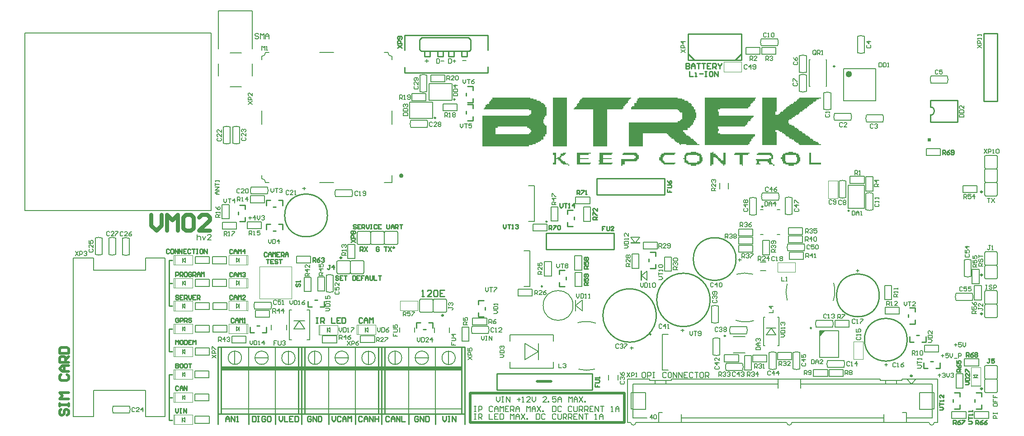
<source format=gto>
G04*
G04 #@! TF.GenerationSoftware,Altium Limited,Altium Designer,18.1.9 (240)*
G04*
G04 Layer_Color=65535*
%FSLAX24Y24*%
%MOIN*%
G70*
G01*
G75*
%ADD10C,0.0098*%
%ADD11C,0.0118*%
%ADD12C,0.0079*%
%ADD13C,0.0070*%
%ADD14C,0.0100*%
%ADD15C,0.0157*%
%ADD16C,0.0236*%
%ADD17C,0.0071*%
%ADD18C,0.0197*%
%ADD19C,0.0039*%
%ADD20C,0.0050*%
%ADD21C,0.0067*%
%ADD22C,0.0295*%
%ADD23R,0.5935X0.0256*%
G36*
X58697Y24174D02*
X58537D01*
Y24094D01*
X58377D01*
Y24014D01*
X58297D01*
Y23934D01*
X58137D01*
Y23854D01*
X58057D01*
Y23774D01*
X57977D01*
Y23694D01*
X57817D01*
Y23614D01*
X57737D01*
Y23534D01*
X57657D01*
Y23454D01*
X57497D01*
Y23374D01*
X57417D01*
Y23294D01*
X57337D01*
Y23214D01*
X57177D01*
Y23134D01*
X57097D01*
Y23054D01*
X57017D01*
Y22974D01*
X56857D01*
Y22894D01*
X56777D01*
Y22814D01*
X56617D01*
Y22734D01*
X56537D01*
Y22654D01*
X56377D01*
Y22574D01*
X56297D01*
Y22494D01*
Y22414D01*
Y22334D01*
X56377D01*
Y22254D01*
X56537D01*
Y22174D01*
X56697D01*
Y22094D01*
X56777D01*
Y22014D01*
X56937D01*
Y21934D01*
X57017D01*
Y21854D01*
X57097D01*
Y21774D01*
X57257D01*
Y21694D01*
X57337D01*
Y21614D01*
X57497D01*
Y21534D01*
X57577D01*
Y21454D01*
X57737D01*
Y21374D01*
X57817D01*
Y21294D01*
X57897D01*
Y21214D01*
X58057D01*
Y21134D01*
X58137D01*
Y21054D01*
X58297D01*
Y20974D01*
X58457D01*
Y20894D01*
X58537D01*
Y20814D01*
X58697D01*
Y20734D01*
X57097D01*
Y20814D01*
X57017D01*
Y20894D01*
X56857D01*
Y20974D01*
X56777D01*
Y21054D01*
X56697D01*
Y21134D01*
X56537D01*
Y21214D01*
X56377D01*
Y21294D01*
X56297D01*
Y21374D01*
X56137D01*
Y21454D01*
X56057D01*
Y21534D01*
X55977D01*
Y21614D01*
X55817D01*
Y21694D01*
X55657D01*
Y21774D01*
X55577D01*
Y21854D01*
X55337D01*
Y21774D01*
Y21694D01*
X55417D01*
Y21614D01*
Y21534D01*
Y21454D01*
Y21374D01*
Y21294D01*
Y21214D01*
Y21134D01*
Y21054D01*
Y20974D01*
Y20894D01*
Y20814D01*
Y20734D01*
X54377D01*
Y20814D01*
Y20894D01*
Y20974D01*
Y21054D01*
Y21134D01*
Y21214D01*
Y21294D01*
Y21374D01*
Y21454D01*
Y21534D01*
Y21614D01*
Y21694D01*
Y21774D01*
Y21854D01*
Y21934D01*
Y22014D01*
Y22094D01*
Y22174D01*
Y22254D01*
Y22334D01*
Y22414D01*
Y22494D01*
Y22574D01*
Y22654D01*
Y22734D01*
Y22814D01*
Y22894D01*
Y22974D01*
Y23054D01*
Y23134D01*
Y23214D01*
Y23294D01*
Y23374D01*
Y23454D01*
Y23534D01*
Y23614D01*
Y23694D01*
Y23774D01*
Y23854D01*
Y23934D01*
Y24014D01*
Y24094D01*
Y24174D01*
Y24254D01*
X55417D01*
Y24174D01*
Y24094D01*
Y24014D01*
Y23934D01*
Y23854D01*
Y23774D01*
Y23694D01*
Y23614D01*
Y23534D01*
Y23454D01*
Y23374D01*
Y23294D01*
Y23214D01*
X55337D01*
Y23134D01*
Y23054D01*
Y22974D01*
X55577D01*
Y23054D01*
X55657D01*
Y23134D01*
X55737D01*
Y23214D01*
X55897D01*
Y23294D01*
X55977D01*
Y23374D01*
X56057D01*
Y23454D01*
X56137D01*
Y23534D01*
X56217D01*
Y23614D01*
X56377D01*
Y23694D01*
X56457D01*
Y23774D01*
X56617D01*
Y23854D01*
X56697D01*
Y23934D01*
X56857D01*
Y24014D01*
X56937D01*
Y24094D01*
X57017D01*
Y24174D01*
X57097D01*
Y24254D01*
X58697D01*
Y24174D01*
D02*
G37*
G36*
X66811Y21002D02*
X66561D01*
Y21252D01*
X66811D01*
Y21002D01*
D02*
G37*
G36*
X53897Y24174D02*
X53817D01*
Y24094D01*
Y24014D01*
X53737D01*
Y23934D01*
X53657D01*
Y23854D01*
X53577D01*
Y23774D01*
X53497D01*
Y23694D01*
Y23614D01*
X53417D01*
Y23534D01*
X53337D01*
Y23454D01*
X51257D01*
Y23374D01*
X51097D01*
Y23294D01*
Y23214D01*
X51177D01*
Y23134D01*
Y23054D01*
Y22974D01*
Y22894D01*
X53737D01*
Y22814D01*
X53657D01*
Y22734D01*
X53577D01*
Y22654D01*
X53497D01*
Y22574D01*
Y22494D01*
X53337D01*
Y22414D01*
X53257D01*
Y22334D01*
Y22254D01*
X53177D01*
Y22174D01*
X53097D01*
Y22094D01*
X51097D01*
Y22014D01*
Y21934D01*
X51177D01*
Y21854D01*
Y21774D01*
X51097D01*
Y21694D01*
Y21614D01*
X51257D01*
Y21534D01*
X53817D01*
Y21454D01*
Y21374D01*
X53737D01*
Y21294D01*
X53657D01*
Y21214D01*
X53577D01*
Y21134D01*
Y21054D01*
X53497D01*
Y20974D01*
X53417D01*
Y20894D01*
Y20814D01*
X53337D01*
Y20734D01*
X50137D01*
Y20814D01*
Y20894D01*
Y20974D01*
Y21054D01*
Y21134D01*
Y21214D01*
Y21294D01*
Y21374D01*
Y21454D01*
Y21534D01*
Y21614D01*
Y21694D01*
Y21774D01*
Y21854D01*
Y21934D01*
Y22014D01*
Y22094D01*
Y22174D01*
Y22254D01*
Y22334D01*
Y22414D01*
Y22494D01*
Y22574D01*
Y22654D01*
Y22734D01*
Y22814D01*
Y22894D01*
Y22974D01*
Y23054D01*
Y23134D01*
Y23214D01*
Y23294D01*
Y23374D01*
Y23454D01*
Y23534D01*
Y23614D01*
Y23694D01*
Y23774D01*
Y23854D01*
Y23934D01*
Y24014D01*
Y24094D01*
Y24174D01*
Y24254D01*
X53897D01*
Y24174D01*
D02*
G37*
G36*
X48137D02*
X48457D01*
Y24094D01*
X48617D01*
Y24014D01*
X48857D01*
Y23934D01*
X48937D01*
Y23854D01*
X49097D01*
Y23774D01*
X49177D01*
Y23694D01*
Y23614D01*
X49257D01*
Y23534D01*
X49337D01*
Y23454D01*
Y23374D01*
X49417D01*
Y23294D01*
Y23214D01*
Y23134D01*
X49497D01*
Y23054D01*
Y22974D01*
Y22894D01*
Y22814D01*
Y22734D01*
X49417D01*
Y22654D01*
Y22574D01*
X49337D01*
Y22494D01*
Y22414D01*
X49257D01*
Y22334D01*
Y22254D01*
X49177D01*
Y22174D01*
X49097D01*
Y22094D01*
X49017D01*
Y22014D01*
X48857D01*
Y21934D01*
Y21854D01*
X48537D01*
Y21774D01*
Y21694D01*
X48617D01*
Y21614D01*
X48697D01*
Y21534D01*
X48777D01*
Y21454D01*
X48937D01*
Y21374D01*
X49017D01*
Y21294D01*
X49097D01*
Y21214D01*
X49257D01*
Y21134D01*
X49337D01*
Y21054D01*
X49417D01*
Y20974D01*
X49497D01*
Y20894D01*
X49577D01*
Y20814D01*
X49737D01*
Y20734D01*
X48777D01*
Y20814D01*
X48377D01*
Y20734D01*
X48297D01*
Y20814D01*
X48217D01*
Y20894D01*
X48057D01*
Y20974D01*
X47977D01*
Y21054D01*
X47897D01*
Y21134D01*
X47817D01*
Y21214D01*
X47657D01*
Y21294D01*
X47577D01*
Y21374D01*
X47497D01*
Y21454D01*
X47417D01*
Y21534D01*
X47337D01*
Y21614D01*
X45577D01*
Y21534D01*
Y21454D01*
Y21374D01*
Y21294D01*
Y21214D01*
Y21134D01*
Y21054D01*
Y20974D01*
Y20894D01*
Y20814D01*
Y20734D01*
Y20654D01*
X44537D01*
Y20734D01*
Y20814D01*
Y20894D01*
Y20974D01*
Y21054D01*
Y21134D01*
Y21214D01*
Y21294D01*
Y21374D01*
Y21454D01*
Y21534D01*
Y21614D01*
Y21694D01*
Y21774D01*
Y21854D01*
Y21934D01*
Y22014D01*
Y22094D01*
Y22174D01*
Y22254D01*
Y22334D01*
Y22414D01*
X48137D01*
Y22494D01*
X48297D01*
Y22574D01*
X48377D01*
Y22654D01*
X48457D01*
Y22734D01*
Y22814D01*
Y22894D01*
Y22974D01*
Y23054D01*
Y23134D01*
X48297D01*
Y23214D01*
X48217D01*
Y23294D01*
X48137D01*
Y23374D01*
X44697D01*
Y23454D01*
Y23534D01*
X44777D01*
Y23614D01*
X44937D01*
Y23694D01*
Y23774D01*
Y23854D01*
X45097D01*
Y23934D01*
Y24014D01*
X45177D01*
Y24094D01*
Y24174D01*
X45257D01*
Y24254D01*
X48137D01*
Y24174D01*
D02*
G37*
G36*
X44697D02*
X44617D01*
Y24094D01*
X44537D01*
Y24014D01*
X44457D01*
Y23934D01*
Y23854D01*
X44377D01*
Y23774D01*
X44297D01*
Y23694D01*
X44217D01*
Y23614D01*
X44137D01*
Y23534D01*
Y23454D01*
X44057D01*
Y23374D01*
X42937D01*
Y23294D01*
Y23214D01*
Y23134D01*
Y23054D01*
Y22974D01*
Y22894D01*
Y22814D01*
Y22734D01*
Y22654D01*
Y22574D01*
Y22494D01*
Y22414D01*
Y22334D01*
Y22254D01*
Y22174D01*
Y22094D01*
Y22014D01*
Y21934D01*
Y21854D01*
Y21774D01*
Y21694D01*
Y21614D01*
Y21534D01*
Y21454D01*
Y21374D01*
Y21294D01*
Y21214D01*
Y21134D01*
Y21054D01*
Y20974D01*
Y20894D01*
Y20814D01*
Y20734D01*
Y20654D01*
X41897D01*
Y20734D01*
Y20814D01*
Y20894D01*
Y20974D01*
Y21054D01*
Y21134D01*
Y21214D01*
Y21294D01*
Y21374D01*
Y21454D01*
Y21534D01*
Y21614D01*
Y21694D01*
Y21774D01*
Y21854D01*
Y21934D01*
Y22014D01*
Y22094D01*
Y22174D01*
Y22254D01*
Y22334D01*
Y22414D01*
Y22494D01*
Y22574D01*
Y22654D01*
Y22734D01*
Y22814D01*
Y22894D01*
Y22974D01*
Y23054D01*
Y23134D01*
Y23214D01*
Y23294D01*
Y23374D01*
X40457D01*
Y23454D01*
X40537D01*
Y23534D01*
X40617D01*
Y23614D01*
X40697D01*
Y23694D01*
Y23774D01*
X40777D01*
Y23854D01*
X40857D01*
Y23934D01*
Y24014D01*
X40937D01*
Y24094D01*
X41017D01*
Y24174D01*
X41097D01*
Y24254D01*
X44697D01*
Y24174D01*
D02*
G37*
G36*
X39977D02*
Y24094D01*
Y24014D01*
Y23934D01*
Y23854D01*
Y23774D01*
Y23694D01*
Y23614D01*
Y23534D01*
Y23454D01*
Y23374D01*
Y23294D01*
Y23214D01*
Y23134D01*
Y23054D01*
Y22974D01*
Y22894D01*
Y22814D01*
Y22734D01*
Y22654D01*
Y22574D01*
Y22494D01*
Y22414D01*
Y22334D01*
Y22254D01*
Y22174D01*
Y22094D01*
Y22014D01*
Y21934D01*
Y21854D01*
Y21774D01*
Y21694D01*
Y21614D01*
Y21534D01*
Y21454D01*
Y21374D01*
Y21294D01*
Y21214D01*
Y21134D01*
Y21054D01*
Y20974D01*
Y20894D01*
Y20814D01*
Y20734D01*
Y20654D01*
X38937D01*
Y20734D01*
Y20814D01*
Y20894D01*
Y20974D01*
Y21054D01*
Y21134D01*
Y21214D01*
Y21294D01*
Y21374D01*
Y21454D01*
Y21534D01*
Y21614D01*
Y21694D01*
Y21774D01*
Y21854D01*
Y21934D01*
Y22014D01*
Y22094D01*
Y22174D01*
Y22254D01*
Y22334D01*
Y22414D01*
Y22494D01*
Y22574D01*
Y22654D01*
Y22734D01*
Y22814D01*
Y22894D01*
Y22974D01*
Y23054D01*
Y23134D01*
Y23214D01*
Y23294D01*
Y23374D01*
Y23454D01*
Y23534D01*
Y23614D01*
Y23694D01*
Y23774D01*
Y23854D01*
Y23934D01*
Y24014D01*
Y24094D01*
Y24174D01*
Y24254D01*
X39977D01*
Y24174D01*
D02*
G37*
G36*
X37257D02*
X37497D01*
Y24094D01*
X37737D01*
Y24014D01*
X37977D01*
Y23934D01*
X38057D01*
Y23854D01*
X38217D01*
Y23774D01*
X38297D01*
Y23694D01*
X38377D01*
Y23614D01*
Y23534D01*
X38457D01*
Y23454D01*
Y23374D01*
Y23294D01*
Y23214D01*
Y23134D01*
Y23054D01*
Y22974D01*
Y22894D01*
X38377D01*
Y22814D01*
X38297D01*
Y22734D01*
Y22654D01*
X38217D01*
Y22574D01*
Y22494D01*
Y22414D01*
Y22334D01*
X38297D01*
Y22254D01*
X38377D01*
Y22174D01*
X38457D01*
Y22094D01*
Y22014D01*
Y21934D01*
Y21854D01*
Y21774D01*
Y21694D01*
Y21614D01*
Y21534D01*
X38377D01*
Y21454D01*
Y21374D01*
X38217D01*
Y21294D01*
Y21214D01*
Y21134D01*
X38057D01*
Y21054D01*
X37977D01*
Y20974D01*
X37817D01*
Y20894D01*
X37657D01*
Y20814D01*
X37417D01*
Y20734D01*
X37177D01*
Y20654D01*
X33737D01*
Y20734D01*
Y20814D01*
Y20894D01*
Y20974D01*
Y21054D01*
Y21134D01*
Y21214D01*
Y21294D01*
Y21374D01*
Y21454D01*
Y21534D01*
Y21614D01*
Y21694D01*
Y21774D01*
Y21854D01*
Y21934D01*
Y22014D01*
Y22094D01*
Y22174D01*
Y22254D01*
Y22334D01*
Y22414D01*
Y22494D01*
Y22574D01*
Y22654D01*
Y22734D01*
Y22814D01*
Y22894D01*
X37177D01*
Y22974D01*
X37257D01*
Y23054D01*
X37337D01*
Y23134D01*
Y23214D01*
Y23294D01*
X37177D01*
Y23374D01*
X33817D01*
Y23454D01*
X33897D01*
Y23534D01*
X33977D01*
Y23614D01*
Y23694D01*
X34057D01*
Y23774D01*
X34217D01*
Y23854D01*
Y23934D01*
X34297D01*
Y24014D01*
X34377D01*
Y24094D01*
X34457D01*
Y24174D01*
Y24254D01*
X37257D01*
Y24174D01*
D02*
G37*
G36*
X39897Y20094D02*
X39817D01*
Y20014D01*
X39737D01*
Y19934D01*
X39577D01*
Y19854D01*
X39497D01*
Y19774D01*
Y19694D01*
X39577D01*
Y19614D01*
X39657D01*
Y19534D01*
X39817D01*
Y19454D01*
X39897D01*
Y19374D01*
X40057D01*
Y19294D01*
X40137D01*
Y19214D01*
X40057D01*
Y19294D01*
X39657D01*
Y19374D01*
X39577D01*
Y19454D01*
X39497D01*
Y19534D01*
X39417D01*
Y19614D01*
X39337D01*
Y19694D01*
X39177D01*
Y19614D01*
Y19534D01*
Y19454D01*
Y19374D01*
Y19294D01*
X38937D01*
Y19374D01*
Y19454D01*
X39017D01*
Y19534D01*
Y19614D01*
Y19694D01*
Y19774D01*
Y19854D01*
Y19934D01*
Y20014D01*
X38937D01*
Y20094D01*
Y20174D01*
X39177D01*
Y20094D01*
Y20014D01*
Y19934D01*
Y19854D01*
Y19774D01*
X39257D01*
Y19854D01*
X39417D01*
Y19934D01*
X39497D01*
Y20014D01*
Y20094D01*
X39657D01*
Y20174D01*
X39897D01*
Y20094D01*
D02*
G37*
G36*
X57977D02*
Y20014D01*
Y19934D01*
Y19854D01*
Y19774D01*
Y19694D01*
Y19614D01*
Y19534D01*
Y19454D01*
X58697D01*
Y19374D01*
Y19294D01*
X57817D01*
Y19374D01*
Y19454D01*
Y19534D01*
Y19614D01*
Y19694D01*
Y19774D01*
Y19854D01*
Y19934D01*
Y20014D01*
Y20094D01*
Y20174D01*
X57977D01*
Y20094D01*
D02*
G37*
G36*
X47977D02*
X47897D01*
Y20014D01*
X47177D01*
Y19934D01*
X47097D01*
Y19854D01*
X47017D01*
Y19774D01*
Y19694D01*
Y19614D01*
X47097D01*
Y19534D01*
X47177D01*
Y19454D01*
X47977D01*
Y19374D01*
X47897D01*
Y19294D01*
X47097D01*
Y19374D01*
X47017D01*
Y19454D01*
X46937D01*
Y19534D01*
X46857D01*
Y19614D01*
X46777D01*
Y19694D01*
Y19774D01*
Y19854D01*
X46857D01*
Y19934D01*
Y20014D01*
X46937D01*
Y20094D01*
X47097D01*
Y20174D01*
X47977D01*
Y20094D01*
D02*
G37*
G36*
X43337D02*
X43257D01*
Y20014D01*
X42617D01*
Y19934D01*
Y19854D01*
Y19774D01*
X43257D01*
Y19694D01*
X42617D01*
Y19614D01*
Y19534D01*
Y19454D01*
X43337D01*
Y19374D01*
X43257D01*
Y19294D01*
X42297D01*
Y19374D01*
X42377D01*
Y19454D01*
Y19534D01*
X42297D01*
Y19614D01*
X42377D01*
Y19694D01*
Y19774D01*
Y19854D01*
Y19934D01*
Y20014D01*
Y20094D01*
Y20174D01*
X43337D01*
Y20094D01*
D02*
G37*
G36*
X41737D02*
X41577D01*
Y20014D01*
X40937D01*
Y19934D01*
Y19854D01*
Y19774D01*
X41577D01*
Y19694D01*
X40937D01*
Y19614D01*
Y19534D01*
Y19454D01*
X41737D01*
Y19374D01*
X41657D01*
Y19294D01*
X40697D01*
Y19374D01*
Y19454D01*
Y19534D01*
Y19614D01*
Y19694D01*
Y19774D01*
Y19854D01*
Y19934D01*
Y20014D01*
Y20094D01*
Y20174D01*
X41737D01*
Y20094D01*
D02*
G37*
G36*
X56617Y20174D02*
X56857D01*
Y20094D01*
X57017D01*
Y20014D01*
X57097D01*
Y19934D01*
Y19854D01*
X57177D01*
Y19774D01*
Y19694D01*
Y19614D01*
Y19534D01*
X57097D01*
Y19454D01*
X57017D01*
Y19374D01*
X56937D01*
Y19294D01*
X56697D01*
Y19214D01*
X56297D01*
Y19294D01*
X56057D01*
Y19374D01*
X55897D01*
Y19454D01*
Y19534D01*
X55817D01*
Y19614D01*
Y19694D01*
X55737D01*
Y19774D01*
Y19854D01*
X55817D01*
Y19934D01*
Y20014D01*
X55897D01*
Y20094D01*
X56057D01*
Y20174D01*
X56297D01*
Y20254D01*
X56617D01*
Y20174D01*
D02*
G37*
G36*
X55017Y20094D02*
X55097D01*
Y20014D01*
X55177D01*
Y19934D01*
Y19854D01*
Y19774D01*
Y19694D01*
X55017D01*
Y19614D01*
Y19534D01*
Y19454D01*
X55097D01*
Y19374D01*
X55177D01*
Y19294D01*
X55257D01*
Y19214D01*
X55177D01*
Y19294D01*
X54857D01*
Y19374D01*
Y19454D01*
X54777D01*
Y19534D01*
X54137D01*
Y19454D01*
Y19374D01*
X54217D01*
Y19294D01*
X53897D01*
Y19374D01*
X53977D01*
Y19454D01*
Y19534D01*
Y19614D01*
X53897D01*
Y19694D01*
X54857D01*
Y19774D01*
X55017D01*
Y19854D01*
Y19934D01*
X54937D01*
Y20014D01*
X53977D01*
Y20094D01*
X54057D01*
Y20174D01*
X55017D01*
Y20094D01*
D02*
G37*
G36*
X53417D02*
X53337D01*
Y20014D01*
X52937D01*
Y19934D01*
Y19854D01*
Y19774D01*
Y19694D01*
Y19614D01*
Y19534D01*
Y19454D01*
Y19374D01*
Y19294D01*
Y19214D01*
X52857D01*
Y19294D01*
X52697D01*
Y19374D01*
Y19454D01*
Y19534D01*
Y19614D01*
Y19694D01*
Y19774D01*
Y19854D01*
Y19934D01*
Y20014D01*
X52297D01*
Y20094D01*
X52377D01*
Y20174D01*
X53417D01*
Y20094D01*
D02*
G37*
G36*
X50777Y20174D02*
Y20094D01*
X50937D01*
Y20014D01*
X51017D01*
Y19934D01*
X51097D01*
Y19854D01*
X51177D01*
Y19774D01*
X51257D01*
Y19694D01*
X51337D01*
Y19614D01*
X51497D01*
Y19694D01*
Y19774D01*
Y19854D01*
Y19934D01*
Y20014D01*
Y20094D01*
Y20174D01*
X51657D01*
Y20094D01*
Y20014D01*
Y19934D01*
Y19854D01*
Y19774D01*
Y19694D01*
Y19614D01*
Y19534D01*
Y19454D01*
Y19374D01*
Y19294D01*
X51577D01*
Y19214D01*
X51497D01*
Y19294D01*
X51417D01*
Y19374D01*
X51337D01*
Y19454D01*
X51257D01*
Y19534D01*
X51177D01*
Y19614D01*
X51097D01*
Y19694D01*
X51017D01*
Y19774D01*
X50937D01*
Y19854D01*
X50777D01*
Y19774D01*
Y19694D01*
Y19614D01*
Y19534D01*
Y19454D01*
Y19374D01*
Y19294D01*
X50617D01*
Y19214D01*
X50537D01*
Y19294D01*
Y19374D01*
Y19454D01*
Y19534D01*
Y19614D01*
Y19694D01*
Y19774D01*
Y19854D01*
Y19934D01*
Y20014D01*
Y20094D01*
Y20174D01*
X50697D01*
Y20254D01*
X50777D01*
Y20174D01*
D02*
G37*
G36*
X49497D02*
X49657D01*
Y20094D01*
X49817D01*
Y20014D01*
X49897D01*
Y19934D01*
Y19854D01*
X49977D01*
Y19774D01*
Y19694D01*
Y19614D01*
Y19534D01*
X49897D01*
Y19454D01*
X49817D01*
Y19374D01*
X49737D01*
Y19294D01*
X49497D01*
Y19214D01*
X49097D01*
Y19294D01*
X48857D01*
Y19374D01*
X48777D01*
Y19454D01*
X48617D01*
Y19534D01*
Y19614D01*
Y19694D01*
X48537D01*
Y19774D01*
X48617D01*
Y19854D01*
Y19934D01*
Y20014D01*
X48697D01*
Y20094D01*
X48777D01*
Y20174D01*
X49097D01*
Y20254D01*
X49497D01*
Y20174D01*
D02*
G37*
G36*
X45097Y20094D02*
X45177D01*
Y20014D01*
X45257D01*
Y19934D01*
Y19854D01*
Y19774D01*
Y19694D01*
X45177D01*
Y19614D01*
X45097D01*
Y19534D01*
X44217D01*
Y19454D01*
Y19374D01*
Y19294D01*
X44057D01*
Y19214D01*
X43977D01*
Y19294D01*
Y19374D01*
Y19454D01*
Y19534D01*
Y19614D01*
Y19694D01*
X44937D01*
Y19774D01*
X45017D01*
Y19854D01*
Y19934D01*
X44937D01*
Y20014D01*
X44057D01*
Y20094D01*
X44137D01*
Y20174D01*
X45097D01*
Y20094D01*
D02*
G37*
G36*
X45369Y13470D02*
X44649D01*
Y13580D01*
X45369D01*
Y13470D01*
D02*
G37*
G36*
X45509Y10744D02*
X45399D01*
Y11464D01*
X45509D01*
Y10744D01*
D02*
G37*
%LPC*%
G36*
X37017Y22094D02*
X34857D01*
Y22014D01*
X34697D01*
Y21934D01*
Y21854D01*
Y21774D01*
Y21694D01*
Y21614D01*
Y21534D01*
X37177D01*
Y21614D01*
X37257D01*
Y21694D01*
X37337D01*
Y21774D01*
Y21854D01*
X37257D01*
Y21934D01*
X37177D01*
Y22014D01*
X37017D01*
Y22094D01*
D02*
G37*
G36*
X56857Y20014D02*
X56057D01*
Y19934D01*
Y19854D01*
Y19774D01*
Y19694D01*
Y19614D01*
Y19534D01*
X56137D01*
Y19454D01*
X56857D01*
Y19534D01*
X56937D01*
Y19614D01*
Y19694D01*
Y19774D01*
Y19854D01*
X56857D01*
Y19934D01*
Y20014D01*
D02*
G37*
G36*
X49577D02*
X48857D01*
Y19934D01*
X48777D01*
Y19854D01*
Y19774D01*
Y19694D01*
Y19614D01*
X48857D01*
Y19534D01*
X48937D01*
Y19454D01*
X49577D01*
Y19534D01*
X49737D01*
Y19614D01*
Y19694D01*
Y19774D01*
Y19854D01*
Y19934D01*
X49577D01*
Y20014D01*
D02*
G37*
%LPD*%
D10*
X38504Y15098D02*
G03*
X38504Y15098I-49J0D01*
G01*
X38159Y10315D02*
G03*
X38159Y10315I-49J0D01*
G01*
X60780Y15897D02*
G03*
X60780Y15897I-49J0D01*
G01*
X59715Y26548D02*
G03*
X59715Y26548I-49J0D01*
G01*
X58002Y7244D02*
G03*
X58002Y7244I-49J0D01*
G01*
X54419Y16201D02*
G03*
X54419Y16201I-49J0D01*
G01*
X31709Y24107D02*
G03*
X31709Y24107I-49J0D01*
G01*
X30282Y22748D02*
G03*
X30282Y22748I-49J0D01*
G01*
X51654Y6658D02*
G03*
X51654Y6658I-49J0D01*
G01*
X46161Y6781D02*
G03*
X46161Y6781I-49J0D01*
G01*
X27982Y26073D02*
Y26476D01*
X34124Y26083D02*
Y26506D01*
X27992Y26073D02*
X34124Y26073D01*
Y27756D02*
Y28829D01*
X27982Y27746D02*
Y28829D01*
X34124D01*
X29213Y27667D02*
X32766D01*
X32874Y27776D01*
Y28494D01*
X32707Y28661D02*
X32874Y28494D01*
X29252Y28661D02*
X32707D01*
X29094Y28504D02*
X29252Y28661D01*
X29094Y27785D02*
Y28504D01*
Y27785D02*
X29213Y27667D01*
X29459Y27274D02*
Y27667D01*
Y27274D02*
X29852D01*
Y27667D01*
X30827Y27264D02*
Y27657D01*
X30433Y27264D02*
X30827D01*
X30433D02*
Y27657D01*
X31614Y27274D02*
Y27667D01*
X31220Y27274D02*
X31614D01*
X31220D02*
Y27667D01*
X32598Y27274D02*
Y27667D01*
X32205Y27274D02*
X32598D01*
X32205D02*
Y27667D01*
X10639Y441D02*
X10875D01*
X10639D02*
Y2124D01*
X10875D01*
X10641Y10552D02*
X10877D01*
X10641D02*
Y12235D01*
X10877D01*
X10640Y8867D02*
X10876D01*
X10640D02*
Y10550D01*
X10639Y5496D02*
X10875D01*
X10639D02*
Y7180D01*
X10875D01*
X10640Y3809D02*
X10876D01*
X10640Y2126D02*
Y3809D01*
X22391Y128D02*
Y925D01*
X20383Y128D02*
Y925D01*
X18454Y128D02*
Y925D01*
X49006Y26191D02*
Y25797D01*
X49268D01*
X49399D02*
X49531D01*
X49465D01*
Y26060D01*
X49399D01*
X49727Y25994D02*
X49990D01*
X50121Y26191D02*
X50252D01*
X50187D01*
Y25797D01*
X50121D01*
X50252D01*
X50646Y26191D02*
X50515D01*
X50449Y26125D01*
Y25863D01*
X50515Y25797D01*
X50646D01*
X50711Y25863D01*
Y26125D01*
X50646Y26191D01*
X50843Y25797D02*
Y26191D01*
X51105Y25797D01*
Y26191D01*
X24879Y7938D02*
X24813Y8004D01*
X24682D01*
X24616Y7938D01*
Y7676D01*
X24682Y7610D01*
X24813D01*
X24879Y7676D01*
X25010Y7610D02*
Y7872D01*
X25141Y8004D01*
X25272Y7872D01*
Y7610D01*
Y7807D01*
X25010D01*
X25403Y7610D02*
Y8004D01*
X25534Y7872D01*
X25666Y8004D01*
Y7610D01*
X21476Y7994D02*
X21608D01*
X21542D01*
Y7600D01*
X21476D01*
X21608D01*
X21804D02*
Y7994D01*
X22001D01*
X22067Y7928D01*
Y7797D01*
X22001Y7731D01*
X21804D01*
X21936D02*
X22067Y7600D01*
X22592Y7994D02*
Y7600D01*
X22854D01*
X23247Y7994D02*
X22985D01*
Y7600D01*
X23247D01*
X22985Y7797D02*
X23116D01*
X23379Y7994D02*
Y7600D01*
X23575D01*
X23641Y7666D01*
Y7928D01*
X23575Y7994D01*
X23379D01*
X11312Y2920D02*
X11260Y2972D01*
X11155D01*
X11102Y2920D01*
Y2710D01*
X11155Y2657D01*
X11260D01*
X11312Y2710D01*
X11417Y2657D02*
Y2867D01*
X11522Y2972D01*
X11627Y2867D01*
Y2657D01*
Y2815D01*
X11417D01*
X11732Y2657D02*
Y2972D01*
X11942Y2657D01*
Y2972D01*
X26476Y13238D02*
X26686D01*
X26581D01*
Y12923D01*
X26791Y13238D02*
X27001Y12923D01*
Y13238D02*
X26791Y12923D01*
X26102Y13176D02*
X26050Y13228D01*
X25945D01*
X25893Y13176D01*
Y12966D01*
X25945Y12913D01*
X26050D01*
X26102Y12966D01*
Y13071D01*
X25997D01*
X24711Y12913D02*
Y13228D01*
X24869D01*
X24921Y13176D01*
Y13071D01*
X24869Y13018D01*
X24711D01*
X24816D02*
X24921Y12913D01*
X25026Y13228D02*
X25236Y12913D01*
Y13228D02*
X25026Y12913D01*
X24413Y14831D02*
X24360Y14884D01*
X24255D01*
X24203Y14831D01*
Y14779D01*
X24255Y14726D01*
X24360D01*
X24413Y14674D01*
Y14621D01*
X24360Y14569D01*
X24255D01*
X24203Y14621D01*
X24728Y14884D02*
X24518D01*
Y14569D01*
X24728D01*
X24518Y14726D02*
X24623D01*
X24832Y14569D02*
Y14884D01*
X24990D01*
X25042Y14831D01*
Y14726D01*
X24990Y14674D01*
X24832D01*
X24937D02*
X25042Y14569D01*
X25147Y14884D02*
Y14674D01*
X25252Y14569D01*
X25357Y14674D01*
Y14884D01*
X25462D02*
X25567D01*
X25515D01*
Y14569D01*
X25462D01*
X25567D01*
X25934Y14831D02*
X25882Y14884D01*
X25777D01*
X25725Y14831D01*
Y14621D01*
X25777Y14569D01*
X25882D01*
X25934Y14621D01*
X26249Y14884D02*
X26039D01*
Y14569D01*
X26249D01*
X26039Y14726D02*
X26144D01*
X26669Y14884D02*
Y14621D01*
X26722Y14569D01*
X26827D01*
X26879Y14621D01*
Y14884D01*
X26984Y14569D02*
Y14779D01*
X27089Y14884D01*
X27194Y14779D01*
Y14569D01*
Y14726D01*
X26984D01*
X27299Y14569D02*
Y14884D01*
X27456D01*
X27509Y14831D01*
Y14726D01*
X27456Y14674D01*
X27299D01*
X27404D02*
X27509Y14569D01*
X27614Y14884D02*
X27824D01*
X27719D01*
Y14569D01*
X23108Y11051D02*
X23056Y11103D01*
X22951D01*
X22899Y11051D01*
Y10998D01*
X22951Y10946D01*
X23056D01*
X23108Y10894D01*
Y10841D01*
X23056Y10789D01*
X22951D01*
X22899Y10841D01*
X23423Y11103D02*
X23213D01*
Y10789D01*
X23423D01*
X23213Y10946D02*
X23318D01*
X23528Y11103D02*
X23738D01*
X23633D01*
Y10789D01*
X24158Y11103D02*
Y10789D01*
X24315D01*
X24368Y10841D01*
Y11051D01*
X24315Y11103D01*
X24158D01*
X24683D02*
X24473D01*
Y10789D01*
X24683D01*
X24473Y10946D02*
X24578D01*
X24998Y11103D02*
X24788D01*
Y10946D01*
X24893D01*
X24788D01*
Y10789D01*
X25103D02*
Y10998D01*
X25208Y11103D01*
X25312Y10998D01*
Y10789D01*
Y10946D01*
X25103D01*
X25417Y11103D02*
Y10841D01*
X25470Y10789D01*
X25575D01*
X25627Y10841D01*
Y11103D01*
X25732D02*
Y10789D01*
X25942D01*
X26047Y11103D02*
X26257D01*
X26152D01*
Y10789D01*
X17795Y12313D02*
X18005D01*
X17900D01*
Y11998D01*
X18320Y12313D02*
X18110D01*
Y11998D01*
X18320D01*
X18110Y12155D02*
X18215D01*
X18635Y12260D02*
X18582Y12313D01*
X18477D01*
X18425Y12260D01*
Y12208D01*
X18477Y12155D01*
X18582D01*
X18635Y12103D01*
Y12051D01*
X18582Y11998D01*
X18477D01*
X18425Y12051D01*
X18740Y12313D02*
X18950D01*
X18845D01*
Y11998D01*
X17838Y12782D02*
X17785Y12835D01*
X17680D01*
X17628Y12782D01*
Y12572D01*
X17680Y12520D01*
X17785D01*
X17838Y12572D01*
X17943Y12520D02*
Y12730D01*
X18048Y12835D01*
X18153Y12730D01*
Y12520D01*
Y12677D01*
X17943D01*
X18258Y12520D02*
Y12835D01*
X18363Y12730D01*
X18468Y12835D01*
Y12520D01*
X18782Y12835D02*
X18573D01*
Y12520D01*
X18782D01*
X18573Y12677D02*
X18677D01*
X18887Y12520D02*
Y12835D01*
X19045D01*
X19097Y12782D01*
Y12677D01*
X19045Y12625D01*
X18887D01*
X18992D02*
X19097Y12520D01*
X19202D02*
Y12730D01*
X19307Y12835D01*
X19412Y12730D01*
Y12520D01*
Y12677D01*
X19202D01*
X15298Y12999D02*
X15246Y13051D01*
X15141D01*
X15089Y12999D01*
Y12789D01*
X15141Y12736D01*
X15246D01*
X15298Y12789D01*
X15403Y12736D02*
Y12946D01*
X15508Y13051D01*
X15613Y12946D01*
Y12736D01*
Y12894D01*
X15403D01*
X15718Y12736D02*
Y13051D01*
X15823Y12946D01*
X15928Y13051D01*
Y12736D01*
X16191D02*
Y13051D01*
X16033Y12894D01*
X16243D01*
X15298Y11296D02*
X15246Y11348D01*
X15141D01*
X15089Y11296D01*
Y11086D01*
X15141Y11033D01*
X15246D01*
X15298Y11086D01*
X15403Y11033D02*
Y11243D01*
X15508Y11348D01*
X15613Y11243D01*
Y11033D01*
Y11191D01*
X15403D01*
X15718Y11033D02*
Y11348D01*
X15823Y11243D01*
X15928Y11348D01*
Y11033D01*
X16033Y11296D02*
X16086Y11348D01*
X16191D01*
X16243Y11296D01*
Y11243D01*
X16191Y11191D01*
X16138D01*
X16191D01*
X16243Y11138D01*
Y11086D01*
X16191Y11033D01*
X16086D01*
X16033Y11086D01*
X15298Y9613D02*
X15246Y9665D01*
X15141D01*
X15089Y9613D01*
Y9403D01*
X15141Y9350D01*
X15246D01*
X15298Y9403D01*
X15403Y9350D02*
Y9560D01*
X15508Y9665D01*
X15613Y9560D01*
Y9350D01*
Y9508D01*
X15403D01*
X15718Y9350D02*
Y9665D01*
X15823Y9560D01*
X15928Y9665D01*
Y9350D01*
X16243D02*
X16033D01*
X16243Y9560D01*
Y9613D01*
X16191Y9665D01*
X16086D01*
X16033Y9613D01*
X15403Y7920D02*
X15351Y7972D01*
X15246D01*
X15194Y7920D01*
Y7710D01*
X15246Y7657D01*
X15351D01*
X15403Y7710D01*
X15508Y7657D02*
Y7867D01*
X15613Y7972D01*
X15718Y7867D01*
Y7657D01*
Y7815D01*
X15508D01*
X15823Y7657D02*
Y7972D01*
X15928Y7867D01*
X16033Y7972D01*
Y7657D01*
X16138D02*
X16243D01*
X16191D01*
Y7972D01*
X16138Y7920D01*
X10633Y13018D02*
X10581Y13071D01*
X10476D01*
X10423Y13018D01*
Y12808D01*
X10476Y12756D01*
X10581D01*
X10633Y12808D01*
X10896Y13071D02*
X10791D01*
X10738Y13018D01*
Y12808D01*
X10791Y12756D01*
X10896D01*
X10948Y12808D01*
Y13018D01*
X10896Y13071D01*
X11053Y12756D02*
Y13071D01*
X11263Y12756D01*
Y13071D01*
X11368Y12756D02*
Y13071D01*
X11578Y12756D01*
Y13071D01*
X11893D02*
X11683D01*
Y12756D01*
X11893D01*
X11683Y12913D02*
X11788D01*
X12207Y13018D02*
X12155Y13071D01*
X12050D01*
X11998Y13018D01*
Y12808D01*
X12050Y12756D01*
X12155D01*
X12207Y12808D01*
X12312Y13071D02*
X12522D01*
X12417D01*
Y12756D01*
X12627Y13071D02*
X12732D01*
X12680D01*
Y12756D01*
X12627D01*
X12732D01*
X13047Y13071D02*
X12942D01*
X12890Y13018D01*
Y12808D01*
X12942Y12756D01*
X13047D01*
X13100Y12808D01*
Y13018D01*
X13047Y13071D01*
X13204Y12756D02*
Y13071D01*
X13414Y12756D01*
Y13071D01*
X11112Y11053D02*
Y11368D01*
X11270D01*
X11322Y11316D01*
Y11211D01*
X11270Y11158D01*
X11112D01*
X11427Y11053D02*
Y11368D01*
X11584D01*
X11637Y11316D01*
Y11211D01*
X11584Y11158D01*
X11427D01*
X11532D02*
X11637Y11053D01*
X11899Y11368D02*
X11794D01*
X11742Y11316D01*
Y11106D01*
X11794Y11053D01*
X11899D01*
X11952Y11106D01*
Y11316D01*
X11899Y11368D01*
X12267Y11316D02*
X12214Y11368D01*
X12109D01*
X12057Y11316D01*
Y11106D01*
X12109Y11053D01*
X12214D01*
X12267Y11106D01*
Y11211D01*
X12162D01*
X12372Y11053D02*
Y11368D01*
X12529D01*
X12582Y11316D01*
Y11211D01*
X12529Y11158D01*
X12372D01*
X12477D02*
X12582Y11053D01*
X12687D02*
Y11263D01*
X12791Y11368D01*
X12896Y11263D01*
Y11053D01*
Y11211D01*
X12687D01*
X13001Y11053D02*
Y11368D01*
X13106Y11263D01*
X13211Y11368D01*
Y11053D01*
X11322Y9613D02*
X11270Y9665D01*
X11165D01*
X11112Y9613D01*
Y9560D01*
X11165Y9508D01*
X11270D01*
X11322Y9455D01*
Y9403D01*
X11270Y9350D01*
X11165D01*
X11112Y9403D01*
X11637Y9665D02*
X11427D01*
Y9350D01*
X11637D01*
X11427Y9508D02*
X11532D01*
X11742Y9350D02*
Y9665D01*
X11899D01*
X11952Y9613D01*
Y9508D01*
X11899Y9455D01*
X11742D01*
X11847D02*
X11952Y9350D01*
X12057Y9665D02*
Y9455D01*
X12162Y9350D01*
X12267Y9455D01*
Y9665D01*
X12582D02*
X12372D01*
Y9350D01*
X12582D01*
X12372Y9508D02*
X12477D01*
X12687Y9350D02*
Y9665D01*
X12844D01*
X12896Y9613D01*
Y9508D01*
X12844Y9455D01*
X12687D01*
X12791D02*
X12896Y9350D01*
X11112Y6043D02*
Y6358D01*
X11217Y6253D01*
X11322Y6358D01*
Y6043D01*
X11584Y6358D02*
X11480D01*
X11427Y6306D01*
Y6096D01*
X11480Y6043D01*
X11584D01*
X11637Y6096D01*
Y6306D01*
X11584Y6358D01*
X11742D02*
Y6043D01*
X11899D01*
X11952Y6096D01*
Y6306D01*
X11899Y6358D01*
X11742D01*
X12267D02*
X12057D01*
Y6043D01*
X12267D01*
X12057Y6201D02*
X12162D01*
X12372Y6043D02*
Y6358D01*
X12477Y6253D01*
X12582Y6358D01*
Y6043D01*
X11322Y7940D02*
X11270Y7992D01*
X11165D01*
X11112Y7940D01*
Y7730D01*
X11165Y7677D01*
X11270D01*
X11322Y7730D01*
Y7835D01*
X11217D01*
X11427Y7677D02*
Y7992D01*
X11584D01*
X11637Y7940D01*
Y7835D01*
X11584Y7782D01*
X11427D01*
X11742Y7677D02*
Y7992D01*
X11899D01*
X11952Y7940D01*
Y7835D01*
X11899Y7782D01*
X11742D01*
X11847D02*
X11952Y7677D01*
X12267Y7940D02*
X12214Y7992D01*
X12109D01*
X12057Y7940D01*
Y7887D01*
X12109Y7835D01*
X12214D01*
X12267Y7782D01*
Y7730D01*
X12214Y7677D01*
X12109D01*
X12057Y7730D01*
X11112Y4626D02*
Y4311D01*
X11270D01*
X11322Y4363D01*
Y4416D01*
X11270Y4468D01*
X11112D01*
X11270D01*
X11322Y4521D01*
Y4573D01*
X11270Y4626D01*
X11112D01*
X11584D02*
X11480D01*
X11427Y4573D01*
Y4363D01*
X11480Y4311D01*
X11584D01*
X11637Y4363D01*
Y4573D01*
X11584Y4626D01*
X11899D02*
X11794D01*
X11742Y4573D01*
Y4363D01*
X11794Y4311D01*
X11899D01*
X11952Y4363D01*
Y4573D01*
X11899Y4626D01*
X12057D02*
X12267D01*
X12162D01*
Y4311D01*
X48730Y26781D02*
Y26388D01*
X48927D01*
X48993Y26453D01*
Y26519D01*
X48927Y26585D01*
X48730D01*
X48927D01*
X48993Y26650D01*
Y26716D01*
X48927Y26781D01*
X48730D01*
X49124Y26388D02*
Y26650D01*
X49255Y26781D01*
X49386Y26650D01*
Y26388D01*
Y26585D01*
X49124D01*
X49517Y26781D02*
X49780D01*
X49649D01*
Y26388D01*
X49911Y26781D02*
X50173D01*
X50042D01*
Y26388D01*
X50567Y26781D02*
X50305D01*
Y26388D01*
X50567D01*
X50305Y26585D02*
X50436D01*
X50698Y26388D02*
Y26781D01*
X50895D01*
X50961Y26716D01*
Y26585D01*
X50895Y26519D01*
X50698D01*
X50829D02*
X50961Y26388D01*
X51092Y26781D02*
Y26716D01*
X51223Y26585D01*
X51354Y26716D01*
Y26781D01*
X51223Y26585D02*
Y26388D01*
X11102Y1299D02*
Y1089D01*
X11207Y984D01*
X11312Y1089D01*
Y1299D01*
X11417D02*
X11522D01*
X11470D01*
Y984D01*
X11417D01*
X11522D01*
X11680D02*
Y1299D01*
X11890Y984D01*
Y1299D01*
X18720Y728D02*
Y466D01*
X18852Y335D01*
X18983Y466D01*
Y728D01*
X19114D02*
Y335D01*
X19376D01*
X19770Y728D02*
X19508D01*
Y335D01*
X19770D01*
X19508Y531D02*
X19639D01*
X19901Y728D02*
Y335D01*
X20098D01*
X20164Y400D01*
Y663D01*
X20098Y728D01*
X19901D01*
X16752D02*
Y335D01*
X16949D01*
X17014Y400D01*
Y663D01*
X16949Y728D01*
X16752D01*
X17146D02*
X17277D01*
X17211D01*
Y335D01*
X17146D01*
X17277D01*
X17736Y663D02*
X17670Y728D01*
X17539D01*
X17474Y663D01*
Y400D01*
X17539Y335D01*
X17670D01*
X17736Y400D01*
Y531D01*
X17605D01*
X17867Y663D02*
X17933Y728D01*
X18064D01*
X18129Y663D01*
Y400D01*
X18064Y335D01*
X17933D01*
X17867Y400D01*
Y663D01*
X14803Y335D02*
Y597D01*
X14934Y728D01*
X15066Y597D01*
Y335D01*
Y531D01*
X14803D01*
X15197Y335D02*
Y728D01*
X15459Y335D01*
Y728D01*
X15590Y335D02*
X15721D01*
X15656D01*
Y728D01*
X15590Y663D01*
X21089D02*
X21024Y728D01*
X20892D01*
X20827Y663D01*
Y400D01*
X20892Y335D01*
X21024D01*
X21089Y400D01*
Y531D01*
X20958D01*
X21220Y335D02*
Y728D01*
X21483Y335D01*
Y728D01*
X21614D02*
Y335D01*
X21811D01*
X21876Y400D01*
Y663D01*
X21811Y728D01*
X21614D01*
X24869Y663D02*
X24803Y728D01*
X24672D01*
X24606Y663D01*
Y400D01*
X24672Y335D01*
X24803D01*
X24869Y400D01*
X25000Y335D02*
Y597D01*
X25131Y728D01*
X25262Y597D01*
Y335D01*
Y531D01*
X25000D01*
X25393Y335D02*
Y728D01*
X25656Y335D01*
Y728D01*
X25787D02*
Y335D01*
Y531D01*
X26049D01*
Y728D01*
Y335D01*
X26857Y663D02*
X26791Y728D01*
X26660D01*
X26594Y663D01*
Y400D01*
X26660Y335D01*
X26791D01*
X26857Y400D01*
X26988Y335D02*
Y597D01*
X27119Y728D01*
X27250Y597D01*
Y335D01*
Y531D01*
X26988D01*
X27382Y335D02*
Y728D01*
X27644Y335D01*
Y728D01*
X27775D02*
Y335D01*
X28038D01*
X28993Y663D02*
X28927Y728D01*
X28796D01*
X28730Y663D01*
Y400D01*
X28796Y335D01*
X28927D01*
X28993Y400D01*
Y531D01*
X28862D01*
X29124Y335D02*
Y728D01*
X29386Y335D01*
Y728D01*
X29517D02*
Y335D01*
X29714D01*
X29780Y400D01*
Y663D01*
X29714Y728D01*
X29517D01*
X30787D02*
Y466D01*
X30919Y335D01*
X31050Y466D01*
Y728D01*
X31181D02*
X31312D01*
X31247D01*
Y335D01*
X31181D01*
X31312D01*
X31509D02*
Y728D01*
X31771Y335D01*
Y728D01*
X22628D02*
Y466D01*
X22759Y335D01*
X22890Y466D01*
Y728D01*
X23284Y663D02*
X23218Y728D01*
X23087D01*
X23022Y663D01*
Y400D01*
X23087Y335D01*
X23218D01*
X23284Y400D01*
X23415Y335D02*
Y597D01*
X23546Y728D01*
X23677Y597D01*
Y335D01*
Y531D01*
X23415D01*
X23809Y335D02*
Y728D01*
X23940Y597D01*
X24071Y728D01*
Y335D01*
D11*
X70588Y2772D02*
G03*
X70588Y2772I-59J0D01*
G01*
X27253Y13178D02*
G03*
X27253Y13178I-59J0D01*
G01*
X23357Y12432D02*
G03*
X23357Y12432I-59J0D01*
G01*
X65416Y3712D02*
G03*
X65416Y3712I-59J0D01*
G01*
X70588Y8294D02*
G03*
X70588Y8294I-59J0D01*
G01*
Y11162D02*
G03*
X70588Y11162I-59J0D01*
G01*
Y17290D02*
G03*
X70588Y17290I-59J0D01*
G01*
X30852Y8178D02*
G03*
X30852Y8178I-59J0D01*
G01*
D12*
X19922Y5039D02*
G03*
X19922Y5039I-493J0D01*
G01*
X17944Y5049D02*
G03*
X17944Y5049I-493J0D01*
G01*
X15975D02*
G03*
X15975Y5049I-493J0D01*
G01*
X25828Y5039D02*
G03*
X25828Y5039I-493J0D01*
G01*
X23849Y5049D02*
G03*
X23849Y5049I-493J0D01*
G01*
X21881D02*
G03*
X21881Y5049I-493J0D01*
G01*
X31733Y5039D02*
G03*
X31733Y5039I-493J0D01*
G01*
X29755Y5049D02*
G03*
X29755Y5049I-493J0D01*
G01*
X27786D02*
G03*
X27786Y5049I-493J0D01*
G01*
X44677Y262D02*
G03*
X45037Y262I180J0D01*
G01*
X56177D02*
G03*
X56537Y262I180J0D01*
G01*
X66677D02*
G03*
X67037Y262I180J0D01*
G01*
X17745Y17972D02*
G03*
X17450Y18268I-295J0D01*
G01*
Y27283D02*
G03*
X17745Y27579I0J295D01*
G01*
X26761D02*
G03*
X27056Y27283I295J0D01*
G01*
X37126Y17736D02*
X37559D01*
X37126Y15098D02*
X37559D01*
Y17736D01*
X70747Y3551D02*
X70826Y3472D01*
X70747Y3551D02*
Y4394D01*
X70826Y4472D01*
X71633D01*
X71711Y4394D01*
Y3551D02*
Y4394D01*
X71633Y3472D02*
X71711Y3551D01*
X70826Y3472D02*
X71633D01*
X70826Y2472D02*
X71633D01*
X71711Y2551D01*
Y3394D01*
X71633Y3472D02*
X71711Y3394D01*
X70747D02*
X70826Y3472D01*
X70747Y2551D02*
Y3394D01*
Y2551D02*
X70826Y2472D01*
X27415Y13396D02*
X27494Y13474D01*
X24494D02*
Y14282D01*
X25415Y14360D02*
X25494Y14282D01*
X24573Y14360D02*
X25415D01*
X24573Y13396D02*
X25415D01*
X25494Y13474D01*
X26415Y13396D02*
X26494Y13474D01*
X25573Y13396D02*
X26415D01*
X25494Y13474D02*
X25573Y13396D01*
X25494Y13474D02*
Y14282D01*
X25573Y14360D01*
X26415D01*
X26494Y14282D01*
Y13474D02*
Y14282D01*
X27494Y13474D02*
Y14282D01*
X27415Y14360D02*
X27494Y14282D01*
X26573Y14360D02*
X27415D01*
X26494Y14282D02*
X26573Y14360D01*
X26494Y13474D02*
X26573Y13396D01*
X27415D01*
X27494Y13474D01*
X24494Y14282D02*
X24573Y14360D01*
X24494Y13474D02*
X24573Y13396D01*
X23998Y12136D02*
X24077Y12215D01*
X24919D01*
X24998Y12136D01*
Y11329D02*
Y12136D01*
X24919Y11250D02*
X24998Y11329D01*
X24077Y11250D02*
X24919D01*
X23998Y11329D02*
X24077Y11250D01*
X23998Y11329D02*
Y12136D01*
X22998Y11329D02*
Y12136D01*
Y11329D02*
X23077Y11250D01*
X23919D01*
X23998Y11329D01*
X23919Y12215D02*
X23998Y12136D01*
X23077Y12215D02*
X23919D01*
X22998Y12136D02*
X23077Y12215D01*
X35768Y4291D02*
Y4734D01*
Y6289D02*
Y6732D01*
X38957Y4291D02*
Y4734D01*
Y6289D02*
Y6732D01*
X36862Y4912D02*
Y6112D01*
X37862Y4912D02*
Y6112D01*
X36862Y4912D02*
X37862Y5512D01*
X36862Y6112D02*
X37862Y5512D01*
X35768Y4291D02*
X38957D01*
X35768Y6732D02*
X38957D01*
X14478Y4242D02*
X20364D01*
X16486Y935D02*
Y4242D01*
X18455Y925D02*
Y4232D01*
X14478Y1260D02*
X20374D01*
X15472Y4567D02*
Y5541D01*
X16978Y5059D02*
X17943D01*
X19429Y4567D02*
Y5522D01*
X14478Y4380D02*
X20364D01*
X16486D02*
Y5827D01*
X18455Y4390D02*
Y5807D01*
X20384Y4242D02*
X26270D01*
X22392Y935D02*
Y4242D01*
X24360Y925D02*
Y4232D01*
X20384Y1260D02*
X26280D01*
X21378Y4567D02*
Y5541D01*
X22884Y5059D02*
X23848D01*
X25335Y4567D02*
Y5522D01*
X20384Y4380D02*
X26270D01*
X22392D02*
Y5827D01*
X24360Y4390D02*
Y5807D01*
X26289Y4242D02*
X32175D01*
X28297Y935D02*
Y4242D01*
X30266Y925D02*
Y4232D01*
X26289Y1260D02*
X32185D01*
X27283Y4567D02*
Y5541D01*
X28789Y5059D02*
X29754D01*
X31240Y4567D02*
Y5522D01*
X26289Y4380D02*
X32175D01*
X28297D02*
Y5827D01*
X30266Y4390D02*
Y5807D01*
X36781Y12953D02*
X37215D01*
X36781Y10315D02*
X37215D01*
Y12953D01*
X54213Y11467D02*
X54646D01*
X54213Y12096D02*
X54646D01*
X51230Y17500D02*
Y17933D01*
X51860Y17500D02*
Y17933D01*
X44417Y262D02*
Y3462D01*
X46057D01*
Y3372D02*
Y3462D01*
X47657Y3372D02*
Y3462D01*
X63057D01*
X64657D02*
X67297D01*
Y262D02*
Y3462D01*
X67037Y262D02*
X67297D01*
X56537D02*
X66677D01*
X45037D02*
X56177D01*
X44417D02*
X44677D01*
X64982D02*
Y1012D01*
X64703D02*
X64982D01*
X63332Y262D02*
Y871D01*
X64982Y622D02*
X66897D01*
Y3122D01*
X57182D02*
X66897D01*
X57182Y2822D02*
Y3462D01*
X55532Y2822D02*
Y3462D01*
X63057Y3372D02*
X64657D01*
X65947Y1231D02*
Y2493D01*
X44817Y3122D02*
X55532D01*
X44817Y622D02*
Y3122D01*
Y622D02*
X45857D01*
X46732Y262D02*
Y1012D01*
X47011D01*
X48382Y262D02*
Y871D01*
Y622D02*
X63332D01*
X46057Y3372D02*
X47657D01*
X45767Y1231D02*
Y2493D01*
X44697Y1262D02*
Y2462D01*
X44817D01*
X44697Y1262D02*
X44817D01*
Y1231D02*
X45767D01*
X44817Y2493D02*
X45767D01*
X63057Y3372D02*
Y3462D01*
X63447Y3122D02*
Y3372D01*
X64657D02*
Y3462D01*
X64267Y3122D02*
Y3372D01*
X66897Y1262D02*
X67017D01*
Y2462D01*
X66897D02*
X67017D01*
X65947Y1231D02*
X66897D01*
X65947Y2493D02*
X66897D01*
X47267Y3122D02*
Y3372D01*
X46447Y3122D02*
Y3372D01*
X65357Y3122D02*
X65697Y3462D01*
X65017D02*
X65357Y3122D01*
X17745Y17972D02*
X18001D01*
X17450Y18268D02*
Y18524D01*
Y22264D02*
Y23287D01*
X17745Y27579D02*
X18001D01*
X17450Y27028D02*
Y27283D01*
X21741Y17972D02*
X22765D01*
X21741Y27579D02*
X22765D01*
X26505Y17972D02*
X27056D01*
Y18524D01*
Y22264D02*
Y23287D01*
Y27028D02*
Y27283D01*
X26505Y27579D02*
X26761D01*
X60354Y24008D02*
Y26370D01*
X62717Y24008D02*
Y26370D01*
X60354Y24008D02*
X62717D01*
X60354Y26370D02*
X62717D01*
X59065Y27040D02*
X59104D01*
Y25071D02*
Y27040D01*
X59065Y25071D02*
X59104D01*
X57844Y27040D02*
X57884D01*
X57844Y25071D02*
Y27040D01*
Y25071D02*
X57884D01*
X58583Y6654D02*
X58976Y7047D01*
X58583Y6732D02*
X58898Y7047D01*
X58583Y6811D02*
X58819Y7047D01*
X58583Y6890D02*
X58740Y7047D01*
X58583Y6969D02*
X58661Y7047D01*
X58583Y5079D02*
Y7047D01*
X60000D01*
Y5079D02*
Y7047D01*
X58583Y5079D02*
X60000D01*
X54213Y14134D02*
X54429D01*
X54213D02*
Y14154D01*
Y15984D02*
X54429D01*
X54213Y15965D02*
Y15984D01*
X55453Y14134D02*
X55669D01*
Y14154D01*
X55453Y15984D02*
X55669D01*
Y15965D02*
Y15984D01*
X70747Y8073D02*
X70826Y7994D01*
X70747Y8073D02*
Y8915D01*
X70826Y8994D01*
X71633D02*
X71711Y8915D01*
Y8073D02*
Y8915D01*
X71633Y7994D02*
X71711Y8073D01*
X70826Y7994D02*
X71633D01*
X70826Y8994D02*
X71633D01*
X71711Y9073D01*
Y9915D01*
X71633Y9994D02*
X71711Y9915D01*
X70826Y9994D02*
X71633D01*
X70747Y9915D02*
X70826Y9994D01*
X70747Y9073D02*
Y9915D01*
Y9073D02*
X70826Y8994D01*
X70747Y10941D02*
X70826Y10862D01*
X70747Y10941D02*
Y11783D01*
X70826Y11862D01*
X71633D02*
X71711Y11783D01*
Y10941D02*
Y11783D01*
X71633Y10862D02*
X71711Y10941D01*
X70826Y10862D02*
X71633D01*
X70826Y11862D02*
X71633D01*
X71711Y11941D01*
Y12783D01*
X71633Y12862D02*
X71711Y12783D01*
X70826Y12862D02*
X71633D01*
X70747Y12783D02*
X70826Y12862D01*
X70747Y11941D02*
Y12783D01*
Y11941D02*
X70826Y11862D01*
X70747Y19911D02*
X70826Y19990D01*
X71633D02*
X71711Y19911D01*
X70747Y17069D02*
X70826Y16990D01*
X70747Y17069D02*
Y17911D01*
X70826Y17990D01*
X71633D02*
X71711Y17911D01*
Y17069D02*
Y17911D01*
X71633Y16990D02*
X71711Y17069D01*
X70826Y16990D02*
X71633D01*
X70826Y17990D02*
X71633D01*
X71711Y18069D01*
Y18911D01*
X71633Y18990D02*
X71711Y18911D01*
X70826Y18990D02*
X71633D01*
X70747Y18911D02*
X70826Y18990D01*
X70747Y18069D02*
Y18911D01*
Y18069D02*
X70826Y17990D01*
X70747Y19069D02*
X70826Y18990D01*
X70747Y19069D02*
Y19911D01*
X71711Y19069D02*
Y19911D01*
X71633Y18990D02*
X71711Y19069D01*
X70826Y19990D02*
X71633D01*
X70747Y17069D02*
X70826Y16990D01*
X19488Y8593D02*
X19675D01*
X20797D02*
X20984D01*
X19488Y6388D02*
X19675D01*
X20797D02*
X20984D01*
X19488D02*
Y8593D01*
X20984Y6388D02*
Y8593D01*
X18179Y7126D02*
Y7480D01*
X19282Y7126D02*
Y7480D01*
X14274Y25833D02*
Y26733D01*
Y27833D02*
Y30633D01*
X16774Y25833D02*
Y26733D01*
Y27833D02*
Y30633D01*
X15124Y25033D02*
X15974D01*
X15124Y27533D02*
X15974D01*
X14274Y30633D02*
X16774D01*
X55482Y5945D02*
X55591D01*
X54449D02*
X54557D01*
X55482Y8031D02*
X55591D01*
X54449D02*
X54557D01*
X55591Y5945D02*
Y8031D01*
X54449Y5945D02*
Y8031D01*
X52215Y6599D02*
X53081D01*
X52215Y5418D02*
X53081D01*
X44679Y13950D02*
X45339D01*
X44679D02*
X45009Y13520D01*
X45339Y13950D01*
X45879Y10774D02*
Y11434D01*
X45449Y11104D02*
X45879Y11434D01*
X45449Y11104D02*
X45879Y10774D01*
X47008Y4144D02*
Y6781D01*
X47441D01*
X47008Y4144D02*
X47441D01*
X10324Y709D02*
Y12402D01*
X3552Y709D02*
Y12402D01*
X8906Y709D02*
Y2638D01*
X5048Y709D02*
Y2638D01*
X8906D01*
X5048Y11496D02*
X8906D01*
Y709D02*
X10324D01*
X8906Y12402D02*
X10324D01*
X3552Y709D02*
X5048D01*
X8906Y11496D02*
Y12402D01*
X5048Y11496D02*
Y12402D01*
X3552D02*
X5048D01*
X30015Y8396D02*
X30093Y8474D01*
X29172Y8396D02*
X30015D01*
X29093Y8474D02*
X29172Y8396D01*
X29093Y8474D02*
Y9281D01*
X29172Y9360D01*
X30015D01*
X30093Y9281D01*
Y8474D02*
Y9281D01*
X31093Y8474D02*
Y9281D01*
X31015Y9360D02*
X31093Y9281D01*
X30172Y9360D02*
X31015D01*
X30093Y9281D02*
X30172Y9360D01*
X30093Y8474D02*
X30172Y8396D01*
X31015D01*
X31093Y8474D01*
X28739Y6939D02*
Y7293D01*
X27637Y6939D02*
Y7293D01*
X31308Y6919D02*
Y7274D01*
X30206Y6919D02*
Y7274D01*
X13740Y22746D02*
Y29016D01*
Y15915D02*
Y22746D01*
X0Y15915D02*
X13740D01*
X0Y29016D02*
X13740D01*
X0Y15915D02*
Y29016D01*
X33120Y915D02*
X33251D01*
X33186D01*
Y522D01*
X33120D01*
X33251D01*
X33448D02*
Y915D01*
X33645D01*
X33710Y850D01*
Y718D01*
X33645Y653D01*
X33448D01*
X33579D02*
X33710Y522D01*
X34235Y915D02*
Y522D01*
X34498D01*
X34891Y915D02*
X34629D01*
Y522D01*
X34891D01*
X34629Y718D02*
X34760D01*
X35022Y915D02*
Y522D01*
X35219D01*
X35285Y587D01*
Y850D01*
X35219Y915D01*
X35022D01*
X35810Y522D02*
Y915D01*
X35941Y784D01*
X36072Y915D01*
Y522D01*
X36203D02*
Y784D01*
X36334Y915D01*
X36465Y784D01*
Y522D01*
Y718D01*
X36203D01*
X36597Y915D02*
X36859Y522D01*
Y915D02*
X36597Y522D01*
X36990D02*
Y587D01*
X37056D01*
Y522D01*
X36990D01*
X37712Y915D02*
Y522D01*
X37909D01*
X37974Y587D01*
Y850D01*
X37909Y915D01*
X37712D01*
X38368Y850D02*
X38302Y915D01*
X38171D01*
X38105Y850D01*
Y587D01*
X38171Y522D01*
X38302D01*
X38368Y587D01*
X39155Y850D02*
X39089Y915D01*
X38958D01*
X38893Y850D01*
Y587D01*
X38958Y522D01*
X39089D01*
X39155Y587D01*
X39286Y915D02*
Y587D01*
X39352Y522D01*
X39483D01*
X39548Y587D01*
Y915D01*
X39680Y522D02*
Y915D01*
X39876D01*
X39942Y850D01*
Y718D01*
X39876Y653D01*
X39680D01*
X39811D02*
X39942Y522D01*
X40073D02*
Y915D01*
X40270D01*
X40336Y850D01*
Y718D01*
X40270Y653D01*
X40073D01*
X40204D02*
X40336Y522D01*
X40729Y915D02*
X40467D01*
Y522D01*
X40729D01*
X40467Y718D02*
X40598D01*
X40860Y522D02*
Y915D01*
X41123Y522D01*
Y915D01*
X41254D02*
X41516D01*
X41385D01*
Y522D01*
X42041D02*
X42172D01*
X42107D01*
Y915D01*
X42041Y850D01*
X42369Y522D02*
Y784D01*
X42500Y915D01*
X42631Y784D01*
Y522D01*
Y718D01*
X42369D01*
X33120Y1486D02*
X33251D01*
X33186D01*
Y1093D01*
X33120D01*
X33251D01*
X33448D02*
Y1486D01*
X33645D01*
X33710Y1420D01*
Y1289D01*
X33645Y1224D01*
X33448D01*
X34498Y1420D02*
X34432Y1486D01*
X34301D01*
X34235Y1420D01*
Y1158D01*
X34301Y1093D01*
X34432D01*
X34498Y1158D01*
X34629Y1093D02*
Y1355D01*
X34760Y1486D01*
X34891Y1355D01*
Y1093D01*
Y1289D01*
X34629D01*
X35022Y1093D02*
Y1486D01*
X35154Y1355D01*
X35285Y1486D01*
Y1093D01*
X35678Y1486D02*
X35416D01*
Y1093D01*
X35678D01*
X35416Y1289D02*
X35547D01*
X35810Y1093D02*
Y1486D01*
X36006D01*
X36072Y1420D01*
Y1289D01*
X36006Y1224D01*
X35810D01*
X35941D02*
X36072Y1093D01*
X36203D02*
Y1355D01*
X36334Y1486D01*
X36465Y1355D01*
Y1093D01*
Y1289D01*
X36203D01*
X36990Y1093D02*
Y1486D01*
X37121Y1355D01*
X37253Y1486D01*
Y1093D01*
X37384D02*
Y1355D01*
X37515Y1486D01*
X37646Y1355D01*
Y1093D01*
Y1289D01*
X37384D01*
X37777Y1486D02*
X38040Y1093D01*
Y1486D02*
X37777Y1093D01*
X38171D02*
Y1158D01*
X38237D01*
Y1093D01*
X38171D01*
X38893Y1486D02*
Y1093D01*
X39089D01*
X39155Y1158D01*
Y1420D01*
X39089Y1486D01*
X38893D01*
X39548Y1420D02*
X39483Y1486D01*
X39352D01*
X39286Y1420D01*
Y1158D01*
X39352Y1093D01*
X39483D01*
X39548Y1158D01*
X40336Y1420D02*
X40270Y1486D01*
X40139D01*
X40073Y1420D01*
Y1158D01*
X40139Y1093D01*
X40270D01*
X40336Y1158D01*
X40467Y1486D02*
Y1158D01*
X40532Y1093D01*
X40664D01*
X40729Y1158D01*
Y1486D01*
X40860Y1093D02*
Y1486D01*
X41057D01*
X41123Y1420D01*
Y1289D01*
X41057Y1224D01*
X40860D01*
X40992D02*
X41123Y1093D01*
X41254D02*
Y1486D01*
X41451D01*
X41516Y1420D01*
Y1289D01*
X41451Y1224D01*
X41254D01*
X41385D02*
X41516Y1093D01*
X41910Y1486D02*
X41648D01*
Y1093D01*
X41910D01*
X41648Y1289D02*
X41779D01*
X42041Y1093D02*
Y1486D01*
X42303Y1093D01*
Y1486D01*
X42435D02*
X42697D01*
X42566D01*
Y1093D01*
X43222D02*
X43353D01*
X43287D01*
Y1486D01*
X43222Y1420D01*
X43550Y1093D02*
Y1355D01*
X43681Y1486D01*
X43812Y1355D01*
Y1093D01*
Y1289D01*
X43550D01*
X34774Y2175D02*
Y1913D01*
X34905Y1781D01*
X35036Y1913D01*
Y2175D01*
X35167D02*
X35298D01*
X35233D01*
Y1781D01*
X35167D01*
X35298D01*
X35495D02*
Y2175D01*
X35758Y1781D01*
Y2175D01*
X36282Y1978D02*
X36545D01*
X36414Y2109D02*
Y1847D01*
X36676Y1781D02*
X36807D01*
X36741D01*
Y2175D01*
X36676Y2109D01*
X37266Y1781D02*
X37004D01*
X37266Y2044D01*
Y2109D01*
X37201Y2175D01*
X37069D01*
X37004Y2109D01*
X37397Y2175D02*
Y1913D01*
X37529Y1781D01*
X37660Y1913D01*
Y2175D01*
X38447Y1781D02*
X38185D01*
X38447Y2044D01*
Y2109D01*
X38381Y2175D01*
X38250D01*
X38185Y2109D01*
X38578Y1781D02*
Y1847D01*
X38644D01*
Y1781D01*
X38578D01*
X39169Y2175D02*
X38906D01*
Y1978D01*
X39037Y2044D01*
X39103D01*
X39169Y1978D01*
Y1847D01*
X39103Y1781D01*
X38972D01*
X38906Y1847D01*
X39300Y1781D02*
Y2044D01*
X39431Y2175D01*
X39562Y2044D01*
Y1781D01*
Y1978D01*
X39300D01*
X40087Y1781D02*
Y2175D01*
X40218Y2044D01*
X40349Y2175D01*
Y1781D01*
X40480D02*
Y2044D01*
X40612Y2175D01*
X40743Y2044D01*
Y1781D01*
Y1978D01*
X40480D01*
X40874Y2175D02*
X41136Y1781D01*
Y2175D02*
X40874Y1781D01*
X41268D02*
Y1847D01*
X41333D01*
Y1781D01*
X41268D01*
X68524Y6004D02*
X68734D01*
X68629Y6109D02*
Y5899D01*
X69048Y6161D02*
X68838D01*
Y6004D01*
X68943Y6056D01*
X68996D01*
X69048Y6004D01*
Y5899D01*
X68996Y5846D01*
X68891D01*
X68838Y5899D01*
X69153Y6161D02*
Y5951D01*
X69258Y5846D01*
X69363Y5951D01*
Y6161D01*
X31240Y27096D02*
Y26781D01*
X31398D01*
X31450Y26834D01*
Y27044D01*
X31398Y27096D01*
X31240D01*
X31555Y26939D02*
X31765D01*
X31660Y27044D02*
Y26834D01*
X30364Y27096D02*
Y26781D01*
X30522D01*
X30574Y26834D01*
Y27044D01*
X30522Y27096D01*
X30364D01*
X30679Y26939D02*
X30889D01*
X32274Y26988D02*
X32536D01*
X29508Y26959D02*
X29770D01*
X29639Y27090D02*
Y26827D01*
X71703Y581D02*
X71388D01*
Y738D01*
X71440Y791D01*
X71545D01*
X71598Y738D01*
Y581D01*
X71388Y896D02*
Y1001D01*
Y948D01*
X71703D01*
Y896D01*
Y1001D01*
X71388Y1630D02*
Y1525D01*
X71440Y1473D01*
X71650D01*
X71703Y1525D01*
Y1630D01*
X71650Y1683D01*
X71440D01*
X71388Y1630D01*
Y1998D02*
Y1788D01*
X71545D01*
Y1893D01*
Y1788D01*
X71703D01*
X71388Y2312D02*
Y2103D01*
X71545D01*
Y2207D01*
Y2103D01*
X71703D01*
X67323Y3760D02*
X67533D01*
X67428Y3865D02*
Y3655D01*
X67638Y3865D02*
X67690Y3917D01*
X67795D01*
X67848Y3865D01*
Y3812D01*
X67795Y3760D01*
X67743D01*
X67795D01*
X67848Y3707D01*
Y3655D01*
X67795Y3602D01*
X67690D01*
X67638Y3655D01*
X67953Y3917D02*
Y3707D01*
X68058Y3602D01*
X68162Y3707D01*
Y3917D01*
X68267Y3865D02*
X68320Y3917D01*
X68425D01*
X68477Y3865D01*
Y3812D01*
X68425Y3760D01*
X68372D01*
X68425D01*
X68477Y3707D01*
Y3655D01*
X68425Y3602D01*
X68320D01*
X68267Y3655D01*
X67569Y5216D02*
X67779D01*
X67674Y5321D02*
Y5112D01*
X68094Y5374D02*
X67884D01*
Y5216D01*
X67989Y5269D01*
X68041D01*
X68094Y5216D01*
Y5112D01*
X68041Y5059D01*
X67936D01*
X67884Y5112D01*
X68199Y5374D02*
Y5164D01*
X68304Y5059D01*
X68409Y5164D01*
Y5374D01*
X68513Y5007D02*
X68723D01*
X68828Y5059D02*
Y5374D01*
X68986D01*
X69038Y5321D01*
Y5216D01*
X68986Y5164D01*
X68828D01*
X16506Y15384D02*
X16716D01*
X16611Y15489D02*
Y15279D01*
X16978Y15226D02*
Y15541D01*
X16821Y15384D01*
X17031D01*
X17136Y15541D02*
Y15331D01*
X17241Y15226D01*
X17346Y15331D01*
Y15541D01*
X17450Y15489D02*
X17503Y15541D01*
X17608D01*
X17660Y15489D01*
Y15436D01*
X17608Y15384D01*
X17555D01*
X17608D01*
X17660Y15331D01*
Y15279D01*
X17608Y15226D01*
X17503D01*
X17450Y15279D01*
X33647Y6644D02*
Y6434D01*
X33752Y6329D01*
X33857Y6434D01*
Y6644D01*
X33962D02*
X34067D01*
X34014D01*
Y6329D01*
X33962D01*
X34067D01*
X34224D02*
Y6644D01*
X34434Y6329D01*
Y6644D01*
X70837Y10423D02*
X70942D01*
X70889D01*
Y10108D01*
X70837D01*
X70942D01*
X71309Y10371D02*
X71256Y10423D01*
X71151D01*
X71099Y10371D01*
Y10318D01*
X71151Y10266D01*
X71256D01*
X71309Y10213D01*
Y10161D01*
X71256Y10108D01*
X71151D01*
X71099Y10161D01*
X71414Y10108D02*
Y10423D01*
X71571D01*
X71624Y10371D01*
Y10266D01*
X71571Y10213D01*
X71414D01*
X70630Y11811D02*
X70315D01*
Y11968D01*
X70368Y12021D01*
X70472D01*
X70525Y11968D01*
Y11811D01*
Y11916D02*
X70630Y12021D01*
X70368Y12336D02*
X70315Y12283D01*
Y12178D01*
X70368Y12126D01*
X70420D01*
X70472Y12178D01*
Y12283D01*
X70525Y12336D01*
X70577D01*
X70630Y12283D01*
Y12178D01*
X70577Y12126D01*
X70315Y12441D02*
Y12651D01*
Y12546D01*
X70630D01*
X70965Y16821D02*
X71174D01*
X71070D01*
Y16506D01*
X71279Y16821D02*
X71489Y16506D01*
Y16821D02*
X71279Y16506D01*
X45709Y3976D02*
X45577D01*
X45512Y3911D01*
Y3648D01*
X45577Y3583D01*
X45709D01*
X45774Y3648D01*
Y3911D01*
X45709Y3976D01*
X45905Y3583D02*
Y3976D01*
X46102D01*
X46168Y3911D01*
Y3779D01*
X46102Y3714D01*
X45905D01*
X46299Y3976D02*
X46430D01*
X46365D01*
Y3583D01*
X46299D01*
X46430D01*
X47283Y3911D02*
X47217Y3976D01*
X47086D01*
X47021Y3911D01*
Y3648D01*
X47086Y3583D01*
X47217D01*
X47283Y3648D01*
X47611Y3976D02*
X47480D01*
X47414Y3911D01*
Y3648D01*
X47480Y3583D01*
X47611D01*
X47676Y3648D01*
Y3911D01*
X47611Y3976D01*
X47808Y3583D02*
Y3976D01*
X48070Y3583D01*
Y3976D01*
X48201Y3583D02*
Y3976D01*
X48464Y3583D01*
Y3976D01*
X48857D02*
X48595D01*
Y3583D01*
X48857D01*
X48595Y3779D02*
X48726D01*
X49251Y3911D02*
X49185Y3976D01*
X49054D01*
X48988Y3911D01*
Y3648D01*
X49054Y3583D01*
X49185D01*
X49251Y3648D01*
X49382Y3976D02*
X49644D01*
X49513D01*
Y3583D01*
X49972Y3976D02*
X49841D01*
X49776Y3911D01*
Y3648D01*
X49841Y3583D01*
X49972D01*
X50038Y3648D01*
Y3911D01*
X49972Y3976D01*
X50169Y3583D02*
Y3976D01*
X50366D01*
X50431Y3911D01*
Y3779D01*
X50366Y3714D01*
X50169D01*
X50300D02*
X50431Y3583D01*
X17221Y28901D02*
X17155Y28966D01*
X17024D01*
X16959Y28901D01*
Y28835D01*
X17024Y28770D01*
X17155D01*
X17221Y28704D01*
Y28638D01*
X17155Y28573D01*
X17024D01*
X16959Y28638D01*
X17352Y28573D02*
Y28966D01*
X17483Y28835D01*
X17615Y28966D01*
Y28573D01*
X17746D02*
Y28835D01*
X17877Y28966D01*
X18008Y28835D01*
Y28573D01*
Y28770D01*
X17746D01*
X12687Y14144D02*
Y13750D01*
Y13947D01*
X12753Y14012D01*
X12884D01*
X12949Y13947D01*
Y13750D01*
X13081Y14012D02*
X13212Y13750D01*
X13343Y14012D01*
X13737Y13750D02*
X13474D01*
X13737Y14012D01*
Y14078D01*
X13671Y14144D01*
X13540D01*
X13474Y14078D01*
X46233Y846D02*
X46083Y636D01*
X46308D01*
X46233Y846D02*
Y531D01*
X46453Y846D02*
X46408Y831D01*
X46378Y786D01*
X46363Y711D01*
Y666D01*
X46378Y591D01*
X46408Y546D01*
X46453Y531D01*
X46483D01*
X46528Y546D01*
X46558Y591D01*
X46573Y666D01*
Y711D01*
X46558Y786D01*
X46528Y831D01*
X46483Y846D01*
X46453D01*
X20581Y17638D02*
Y17428D01*
X20686Y17533D02*
X20476D01*
X61388Y11570D02*
Y11360D01*
X61493Y11465D02*
X61283D01*
X63494Y4429D02*
Y4639D01*
X63389Y4534D02*
X63599D01*
X52815Y12284D02*
X52605D01*
X52710Y12179D02*
Y12388D01*
X48484Y6962D02*
Y7172D01*
X48379Y7067D02*
X48589D01*
X44744Y5664D02*
Y5873D01*
X44639Y5768D02*
X44849D01*
X44400Y3957D02*
X44610Y3642D01*
Y3957D02*
X44400Y3642D01*
X44714D02*
Y3957D01*
X44872D01*
X44924Y3904D01*
Y3799D01*
X44872Y3747D01*
X44714D01*
X45029Y3642D02*
X45134D01*
X45082D01*
Y3957D01*
X45029Y3904D01*
X19462Y17349D02*
X19409Y17401D01*
X19304D01*
X19252Y17349D01*
Y17139D01*
X19304Y17087D01*
X19409D01*
X19462Y17139D01*
X19777Y17087D02*
X19567D01*
X19777Y17297D01*
Y17349D01*
X19724Y17401D01*
X19619D01*
X19567Y17349D01*
X19882Y17087D02*
X19987D01*
X19934D01*
Y17401D01*
X19882Y17349D01*
X17479Y27736D02*
Y28051D01*
X17584Y27946D01*
X17689Y28051D01*
Y27736D01*
X17794D02*
X17899D01*
X17846D01*
Y28051D01*
X17794Y27999D01*
X27884Y8140D02*
Y8455D01*
X28041D01*
X28094Y8402D01*
Y8297D01*
X28041Y8245D01*
X27884D01*
X27989D02*
X28094Y8140D01*
X28409Y8455D02*
X28199D01*
Y8297D01*
X28304Y8350D01*
X28356D01*
X28409Y8297D01*
Y8192D01*
X28356Y8140D01*
X28251D01*
X28199Y8192D01*
X28514Y8455D02*
X28723D01*
Y8402D01*
X28514Y8192D01*
Y8140D01*
X31240Y8802D02*
Y8697D01*
Y8750D01*
X31503D01*
X31555Y8697D01*
Y8645D01*
X31503Y8593D01*
X31293Y8907D02*
X31240Y8960D01*
Y9065D01*
X31293Y9117D01*
X31345D01*
X31398Y9065D01*
Y9012D01*
Y9065D01*
X31450Y9117D01*
X31503D01*
X31555Y9065D01*
Y8960D01*
X31503Y8907D01*
X14331Y17106D02*
X14121D01*
X14016Y17211D01*
X14121Y17316D01*
X14331D01*
X14173D01*
Y17106D01*
X14331Y17421D02*
X14016D01*
X14331Y17631D01*
X14016D01*
Y17736D02*
Y17946D01*
Y17841D01*
X14331D01*
Y18051D02*
Y18156D01*
Y18103D01*
X14016D01*
X14068Y18051D01*
X62972Y26821D02*
Y26506D01*
X63130D01*
X63182Y26558D01*
Y26768D01*
X63130Y26821D01*
X62972D01*
X63287D02*
Y26506D01*
X63445D01*
X63497Y26558D01*
Y26768D01*
X63445Y26821D01*
X63287D01*
X63602Y26506D02*
X63707D01*
X63655D01*
Y26821D01*
X63602Y26768D01*
X70217Y27923D02*
X70532Y28133D01*
X70217D02*
X70532Y27923D01*
Y28238D02*
X70217D01*
Y28396D01*
X70269Y28448D01*
X70374D01*
X70427Y28396D01*
Y28238D01*
X70532Y28553D02*
Y28658D01*
Y28605D01*
X70217D01*
X70269Y28553D01*
X70532Y28815D02*
Y28920D01*
Y28868D01*
X70217D01*
X70269Y28815D01*
X70717Y20443D02*
X70927Y20128D01*
Y20443D02*
X70717Y20128D01*
X71032D02*
Y20443D01*
X71190D01*
X71242Y20390D01*
Y20285D01*
X71190Y20233D01*
X71032D01*
X71347Y20128D02*
X71452D01*
X71400D01*
Y20443D01*
X71347Y20390D01*
X71609D02*
X71662Y20443D01*
X71767D01*
X71819Y20390D01*
Y20180D01*
X71767Y20128D01*
X71662D01*
X71609Y20180D01*
Y20390D01*
X13780Y5049D02*
X14094Y5259D01*
X13780D02*
X14094Y5049D01*
Y5364D02*
X13780D01*
Y5522D01*
X13832Y5574D01*
X13937D01*
X13990Y5522D01*
Y5364D01*
X13780Y5679D02*
Y5889D01*
X13832D01*
X14042Y5679D01*
X14094D01*
X23770Y6289D02*
X23980Y5974D01*
Y6289D02*
X23770Y5974D01*
X24085D02*
Y6289D01*
X24242D01*
X24294Y6237D01*
Y6132D01*
X24242Y6079D01*
X24085D01*
X24609Y6289D02*
X24504Y6237D01*
X24399Y6132D01*
Y6027D01*
X24452Y5974D01*
X24557D01*
X24609Y6027D01*
Y6079D01*
X24557Y6132D01*
X24399D01*
X32658Y4921D02*
X32972Y5131D01*
X32658D02*
X32972Y4921D01*
Y5236D02*
X32658D01*
Y5394D01*
X32710Y5446D01*
X32815D01*
X32867Y5394D01*
Y5236D01*
X32658Y5761D02*
Y5551D01*
X32815D01*
X32763Y5656D01*
Y5708D01*
X32815Y5761D01*
X32920D01*
X32972Y5708D01*
Y5603D01*
X32920Y5551D01*
X48372Y27579D02*
X48687Y27789D01*
X48372D02*
X48687Y27579D01*
Y27894D02*
X48372D01*
Y28051D01*
X48425Y28104D01*
X48530D01*
X48582Y28051D01*
Y27894D01*
X48687Y28366D02*
X48372D01*
X48530Y28208D01*
Y28418D01*
X3719Y12894D02*
X3929Y12579D01*
Y12894D02*
X3719Y12579D01*
X4034D02*
Y12894D01*
X4192D01*
X4244Y12841D01*
Y12736D01*
X4192Y12684D01*
X4034D01*
X4349Y12841D02*
X4401Y12894D01*
X4506D01*
X4559Y12841D01*
Y12789D01*
X4506Y12736D01*
X4454D01*
X4506D01*
X4559Y12684D01*
Y12631D01*
X4506Y12579D01*
X4401D01*
X4349Y12631D01*
X16460Y23750D02*
X16774Y23960D01*
X16460D02*
X16774Y23750D01*
Y24065D02*
X16460D01*
Y24222D01*
X16512Y24275D01*
X16617D01*
X16669Y24222D01*
Y24065D01*
X16774Y24590D02*
Y24380D01*
X16565Y24590D01*
X16512D01*
X16460Y24537D01*
Y24432D01*
X16512Y24380D01*
X46713Y10817D02*
X46923D01*
X47028Y10922D01*
X46923Y11027D01*
X46713D01*
Y11132D02*
Y11342D01*
Y11237D01*
X47028D01*
Y11447D02*
Y11552D01*
Y11499D01*
X46713D01*
X46765Y11447D01*
Y11709D02*
X46713Y11762D01*
Y11866D01*
X46765Y11919D01*
X46975D01*
X47028Y11866D01*
Y11762D01*
X46975Y11709D01*
X46765D01*
X49016Y6998D02*
Y6788D01*
X49121Y6683D01*
X49226Y6788D01*
Y6998D01*
X49331D02*
X49541D01*
X49436D01*
Y6683D01*
X49645Y6736D02*
X49698Y6683D01*
X49803D01*
X49855Y6736D01*
Y6945D01*
X49803Y6998D01*
X49698D01*
X49645Y6945D01*
Y6893D01*
X49698Y6841D01*
X49855D01*
X39203Y11988D02*
Y11778D01*
X39308Y11673D01*
X39413Y11778D01*
Y11988D01*
X39518D02*
X39728D01*
X39623D01*
Y11673D01*
X39832Y11936D02*
X39885Y11988D01*
X39990D01*
X40042Y11936D01*
Y11883D01*
X39990Y11831D01*
X40042Y11778D01*
Y11726D01*
X39990Y11673D01*
X39885D01*
X39832Y11726D01*
Y11778D01*
X39885Y11831D01*
X39832Y11883D01*
Y11936D01*
X39885Y11831D02*
X39990D01*
X33957Y10236D02*
Y10026D01*
X34062Y9921D01*
X34167Y10026D01*
Y10236D01*
X34272D02*
X34481D01*
X34377D01*
Y9921D01*
X34586Y10236D02*
X34796D01*
Y10184D01*
X34586Y9974D01*
Y9921D01*
X32293Y25590D02*
Y25381D01*
X32398Y25276D01*
X32503Y25381D01*
Y25590D01*
X32608D02*
X32818D01*
X32713D01*
Y25276D01*
X33133Y25590D02*
X33028Y25538D01*
X32923Y25433D01*
Y25328D01*
X32975Y25276D01*
X33080D01*
X33133Y25328D01*
Y25381D01*
X33080Y25433D01*
X32923D01*
X32096Y22323D02*
Y22113D01*
X32201Y22008D01*
X32306Y22113D01*
Y22323D01*
X32411D02*
X32621D01*
X32516D01*
Y22008D01*
X32936Y22323D02*
X32726D01*
Y22165D01*
X32831Y22218D01*
X32884D01*
X32936Y22165D01*
Y22060D01*
X32884Y22008D01*
X32779D01*
X32726Y22060D01*
X14665Y16785D02*
Y16575D01*
X14770Y16470D01*
X14875Y16575D01*
Y16785D01*
X14980D02*
X15190D01*
X15085D01*
Y16470D01*
X15453D02*
Y16785D01*
X15295Y16627D01*
X15505D01*
X18137Y17544D02*
Y17334D01*
X18242Y17229D01*
X18347Y17334D01*
Y17544D01*
X18452D02*
X18662D01*
X18557D01*
Y17229D01*
X18767Y17492D02*
X18819Y17544D01*
X18924D01*
X18977Y17492D01*
Y17439D01*
X18924Y17387D01*
X18872D01*
X18924D01*
X18977Y17334D01*
Y17282D01*
X18924Y17229D01*
X18819D01*
X18767Y17282D01*
X64813Y9193D02*
Y8983D01*
X64918Y8878D01*
X65023Y8983D01*
Y9193D01*
X65128D02*
X65338D01*
X65233D01*
Y8878D01*
X65653D02*
X65443D01*
X65653Y9088D01*
Y9140D01*
X65600Y9193D01*
X65495D01*
X65443Y9140D01*
X65807Y4291D02*
X66017D01*
X66122Y4396D01*
X66017Y4501D01*
X65807D01*
Y4606D02*
Y4816D01*
Y4711D01*
X66122D01*
Y4921D02*
Y5026D01*
Y4974D01*
X65807D01*
X65860Y4921D01*
X28928Y6535D02*
Y6325D01*
X29033Y6220D01*
X29138Y6325D01*
Y6535D01*
X29243D02*
Y6220D01*
X29400D01*
X29453Y6273D01*
Y6483D01*
X29400Y6535D01*
X29243D01*
X29768Y6220D02*
X29558D01*
X29768Y6430D01*
Y6483D01*
X29715Y6535D01*
X29610D01*
X29558Y6483D01*
X30030Y6220D02*
Y6535D01*
X29873Y6378D01*
X30083D01*
X23159Y7274D02*
Y7064D01*
X23264Y6959D01*
X23369Y7064D01*
Y7274D01*
X23474D02*
Y6959D01*
X23632D01*
X23684Y7011D01*
Y7221D01*
X23632Y7274D01*
X23474D01*
X23789Y6959D02*
X23894D01*
X23842D01*
Y7274D01*
X23789Y7221D01*
X24052Y7274D02*
X24261D01*
Y7221D01*
X24052Y7011D01*
Y6959D01*
X19537Y9276D02*
Y9066D01*
X19642Y8961D01*
X19747Y9066D01*
Y9276D01*
X19852D02*
Y8961D01*
X20010D01*
X20062Y9014D01*
Y9224D01*
X20010Y9276D01*
X19852D01*
X20167Y8961D02*
X20272D01*
X20220D01*
Y9276D01*
X20167Y9224D01*
X20639Y9276D02*
X20534Y9224D01*
X20429Y9119D01*
Y9014D01*
X20482Y8961D01*
X20587D01*
X20639Y9014D01*
Y9066D01*
X20587Y9119D01*
X20429D01*
X22175Y8514D02*
X22385D01*
X22490Y8619D01*
X22385Y8724D01*
X22175D01*
Y8829D02*
X22490D01*
Y8986D01*
X22438Y9039D01*
X22228D01*
X22175Y8986D01*
Y8829D01*
X22490Y9143D02*
Y9248D01*
Y9196D01*
X22175D01*
X22228Y9143D01*
X22175Y9616D02*
Y9406D01*
X22333D01*
X22280Y9511D01*
Y9563D01*
X22333Y9616D01*
X22438D01*
X22490Y9563D01*
Y9458D01*
X22438Y9406D01*
X16585Y6309D02*
Y6099D01*
X16690Y5994D01*
X16795Y6099D01*
Y6309D01*
X16899D02*
Y5994D01*
X17057D01*
X17109Y6047D01*
Y6256D01*
X17057Y6309D01*
X16899D01*
X17214Y5994D02*
X17319D01*
X17267D01*
Y6309D01*
X17214Y6256D01*
X17634Y5994D02*
Y6309D01*
X17477Y6152D01*
X17687D01*
X55728Y6565D02*
X55938D01*
X56043Y6670D01*
X55938Y6775D01*
X55728D01*
Y6880D02*
X56043D01*
Y7037D01*
X55991Y7090D01*
X55781D01*
X55728Y7037D01*
Y6880D01*
X56043Y7195D02*
Y7300D01*
Y7247D01*
X55728D01*
X55781Y7195D01*
Y7457D02*
X55728Y7510D01*
Y7614D01*
X55781Y7667D01*
X55833D01*
X55886Y7614D01*
Y7562D01*
Y7614D01*
X55938Y7667D01*
X55991D01*
X56043Y7614D01*
Y7510D01*
X55991Y7457D01*
X44193Y13130D02*
X44403D01*
X44507Y13235D01*
X44403Y13340D01*
X44193D01*
Y13445D02*
X44507D01*
Y13602D01*
X44455Y13655D01*
X44245D01*
X44193Y13602D01*
Y13445D01*
X44507Y13760D02*
Y13865D01*
Y13812D01*
X44193D01*
X44245Y13760D01*
X44507Y14232D02*
Y14022D01*
X44298Y14232D01*
X44245D01*
X44193Y14179D01*
Y14074D01*
X44245Y14022D01*
X40669Y9774D02*
Y9564D01*
X40774Y9459D01*
X40879Y9564D01*
Y9774D01*
X40984D02*
Y9459D01*
X41142D01*
X41194Y9511D01*
Y9721D01*
X41142Y9774D01*
X40984D01*
X41299Y9459D02*
X41404D01*
X41351D01*
Y9774D01*
X41299Y9721D01*
X41561Y9459D02*
X41666D01*
X41614D01*
Y9774D01*
X41561Y9721D01*
X45384Y10561D02*
Y10351D01*
X45489Y10246D01*
X45594Y10351D01*
Y10561D01*
X45699D02*
Y10246D01*
X45856D01*
X45909Y10299D01*
Y10508D01*
X45856Y10561D01*
X45699D01*
X46014Y10246D02*
X46119D01*
X46066D01*
Y10561D01*
X46014Y10508D01*
X46276D02*
X46328Y10561D01*
X46433D01*
X46486Y10508D01*
Y10299D01*
X46433Y10246D01*
X46328D01*
X46276Y10299D01*
Y10508D01*
X25994Y7264D02*
Y7054D01*
X26099Y6949D01*
X26204Y7054D01*
Y7264D01*
X26309D02*
Y6949D01*
X26466D01*
X26519Y7001D01*
Y7211D01*
X26466Y7264D01*
X26309D01*
X26834D02*
X26729Y7211D01*
X26624Y7106D01*
Y7001D01*
X26676Y6949D01*
X26781D01*
X26834Y7001D01*
Y7054D01*
X26781Y7106D01*
X26624D01*
X17953Y13793D02*
Y13583D01*
X18058Y13478D01*
X18163Y13583D01*
Y13793D01*
X18268D02*
Y13478D01*
X18425D01*
X18478Y13530D01*
Y13740D01*
X18425Y13793D01*
X18268D01*
X18740Y13478D02*
Y13793D01*
X18582Y13635D01*
X18792D01*
X35020Y5079D02*
X35230D01*
X35335Y5184D01*
X35230Y5289D01*
X35020D01*
Y5394D02*
X35335D01*
Y5551D01*
X35282Y5604D01*
X35072D01*
X35020Y5551D01*
Y5394D01*
X35072Y5708D02*
X35020Y5761D01*
Y5866D01*
X35072Y5918D01*
X35125D01*
X35177Y5866D01*
Y5813D01*
Y5866D01*
X35230Y5918D01*
X35282D01*
X35335Y5866D01*
Y5761D01*
X35282Y5708D01*
X66585Y6191D02*
X66795D01*
X66900Y6296D01*
X66795Y6401D01*
X66585D01*
Y6506D02*
X66900D01*
Y6663D01*
X66847Y6716D01*
X66637D01*
X66585Y6663D01*
Y6506D01*
X66900Y7031D02*
Y6821D01*
X66690Y7031D01*
X66637D01*
X66585Y6978D01*
Y6873D01*
X66637Y6821D01*
X34562Y8317D02*
X34772D01*
X34877Y8422D01*
X34772Y8527D01*
X34562D01*
Y8632D02*
X34877D01*
Y8789D01*
X34825Y8842D01*
X34615D01*
X34562Y8789D01*
Y8632D01*
X34877Y8947D02*
Y9052D01*
Y8999D01*
X34562D01*
X34615Y8947D01*
X70157Y8307D02*
X69843D01*
Y8465D01*
X69895Y8517D01*
X70000D01*
X70053Y8465D01*
Y8307D01*
Y8412D02*
X70157Y8517D01*
X69843Y8832D02*
Y8622D01*
X70000D01*
X69948Y8727D01*
Y8779D01*
X70000Y8832D01*
X70105D01*
X70157Y8779D01*
Y8674D01*
X70105Y8622D01*
X69843Y9147D02*
X69895Y9042D01*
X70000Y8937D01*
X70105D01*
X70157Y8989D01*
Y9094D01*
X70105Y9147D01*
X70053D01*
X70000Y9094D01*
Y8937D01*
X70197Y11732D02*
X69882D01*
Y11890D01*
X69934Y11942D01*
X70039D01*
X70092Y11890D01*
Y11732D01*
Y11837D02*
X70197Y11942D01*
X69882Y12257D02*
Y12047D01*
X70039D01*
X69987Y12152D01*
Y12205D01*
X70039Y12257D01*
X70144D01*
X70197Y12205D01*
Y12100D01*
X70144Y12047D01*
X69882Y12572D02*
Y12362D01*
X70039D01*
X69987Y12467D01*
Y12519D01*
X70039Y12572D01*
X70144D01*
X70197Y12519D01*
Y12414D01*
X70144Y12362D01*
X69222Y16791D02*
Y17106D01*
X69380D01*
X69432Y17054D01*
Y16949D01*
X69380Y16896D01*
X69222D01*
X69327D02*
X69432Y16791D01*
X69747Y17106D02*
X69537D01*
Y16949D01*
X69642Y17001D01*
X69695D01*
X69747Y16949D01*
Y16844D01*
X69695Y16791D01*
X69590D01*
X69537Y16844D01*
X70010Y16791D02*
Y17106D01*
X69852Y16949D01*
X70062D01*
X39163Y16329D02*
X38849D01*
Y16486D01*
X38901Y16539D01*
X39006D01*
X39058Y16486D01*
Y16329D01*
Y16434D02*
X39163Y16539D01*
Y16801D02*
X38849D01*
X39006Y16644D01*
Y16854D01*
X38849Y16958D02*
Y17168D01*
X38901D01*
X39111Y16958D01*
X39163D01*
X23179Y6407D02*
Y6722D01*
X23337D01*
X23389Y6670D01*
Y6565D01*
X23337Y6512D01*
X23179D01*
X23284D02*
X23389Y6407D01*
X23651D02*
Y6722D01*
X23494Y6565D01*
X23704D01*
X24019Y6722D02*
X23914Y6670D01*
X23809Y6565D01*
Y6460D01*
X23861Y6407D01*
X23966D01*
X24019Y6460D01*
Y6512D01*
X23966Y6565D01*
X23809D01*
X21999Y11122D02*
X21684D01*
Y11279D01*
X21737Y11332D01*
X21842D01*
X21894Y11279D01*
Y11122D01*
Y11227D02*
X21999Y11332D01*
Y11594D02*
X21684D01*
X21842Y11437D01*
Y11647D01*
X21684Y11962D02*
Y11752D01*
X21842D01*
X21789Y11857D01*
Y11909D01*
X21842Y11962D01*
X21947D01*
X21999Y11909D01*
Y11804D01*
X21947Y11752D01*
X18278Y8356D02*
Y8671D01*
X18435D01*
X18487Y8619D01*
Y8514D01*
X18435Y8461D01*
X18278D01*
X18383D02*
X18487Y8356D01*
X18750D02*
Y8671D01*
X18592Y8514D01*
X18802D01*
X19065Y8356D02*
Y8671D01*
X18907Y8514D01*
X19117D01*
X14272Y6250D02*
Y6565D01*
X14429D01*
X14482Y6512D01*
Y6407D01*
X14429Y6355D01*
X14272D01*
X14377D02*
X14482Y6250D01*
X14744D02*
Y6565D01*
X14587Y6407D01*
X14796D01*
X14901Y6512D02*
X14954Y6565D01*
X15059D01*
X15111Y6512D01*
Y6460D01*
X15059Y6407D01*
X15006D01*
X15059D01*
X15111Y6355D01*
Y6302D01*
X15059Y6250D01*
X14954D01*
X14901Y6302D01*
X20984Y11073D02*
X20669D01*
Y11230D01*
X20722Y11283D01*
X20827D01*
X20879Y11230D01*
Y11073D01*
Y11178D02*
X20984Y11283D01*
Y11545D02*
X20669D01*
X20827Y11388D01*
Y11598D01*
X20984Y11912D02*
Y11703D01*
X20774Y11912D01*
X20722D01*
X20669Y11860D01*
Y11755D01*
X20722Y11703D01*
X57579Y12431D02*
Y12746D01*
X57736D01*
X57789Y12693D01*
Y12589D01*
X57736Y12536D01*
X57579D01*
X57684D02*
X57789Y12431D01*
X58051D02*
Y12746D01*
X57894Y12589D01*
X58103D01*
X58208Y12431D02*
X58313D01*
X58261D01*
Y12746D01*
X58208Y12693D01*
X57539Y13652D02*
Y13966D01*
X57697D01*
X57749Y13914D01*
Y13809D01*
X57697Y13757D01*
X57539D01*
X57644D02*
X57749Y13652D01*
X58012D02*
Y13966D01*
X57854Y13809D01*
X58064D01*
X58169Y13914D02*
X58222Y13966D01*
X58327D01*
X58379Y13914D01*
Y13704D01*
X58327Y13652D01*
X58222D01*
X58169Y13704D01*
Y13914D01*
X55354Y12835D02*
X55039D01*
Y12992D01*
X55092Y13045D01*
X55197D01*
X55249Y12992D01*
Y12835D01*
Y12940D02*
X55354Y13045D01*
X55092Y13149D02*
X55039Y13202D01*
Y13307D01*
X55092Y13359D01*
X55144D01*
X55197Y13307D01*
Y13254D01*
Y13307D01*
X55249Y13359D01*
X55302D01*
X55354Y13307D01*
Y13202D01*
X55302Y13149D01*
Y13464D02*
X55354Y13517D01*
Y13622D01*
X55302Y13674D01*
X55092D01*
X55039Y13622D01*
Y13517D01*
X55092Y13464D01*
X55144D01*
X55197Y13517D01*
Y13674D01*
X51624Y13868D02*
Y14183D01*
X51781D01*
X51834Y14130D01*
Y14026D01*
X51781Y13973D01*
X51624D01*
X51729D02*
X51834Y13868D01*
X51939Y14130D02*
X51991Y14183D01*
X52096D01*
X52149Y14130D01*
Y14078D01*
X52096Y14026D01*
X52044D01*
X52096D01*
X52149Y13973D01*
Y13921D01*
X52096Y13868D01*
X51991D01*
X51939Y13921D01*
X52254Y14130D02*
X52306Y14183D01*
X52411D01*
X52464Y14130D01*
Y14078D01*
X52411Y14026D01*
X52464Y13973D01*
Y13921D01*
X52411Y13868D01*
X52306D01*
X52254Y13921D01*
Y13973D01*
X52306Y14026D01*
X52254Y14078D01*
Y14130D01*
X52306Y14026D02*
X52411D01*
X52864Y12421D02*
Y12736D01*
X53022D01*
X53074Y12684D01*
Y12579D01*
X53022Y12526D01*
X52864D01*
X52969D02*
X53074Y12421D01*
X53179Y12684D02*
X53232Y12736D01*
X53336D01*
X53389Y12684D01*
Y12631D01*
X53336Y12579D01*
X53284D01*
X53336D01*
X53389Y12526D01*
Y12474D01*
X53336Y12421D01*
X53232D01*
X53179Y12474D01*
X53494Y12736D02*
X53704D01*
Y12684D01*
X53494Y12474D01*
Y12421D01*
X52736Y14715D02*
Y15029D01*
X52894D01*
X52946Y14977D01*
Y14872D01*
X52894Y14820D01*
X52736D01*
X52841D02*
X52946Y14715D01*
X53051Y14977D02*
X53104Y15029D01*
X53209D01*
X53261Y14977D01*
Y14924D01*
X53209Y14872D01*
X53156D01*
X53209D01*
X53261Y14820D01*
Y14767D01*
X53209Y14715D01*
X53104D01*
X53051Y14767D01*
X53576Y15029D02*
X53471Y14977D01*
X53366Y14872D01*
Y14767D01*
X53418Y14715D01*
X53523D01*
X53576Y14767D01*
Y14820D01*
X53523Y14872D01*
X53366D01*
X57549Y14252D02*
Y14567D01*
X57707D01*
X57759Y14514D01*
Y14409D01*
X57707Y14357D01*
X57549D01*
X57654D02*
X57759Y14252D01*
X57864Y14514D02*
X57917Y14567D01*
X58021D01*
X58074Y14514D01*
Y14462D01*
X58021Y14409D01*
X57969D01*
X58021D01*
X58074Y14357D01*
Y14304D01*
X58021Y14252D01*
X57917D01*
X57864Y14304D01*
X58389Y14567D02*
X58179D01*
Y14409D01*
X58284Y14462D01*
X58336D01*
X58389Y14409D01*
Y14304D01*
X58336Y14252D01*
X58231D01*
X58179Y14304D01*
X53258Y3681D02*
Y3996D01*
X53415D01*
X53468Y3943D01*
Y3839D01*
X53415Y3786D01*
X53258D01*
X53363D02*
X53468Y3681D01*
X53573Y3943D02*
X53625Y3996D01*
X53730D01*
X53783Y3943D01*
Y3891D01*
X53730Y3839D01*
X53678D01*
X53730D01*
X53783Y3786D01*
Y3734D01*
X53730Y3681D01*
X53625D01*
X53573Y3734D01*
X54045Y3681D02*
Y3996D01*
X53888Y3839D01*
X54097D01*
X51152Y3681D02*
Y3996D01*
X51309D01*
X51361Y3943D01*
Y3839D01*
X51309Y3786D01*
X51152D01*
X51257D02*
X51361Y3681D01*
X51466Y3943D02*
X51519Y3996D01*
X51624D01*
X51676Y3943D01*
Y3891D01*
X51624Y3839D01*
X51571D01*
X51624D01*
X51676Y3786D01*
Y3734D01*
X51624Y3681D01*
X51519D01*
X51466Y3734D01*
X51781Y3943D02*
X51834Y3996D01*
X51939D01*
X51991Y3943D01*
Y3891D01*
X51939Y3839D01*
X51886D01*
X51939D01*
X51991Y3786D01*
Y3734D01*
X51939Y3681D01*
X51834D01*
X51781Y3734D01*
X55591Y4470D02*
Y4785D01*
X55748D01*
X55800Y4732D01*
Y4627D01*
X55748Y4575D01*
X55591D01*
X55696D02*
X55800Y4470D01*
X55905Y4732D02*
X55958Y4785D01*
X56063D01*
X56115Y4732D01*
Y4680D01*
X56063Y4627D01*
X56010D01*
X56063D01*
X56115Y4575D01*
Y4522D01*
X56063Y4470D01*
X55958D01*
X55905Y4522D01*
X56430Y4470D02*
X56220D01*
X56430Y4680D01*
Y4732D01*
X56378Y4785D01*
X56273D01*
X56220Y4732D01*
X53790Y4285D02*
Y4600D01*
X53947D01*
X54000Y4547D01*
Y4442D01*
X53947Y4390D01*
X53790D01*
X53895D02*
X54000Y4285D01*
X54104Y4547D02*
X54157Y4600D01*
X54262D01*
X54314Y4547D01*
Y4495D01*
X54262Y4442D01*
X54209D01*
X54262D01*
X54314Y4390D01*
Y4337D01*
X54262Y4285D01*
X54157D01*
X54104Y4337D01*
X54419Y4285D02*
X54524D01*
X54472D01*
Y4600D01*
X54419Y4547D01*
X48120Y11555D02*
X47805D01*
Y11712D01*
X47858Y11765D01*
X47963D01*
X48015Y11712D01*
Y11555D01*
Y11660D02*
X48120Y11765D01*
X47858Y11870D02*
X47805Y11922D01*
Y12027D01*
X47858Y12080D01*
X47910D01*
X47963Y12027D01*
Y11975D01*
Y12027D01*
X48015Y12080D01*
X48068D01*
X48120Y12027D01*
Y11922D01*
X48068Y11870D01*
X47858Y12185D02*
X47805Y12237D01*
Y12342D01*
X47858Y12395D01*
X48068D01*
X48120Y12342D01*
Y12237D01*
X48068Y12185D01*
X47858D01*
X46742Y13159D02*
Y13474D01*
X46900D01*
X46952Y13422D01*
Y13317D01*
X46900Y13264D01*
X46742D01*
X46847D02*
X46952Y13159D01*
X47267D02*
X47057D01*
X47267Y13369D01*
Y13422D01*
X47214Y13474D01*
X47109D01*
X47057Y13422D01*
X47372Y13212D02*
X47424Y13159D01*
X47529D01*
X47582Y13212D01*
Y13422D01*
X47529Y13474D01*
X47424D01*
X47372Y13422D01*
Y13369D01*
X47424Y13317D01*
X47582D01*
X44635Y11791D02*
X44321D01*
Y11949D01*
X44373Y12001D01*
X44478D01*
X44530Y11949D01*
Y11791D01*
Y11896D02*
X44635Y12001D01*
Y12316D02*
Y12106D01*
X44426Y12316D01*
X44373D01*
X44321Y12264D01*
Y12159D01*
X44373Y12106D01*
Y12421D02*
X44321Y12474D01*
Y12578D01*
X44373Y12631D01*
X44426D01*
X44478Y12578D01*
X44530Y12631D01*
X44583D01*
X44635Y12578D01*
Y12474D01*
X44583Y12421D01*
X44530D01*
X44478Y12474D01*
X44426Y12421D01*
X44373D01*
X44478Y12474D02*
Y12578D01*
X25915Y6230D02*
Y6545D01*
X26073D01*
X26125Y6493D01*
Y6388D01*
X26073Y6335D01*
X25915D01*
X26020D02*
X26125Y6230D01*
X26440D02*
X26230D01*
X26440Y6440D01*
Y6493D01*
X26388Y6545D01*
X26283D01*
X26230Y6493D01*
X26545Y6545D02*
X26755D01*
Y6493D01*
X26545Y6283D01*
Y6230D01*
X37588Y9705D02*
Y10020D01*
X37746D01*
X37798Y9967D01*
Y9862D01*
X37746Y9810D01*
X37588D01*
X37693D02*
X37798Y9705D01*
X38113D02*
X37903D01*
X38113Y9915D01*
Y9967D01*
X38061Y10020D01*
X37956D01*
X37903Y9967D01*
X38428Y10020D02*
X38323Y9967D01*
X38218Y9862D01*
Y9757D01*
X38271Y9705D01*
X38375D01*
X38428Y9757D01*
Y9810D01*
X38375Y9862D01*
X38218D01*
X38145Y11213D02*
X37830D01*
Y11370D01*
X37882Y11423D01*
X37987D01*
X38040Y11370D01*
Y11213D01*
Y11318D02*
X38145Y11423D01*
Y11737D02*
Y11527D01*
X37935Y11737D01*
X37882D01*
X37830Y11685D01*
Y11580D01*
X37882Y11527D01*
X37830Y12052D02*
Y11842D01*
X37987D01*
X37935Y11947D01*
Y12000D01*
X37987Y12052D01*
X38092D01*
X38145Y12000D01*
Y11895D01*
X38092Y11842D01*
X54055Y12215D02*
Y12529D01*
X54213D01*
X54265Y12477D01*
Y12372D01*
X54213Y12320D01*
X54055D01*
X54160D02*
X54265Y12215D01*
X54580D02*
X54370D01*
X54580Y12424D01*
Y12477D01*
X54527Y12529D01*
X54422D01*
X54370Y12477D01*
X54842Y12215D02*
Y12529D01*
X54685Y12372D01*
X54895D01*
X50945Y17362D02*
X50630D01*
Y17520D01*
X50683Y17572D01*
X50787D01*
X50840Y17520D01*
Y17362D01*
Y17467D02*
X50945Y17572D01*
Y17887D02*
Y17677D01*
X50735Y17887D01*
X50683D01*
X50630Y17834D01*
Y17730D01*
X50683Y17677D01*
Y17992D02*
X50630Y18044D01*
Y18149D01*
X50683Y18202D01*
X50735D01*
X50787Y18149D01*
Y18097D01*
Y18149D01*
X50840Y18202D01*
X50892D01*
X50945Y18149D01*
Y18044D01*
X50892Y17992D01*
X31112Y25541D02*
Y25856D01*
X31270D01*
X31322Y25804D01*
Y25699D01*
X31270Y25646D01*
X31112D01*
X31217D02*
X31322Y25541D01*
X31637D02*
X31427D01*
X31637Y25751D01*
Y25804D01*
X31584Y25856D01*
X31480D01*
X31427Y25804D01*
X31742D02*
X31794Y25856D01*
X31899D01*
X31952Y25804D01*
Y25594D01*
X31899Y25541D01*
X31794D01*
X31742Y25594D01*
Y25804D01*
X27628Y24117D02*
Y24431D01*
X27786D01*
X27838Y24379D01*
Y24274D01*
X27786Y24221D01*
X27628D01*
X27733D02*
X27838Y24117D01*
X27943D02*
X28048D01*
X27996D01*
Y24431D01*
X27943Y24379D01*
X28205Y24169D02*
X28258Y24117D01*
X28363D01*
X28415Y24169D01*
Y24379D01*
X28363Y24431D01*
X28258D01*
X28205Y24379D01*
Y24326D01*
X28258Y24274D01*
X28415D01*
X30955Y22815D02*
Y23130D01*
X31112D01*
X31165Y23077D01*
Y22972D01*
X31112Y22920D01*
X30955D01*
X31060D02*
X31165Y22815D01*
X31270D02*
X31375D01*
X31322D01*
Y23130D01*
X31270Y23077D01*
X31532D02*
X31584Y23130D01*
X31689D01*
X31742Y23077D01*
Y23025D01*
X31689Y22972D01*
X31742Y22920D01*
Y22867D01*
X31689Y22815D01*
X31584D01*
X31532Y22867D01*
Y22920D01*
X31584Y22972D01*
X31532Y23025D01*
Y23077D01*
X31584Y22972D02*
X31689D01*
X14685Y14055D02*
Y14370D01*
X14842D01*
X14895Y14318D01*
Y14213D01*
X14842Y14160D01*
X14685D01*
X14790D02*
X14895Y14055D01*
X15000D02*
X15105D01*
X15052D01*
Y14370D01*
X15000Y14318D01*
X15262Y14370D02*
X15472D01*
Y14318D01*
X15262Y14108D01*
Y14055D01*
X14380Y15404D02*
X14065D01*
Y15561D01*
X14118Y15613D01*
X14222D01*
X14275Y15561D01*
Y15404D01*
Y15509D02*
X14380Y15613D01*
Y15718D02*
Y15823D01*
Y15771D01*
X14065D01*
X14118Y15718D01*
X14065Y16191D02*
X14118Y16086D01*
X14222Y15981D01*
X14327D01*
X14380Y16033D01*
Y16138D01*
X14327Y16191D01*
X14275D01*
X14222Y16138D01*
Y15981D01*
X16535Y14104D02*
Y14419D01*
X16693D01*
X16745Y14367D01*
Y14262D01*
X16693Y14209D01*
X16535D01*
X16640D02*
X16745Y14104D01*
X16850D02*
X16955D01*
X16903D01*
Y14419D01*
X16850Y14367D01*
X17323Y14419D02*
X17113D01*
Y14262D01*
X17218Y14314D01*
X17270D01*
X17323Y14262D01*
Y14157D01*
X17270Y14104D01*
X17165D01*
X17113Y14157D01*
X15669Y16594D02*
Y16909D01*
X15827D01*
X15879Y16857D01*
Y16752D01*
X15827Y16699D01*
X15669D01*
X15774D02*
X15879Y16594D01*
X15984D02*
X16089D01*
X16037D01*
Y16909D01*
X15984Y16857D01*
X16404Y16594D02*
Y16909D01*
X16247Y16752D01*
X16456D01*
X23691Y12608D02*
X23376D01*
Y12766D01*
X23429Y12818D01*
X23534D01*
X23586Y12766D01*
Y12608D01*
Y12713D02*
X23691Y12818D01*
Y12923D02*
Y13028D01*
Y12976D01*
X23376D01*
X23429Y12923D01*
Y13186D02*
X23376Y13238D01*
Y13343D01*
X23429Y13395D01*
X23481D01*
X23534Y13343D01*
Y13290D01*
Y13343D01*
X23586Y13395D01*
X23638D01*
X23691Y13343D01*
Y13238D01*
X23638Y13186D01*
X63543Y8907D02*
Y9222D01*
X63701D01*
X63753Y9170D01*
Y9065D01*
X63701Y9012D01*
X63543D01*
X63648D02*
X63753Y8907D01*
X63858D02*
X63963D01*
X63911D01*
Y9222D01*
X63858Y9170D01*
X64330Y8907D02*
X64121D01*
X64330Y9117D01*
Y9170D01*
X64278Y9222D01*
X64173D01*
X64121Y9170D01*
X64370Y9528D02*
X64055D01*
Y9685D01*
X64108Y9737D01*
X64213D01*
X64265Y9685D01*
Y9528D01*
Y9633D02*
X64370Y9737D01*
Y9842D02*
Y9947D01*
Y9895D01*
X64055D01*
X64108Y9842D01*
X64370Y10105D02*
Y10210D01*
Y10157D01*
X64055D01*
X64108Y10105D01*
X65416Y5256D02*
Y5571D01*
X65574D01*
X65626Y5518D01*
Y5413D01*
X65574Y5361D01*
X65416D01*
X65521D02*
X65626Y5256D01*
X65731D02*
X65836D01*
X65783D01*
Y5571D01*
X65731Y5518D01*
X65993D02*
X66046Y5571D01*
X66151D01*
X66203Y5518D01*
Y5308D01*
X66151Y5256D01*
X66046D01*
X65993Y5308D01*
Y5518D01*
X57451Y3799D02*
Y4114D01*
X57608D01*
X57661Y4062D01*
Y3957D01*
X57608Y3904D01*
X57451D01*
X57556D02*
X57661Y3799D01*
X57766Y3852D02*
X57818Y3799D01*
X57923D01*
X57976Y3852D01*
Y4062D01*
X57923Y4114D01*
X57818D01*
X57766Y4062D01*
Y4009D01*
X57818Y3957D01*
X57976D01*
X60463Y3799D02*
Y4114D01*
X60620D01*
X60672Y4062D01*
Y3957D01*
X60620Y3904D01*
X60463D01*
X60568D02*
X60672Y3799D01*
X60777Y4062D02*
X60830Y4114D01*
X60935D01*
X60987Y4062D01*
Y4009D01*
X60935Y3957D01*
X60987Y3904D01*
Y3852D01*
X60935Y3799D01*
X60830D01*
X60777Y3852D01*
Y3904D01*
X60830Y3957D01*
X60777Y4009D01*
Y4062D01*
X60830Y3957D02*
X60935D01*
X59931Y7933D02*
Y8248D01*
X60089D01*
X60141Y8195D01*
Y8091D01*
X60089Y8038D01*
X59931D01*
X60036D02*
X60141Y7933D01*
X60246Y8248D02*
X60456D01*
Y8195D01*
X60246Y7986D01*
Y7933D01*
X34208Y7569D02*
Y7884D01*
X34365D01*
X34418Y7831D01*
Y7726D01*
X34365Y7674D01*
X34208D01*
X34313D02*
X34418Y7569D01*
X34733Y7884D02*
X34628Y7831D01*
X34523Y7726D01*
Y7621D01*
X34575Y7569D01*
X34680D01*
X34733Y7621D01*
Y7674D01*
X34680Y7726D01*
X34523D01*
X32643Y7490D02*
X32328D01*
Y7648D01*
X32380Y7700D01*
X32485D01*
X32538Y7648D01*
Y7490D01*
Y7595D02*
X32643Y7700D01*
X32328Y8015D02*
Y7805D01*
X32485D01*
X32433Y7910D01*
Y7962D01*
X32485Y8015D01*
X32590D01*
X32643Y7962D01*
Y7857D01*
X32590Y7805D01*
X62953Y17667D02*
X62638D01*
Y17825D01*
X62690Y17877D01*
X62795D01*
X62848Y17825D01*
Y17667D01*
Y17772D02*
X62953Y17877D01*
Y18140D02*
X62638D01*
X62795Y17982D01*
Y18192D01*
X54618Y26988D02*
Y27303D01*
X54776D01*
X54828Y27251D01*
Y27146D01*
X54776Y27093D01*
X54618D01*
X54723D02*
X54828Y26988D01*
X54933Y27251D02*
X54986Y27303D01*
X55090D01*
X55143Y27251D01*
Y27198D01*
X55090Y27146D01*
X55038D01*
X55090D01*
X55143Y27093D01*
Y27041D01*
X55090Y26988D01*
X54986D01*
X54933Y27041D01*
X53447Y26988D02*
Y27303D01*
X53604D01*
X53657Y27251D01*
Y27146D01*
X53604Y27093D01*
X53447D01*
X53552D02*
X53657Y26988D01*
X53972D02*
X53762D01*
X53972Y27198D01*
Y27251D01*
X53919Y27303D01*
X53814D01*
X53762Y27251D01*
X61181Y18553D02*
Y18868D01*
X61339D01*
X61391Y18816D01*
Y18711D01*
X61339Y18658D01*
X61181D01*
X61286D02*
X61391Y18553D01*
X61496D02*
X61601D01*
X61548D01*
Y18868D01*
X61496Y18816D01*
X58320Y27466D02*
Y27676D01*
X58268Y27729D01*
X58163D01*
X58110Y27676D01*
Y27466D01*
X58163Y27414D01*
X58268D01*
X58215Y27519D02*
X58320Y27414D01*
X58268D02*
X58320Y27466D01*
X58425Y27414D02*
Y27729D01*
X58583D01*
X58635Y27676D01*
Y27571D01*
X58583Y27519D01*
X58425D01*
X58530D02*
X58635Y27414D01*
X58740D02*
X58845D01*
X58792D01*
Y27729D01*
X58740Y27676D01*
X54858Y8366D02*
X55173D01*
Y8576D01*
Y8838D02*
X54858D01*
X55015Y8681D01*
Y8891D01*
X39360Y4626D02*
Y4311D01*
X39570D01*
X39675Y4573D02*
X39728Y4626D01*
X39833D01*
X39885Y4573D01*
Y4521D01*
X39833Y4468D01*
X39780D01*
X39833D01*
X39885Y4416D01*
Y4363D01*
X39833Y4311D01*
X39728D01*
X39675Y4363D01*
X55783Y11017D02*
Y10702D01*
X55993D01*
X56098D02*
X56203D01*
X56151D01*
Y11017D01*
X56098Y10965D01*
X70305Y8743D02*
Y8638D01*
Y8691D01*
X70568D01*
X70620Y8638D01*
Y8586D01*
X70568Y8533D01*
X70620Y9058D02*
Y8848D01*
X70410Y9058D01*
X70358D01*
X70305Y9006D01*
Y8901D01*
X70358Y8848D01*
X71184Y13337D02*
X71079D01*
X71132D01*
Y13074D01*
X71079Y13022D01*
X71027D01*
X70974Y13074D01*
X71289Y13022D02*
X71394D01*
X71342D01*
Y13337D01*
X71289Y13284D01*
X27156Y6854D02*
Y6644D01*
X27313D01*
Y6749D01*
Y6644D01*
X27470D01*
X27156Y6959D02*
X27418D01*
X27470Y7011D01*
Y7116D01*
X27418Y7168D01*
X27156D01*
Y7483D02*
Y7273D01*
X27313D01*
X27261Y7378D01*
Y7431D01*
X27313Y7483D01*
X27418D01*
X27470Y7431D01*
Y7326D01*
X27418Y7273D01*
X31447Y6194D02*
Y5984D01*
X31604D01*
Y6089D01*
Y5984D01*
X31762D01*
X31447Y6299D02*
X31709D01*
X31762Y6352D01*
Y6457D01*
X31709Y6509D01*
X31447D01*
X31762Y6771D02*
X31447D01*
X31604Y6614D01*
Y6824D01*
X18566Y6299D02*
X18356D01*
Y6142D01*
X18461D01*
X18356D01*
Y5984D01*
X18671Y6299D02*
Y6037D01*
X18724Y5984D01*
X18829D01*
X18881Y6037D01*
Y6299D01*
X18986Y6247D02*
X19038Y6299D01*
X19143D01*
X19196Y6247D01*
Y6194D01*
X19143Y6142D01*
X19091D01*
X19143D01*
X19196Y6089D01*
Y6037D01*
X19143Y5984D01*
X19038D01*
X18986Y6037D01*
X31585Y24360D02*
X31900D01*
Y24518D01*
X31847Y24570D01*
X31637D01*
X31585Y24518D01*
Y24360D01*
Y24675D02*
X31900D01*
Y24833D01*
X31847Y24885D01*
X31637D01*
X31585Y24833D01*
Y24675D01*
X31900Y25147D02*
X31585D01*
X31742Y24990D01*
Y25200D01*
X27904Y22923D02*
X28219D01*
Y23081D01*
X28166Y23133D01*
X27956D01*
X27904Y23081D01*
Y22923D01*
Y23238D02*
X28219D01*
Y23396D01*
X28166Y23448D01*
X27956D01*
X27904Y23396D01*
Y23238D01*
X27956Y23553D02*
X27904Y23605D01*
Y23710D01*
X27956Y23763D01*
X28009D01*
X28061Y23710D01*
Y23658D01*
Y23710D01*
X28114Y23763D01*
X28166D01*
X28219Y23710D01*
Y23605D01*
X28166Y23553D01*
X68908Y22805D02*
X69222D01*
Y22963D01*
X69170Y23015D01*
X68960D01*
X68908Y22963D01*
Y22805D01*
Y23120D02*
X69222D01*
Y23277D01*
X69170Y23330D01*
X68960D01*
X68908Y23277D01*
Y23120D01*
X69222Y23645D02*
Y23435D01*
X69013Y23645D01*
X68960D01*
X68908Y23592D01*
Y23487D01*
X68960Y23435D01*
X54547Y16565D02*
Y16250D01*
X54705D01*
X54757Y16302D01*
Y16512D01*
X54705Y16565D01*
X54547D01*
X54862Y16250D02*
Y16460D01*
X54967Y16565D01*
X55072Y16460D01*
Y16250D01*
Y16407D01*
X54862D01*
X55334Y16250D02*
Y16565D01*
X55177Y16407D01*
X55387D01*
X53908Y5633D02*
X54222D01*
Y5791D01*
X54170Y5843D01*
X53960D01*
X53908Y5791D01*
Y5633D01*
X54222Y5948D02*
X54013D01*
X53908Y6053D01*
X54013Y6158D01*
X54222D01*
X54065D01*
Y5948D01*
X53960Y6263D02*
X53908Y6315D01*
Y6420D01*
X53960Y6473D01*
X54013D01*
X54065Y6420D01*
Y6368D01*
Y6420D01*
X54117Y6473D01*
X54170D01*
X54222Y6420D01*
Y6315D01*
X54170Y6263D01*
X57992Y4911D02*
Y4596D01*
X58150D01*
X58202Y4649D01*
Y4859D01*
X58150Y4911D01*
X57992D01*
X58307Y4596D02*
Y4806D01*
X58412Y4911D01*
X58517Y4806D01*
Y4596D01*
Y4754D01*
X58307D01*
X58832Y4596D02*
X58622D01*
X58832Y4806D01*
Y4859D01*
X58779Y4911D01*
X58674D01*
X58622Y4859D01*
X60984Y15886D02*
Y15571D01*
X61142D01*
X61194Y15623D01*
Y15833D01*
X61142Y15886D01*
X60984D01*
X61299Y15571D02*
Y15781D01*
X61404Y15886D01*
X61509Y15781D01*
Y15571D01*
Y15728D01*
X61299D01*
X61614Y15571D02*
X61719D01*
X61666D01*
Y15886D01*
X61614Y15833D01*
X69127Y10233D02*
X69075Y10285D01*
X68970D01*
X68917Y10233D01*
Y10023D01*
X68970Y9970D01*
X69075D01*
X69127Y10023D01*
X69442Y10285D02*
X69232D01*
Y10128D01*
X69337Y10180D01*
X69390D01*
X69442Y10128D01*
Y10023D01*
X69390Y9970D01*
X69285D01*
X69232Y10023D01*
X69757Y10285D02*
X69547D01*
Y10128D01*
X69652Y10180D01*
X69704D01*
X69757Y10128D01*
Y10023D01*
X69704Y9970D01*
X69600D01*
X69547Y10023D01*
X69373Y12680D02*
X69321Y12628D01*
Y12523D01*
X69373Y12470D01*
X69583D01*
X69636Y12523D01*
Y12628D01*
X69583Y12680D01*
X69321Y12995D02*
Y12785D01*
X69478D01*
X69426Y12890D01*
Y12943D01*
X69478Y12995D01*
X69583D01*
X69636Y12943D01*
Y12838D01*
X69583Y12785D01*
X69636Y13258D02*
X69321D01*
X69478Y13100D01*
Y13310D01*
X22907Y9944D02*
X22854Y9892D01*
Y9787D01*
X22907Y9734D01*
X23117D01*
X23169Y9787D01*
Y9892D01*
X23117Y9944D01*
X22854Y10259D02*
Y10049D01*
X23012D01*
X22959Y10154D01*
Y10206D01*
X23012Y10259D01*
X23117D01*
X23169Y10206D01*
Y10102D01*
X23117Y10049D01*
X23169Y10574D02*
Y10364D01*
X22959Y10574D01*
X22907D01*
X22854Y10521D01*
Y10416D01*
X22907Y10364D01*
X18556Y9249D02*
X18504Y9301D01*
X18399D01*
X18346Y9249D01*
Y9039D01*
X18399Y8986D01*
X18504D01*
X18556Y9039D01*
X18871Y9301D02*
X18661D01*
Y9144D01*
X18766Y9196D01*
X18819D01*
X18871Y9144D01*
Y9039D01*
X18819Y8986D01*
X18714D01*
X18661Y9039D01*
X18976Y8986D02*
X19081D01*
X19029D01*
Y9301D01*
X18976Y9249D01*
X57867Y13323D02*
X57815Y13376D01*
X57710D01*
X57657Y13323D01*
Y13113D01*
X57710Y13061D01*
X57815D01*
X57867Y13113D01*
X58182Y13376D02*
X57972D01*
Y13218D01*
X58077Y13271D01*
X58129D01*
X58182Y13218D01*
Y13113D01*
X58129Y13061D01*
X58025D01*
X57972Y13113D01*
X58287Y13323D02*
X58339Y13376D01*
X58444D01*
X58497Y13323D01*
Y13113D01*
X58444Y13061D01*
X58339D01*
X58287Y13113D01*
Y13323D01*
X53251Y26611D02*
X53199Y26663D01*
X53094D01*
X53041Y26611D01*
Y26401D01*
X53094Y26348D01*
X53199D01*
X53251Y26401D01*
X53514Y26348D02*
Y26663D01*
X53356Y26506D01*
X53566D01*
X53671Y26401D02*
X53724Y26348D01*
X53828D01*
X53881Y26401D01*
Y26611D01*
X53828Y26663D01*
X53724D01*
X53671Y26611D01*
Y26558D01*
X53724Y26506D01*
X53881D01*
X53035Y16066D02*
X52982Y16014D01*
Y15909D01*
X53035Y15856D01*
X53245D01*
X53297Y15909D01*
Y16014D01*
X53245Y16066D01*
X53297Y16329D02*
X52982D01*
X53140Y16171D01*
Y16381D01*
X53035Y16486D02*
X52982Y16538D01*
Y16643D01*
X53035Y16696D01*
X53087D01*
X53140Y16643D01*
X53192Y16696D01*
X53245D01*
X53297Y16643D01*
Y16538D01*
X53245Y16486D01*
X53192D01*
X53140Y16538D01*
X53087Y16486D01*
X53035D01*
X53140Y16538D02*
Y16643D01*
X56795Y16047D02*
X56742Y15994D01*
Y15889D01*
X56795Y15837D01*
X57005D01*
X57057Y15889D01*
Y15994D01*
X57005Y16047D01*
X57057Y16309D02*
X56742D01*
X56900Y16151D01*
Y16361D01*
X56742Y16466D02*
Y16676D01*
X56795D01*
X57005Y16466D01*
X57057D01*
X54816Y17585D02*
X54764Y17638D01*
X54659D01*
X54606Y17585D01*
Y17375D01*
X54659Y17323D01*
X54764D01*
X54816Y17375D01*
X55079Y17323D02*
Y17638D01*
X54921Y17480D01*
X55131D01*
X55446Y17638D02*
X55341Y17585D01*
X55236Y17480D01*
Y17375D01*
X55288Y17323D01*
X55393D01*
X55446Y17375D01*
Y17428D01*
X55393Y17480D01*
X55236D01*
X57316Y4659D02*
X57264Y4606D01*
Y4501D01*
X57316Y4449D01*
X57526D01*
X57579Y4501D01*
Y4606D01*
X57526Y4659D01*
X57579Y4921D02*
X57264D01*
X57421Y4764D01*
Y4974D01*
X57264Y5288D02*
Y5079D01*
X57421D01*
X57369Y5183D01*
Y5236D01*
X57421Y5288D01*
X57526D01*
X57579Y5236D01*
Y5131D01*
X57526Y5079D01*
X54984Y4023D02*
X54931Y4076D01*
X54826D01*
X54774Y4023D01*
Y3814D01*
X54826Y3761D01*
X54931D01*
X54984Y3814D01*
X55246Y3761D02*
Y4076D01*
X55088Y3918D01*
X55298D01*
X55561Y3761D02*
Y4076D01*
X55403Y3918D01*
X55613D01*
X52385Y3943D02*
X52333Y3996D01*
X52228D01*
X52175Y3943D01*
Y3734D01*
X52228Y3681D01*
X52333D01*
X52385Y3734D01*
X52647Y3681D02*
Y3996D01*
X52490Y3839D01*
X52700D01*
X52805Y3943D02*
X52857Y3996D01*
X52962D01*
X53015Y3943D01*
Y3891D01*
X52962Y3839D01*
X52910D01*
X52962D01*
X53015Y3786D01*
Y3734D01*
X52962Y3681D01*
X52857D01*
X52805Y3734D01*
X50919Y4415D02*
X50866Y4362D01*
Y4257D01*
X50919Y4205D01*
X51129D01*
X51181Y4257D01*
Y4362D01*
X51129Y4415D01*
X51181Y4677D02*
X50866D01*
X51024Y4520D01*
Y4730D01*
X51181Y5044D02*
Y4834D01*
X50971Y5044D01*
X50919D01*
X50866Y4992D01*
Y4887D01*
X50919Y4834D01*
X46962Y7487D02*
X46909Y7539D01*
X46804D01*
X46752Y7487D01*
Y7277D01*
X46804Y7224D01*
X46909D01*
X46962Y7277D01*
X47224Y7224D02*
Y7539D01*
X47067Y7382D01*
X47277D01*
X47382Y7224D02*
X47487D01*
X47434D01*
Y7539D01*
X47382Y7487D01*
X50761Y10538D02*
X50709Y10590D01*
X50604D01*
X50551Y10538D01*
Y10328D01*
X50604Y10276D01*
X50709D01*
X50761Y10328D01*
X51023Y10276D02*
Y10590D01*
X50866Y10433D01*
X51076D01*
X51181Y10538D02*
X51233Y10590D01*
X51338D01*
X51391Y10538D01*
Y10328D01*
X51338Y10276D01*
X51233D01*
X51181Y10328D01*
Y10538D01*
X50761Y9304D02*
X50709Y9252D01*
Y9147D01*
X50761Y9094D01*
X50971D01*
X51024Y9147D01*
Y9252D01*
X50971Y9304D01*
X50761Y9409D02*
X50709Y9462D01*
Y9567D01*
X50761Y9619D01*
X50814D01*
X50866Y9567D01*
Y9514D01*
Y9567D01*
X50919Y9619D01*
X50971D01*
X51024Y9567D01*
Y9462D01*
X50971Y9409D01*
Y9724D02*
X51024Y9777D01*
Y9882D01*
X50971Y9934D01*
X50761D01*
X50709Y9882D01*
Y9777D01*
X50761Y9724D01*
X50814D01*
X50866Y9777D01*
Y9934D01*
X51096Y7248D02*
X51043Y7301D01*
X50938D01*
X50886Y7248D01*
Y7038D01*
X50938Y6986D01*
X51043D01*
X51096Y7038D01*
X51201Y7248D02*
X51253Y7301D01*
X51358D01*
X51411Y7248D01*
Y7196D01*
X51358Y7143D01*
X51306D01*
X51358D01*
X51411Y7091D01*
Y7038D01*
X51358Y6986D01*
X51253D01*
X51201Y7038D01*
X51516Y7248D02*
X51568Y7301D01*
X51673D01*
X51725Y7248D01*
Y7196D01*
X51673Y7143D01*
X51725Y7091D01*
Y7038D01*
X51673Y6986D01*
X51568D01*
X51516Y7038D01*
Y7091D01*
X51568Y7143D01*
X51516Y7196D01*
Y7248D01*
X51568Y7143D02*
X51673D01*
X43783Y6016D02*
X43730Y6069D01*
X43625D01*
X43573Y6016D01*
Y5807D01*
X43625Y5754D01*
X43730D01*
X43783Y5807D01*
X43888Y6016D02*
X43940Y6069D01*
X44045D01*
X44098Y6016D01*
Y5964D01*
X44045Y5912D01*
X43993D01*
X44045D01*
X44098Y5859D01*
Y5807D01*
X44045Y5754D01*
X43940D01*
X43888Y5807D01*
X44203Y6069D02*
X44412D01*
Y6016D01*
X44203Y5807D01*
Y5754D01*
X43940Y3330D02*
X43888Y3278D01*
Y3173D01*
X43940Y3120D01*
X44150D01*
X44203Y3173D01*
Y3278D01*
X44150Y3330D01*
X43940Y3435D02*
X43888Y3487D01*
Y3592D01*
X43940Y3645D01*
X43993D01*
X44045Y3592D01*
Y3540D01*
Y3592D01*
X44098Y3645D01*
X44150D01*
X44203Y3592D01*
Y3487D01*
X44150Y3435D01*
X43888Y3960D02*
X43940Y3855D01*
X44045Y3750D01*
X44150D01*
X44203Y3802D01*
Y3907D01*
X44150Y3960D01*
X44098D01*
X44045Y3907D01*
Y3750D01*
X28744Y25082D02*
X28691Y25029D01*
Y24925D01*
X28744Y24872D01*
X28953D01*
X29006Y24925D01*
Y25029D01*
X28953Y25082D01*
X29006Y25397D02*
Y25187D01*
X28796Y25397D01*
X28744D01*
X28691Y25344D01*
Y25239D01*
X28744Y25187D01*
X28953Y25502D02*
X29006Y25554D01*
Y25659D01*
X28953Y25712D01*
X28744D01*
X28691Y25659D01*
Y25554D01*
X28744Y25502D01*
X28796D01*
X28848Y25554D01*
Y25712D01*
X30043Y22388D02*
X29990Y22441D01*
X29885D01*
X29833Y22388D01*
Y22178D01*
X29885Y22126D01*
X29990D01*
X30043Y22178D01*
X30357Y22126D02*
X30148D01*
X30357Y22336D01*
Y22388D01*
X30305Y22441D01*
X30200D01*
X30148Y22388D01*
X30462D02*
X30515Y22441D01*
X30620D01*
X30672Y22388D01*
Y22336D01*
X30620Y22283D01*
X30672Y22231D01*
Y22178D01*
X30620Y22126D01*
X30515D01*
X30462Y22178D01*
Y22231D01*
X30515Y22283D01*
X30462Y22336D01*
Y22388D01*
X30515Y22283D02*
X30620D01*
X6242Y14308D02*
X6190Y14360D01*
X6085D01*
X6032Y14308D01*
Y14098D01*
X6085Y14045D01*
X6190D01*
X6242Y14098D01*
X6557Y14045D02*
X6347D01*
X6557Y14255D01*
Y14308D01*
X6505Y14360D01*
X6400D01*
X6347Y14308D01*
X6662Y14360D02*
X6872D01*
Y14308D01*
X6662Y14098D01*
Y14045D01*
X7236Y14298D02*
X7184Y14350D01*
X7079D01*
X7026Y14298D01*
Y14088D01*
X7079Y14035D01*
X7184D01*
X7236Y14088D01*
X7551Y14035D02*
X7341D01*
X7551Y14245D01*
Y14298D01*
X7499Y14350D01*
X7394D01*
X7341Y14298D01*
X7866Y14350D02*
X7761Y14298D01*
X7656Y14193D01*
Y14088D01*
X7709Y14035D01*
X7814D01*
X7866Y14088D01*
Y14140D01*
X7814Y14193D01*
X7656D01*
X4766Y13064D02*
X4713Y13012D01*
Y12907D01*
X4766Y12854D01*
X4976D01*
X5028Y12907D01*
Y13012D01*
X4976Y13064D01*
X5028Y13379D02*
Y13169D01*
X4818Y13379D01*
X4766D01*
X4713Y13327D01*
Y13222D01*
X4766Y13169D01*
X4713Y13694D02*
Y13484D01*
X4871D01*
X4818Y13589D01*
Y13641D01*
X4871Y13694D01*
X4976D01*
X5028Y13641D01*
Y13537D01*
X4976Y13484D01*
X8102Y1325D02*
X8050Y1378D01*
X7945D01*
X7893Y1325D01*
Y1115D01*
X7945Y1063D01*
X8050D01*
X8102Y1115D01*
X8417Y1063D02*
X8207D01*
X8417Y1273D01*
Y1325D01*
X8365Y1378D01*
X8260D01*
X8207Y1325D01*
X8680Y1063D02*
Y1378D01*
X8522Y1220D01*
X8732D01*
X16027Y21293D02*
X15975Y21240D01*
Y21135D01*
X16027Y21083D01*
X16237D01*
X16289Y21135D01*
Y21240D01*
X16237Y21293D01*
X16289Y21607D02*
Y21398D01*
X16079Y21607D01*
X16027D01*
X15975Y21555D01*
Y21450D01*
X16027Y21398D01*
Y21712D02*
X15975Y21765D01*
Y21870D01*
X16027Y21922D01*
X16079D01*
X16132Y21870D01*
Y21817D01*
Y21870D01*
X16184Y21922D01*
X16237D01*
X16289Y21870D01*
Y21765D01*
X16237Y21712D01*
X14220Y21253D02*
X14167Y21201D01*
Y21096D01*
X14220Y21043D01*
X14430D01*
X14482Y21096D01*
Y21201D01*
X14430Y21253D01*
X14482Y21568D02*
Y21358D01*
X14272Y21568D01*
X14220D01*
X14167Y21516D01*
Y21411D01*
X14220Y21358D01*
X14482Y21883D02*
Y21673D01*
X14272Y21883D01*
X14220D01*
X14167Y21830D01*
Y21725D01*
X14220Y21673D01*
X15840Y17467D02*
X15787Y17520D01*
X15682D01*
X15630Y17467D01*
Y17257D01*
X15682Y17205D01*
X15787D01*
X15840Y17257D01*
X16155Y17205D02*
X15945D01*
X16155Y17415D01*
Y17467D01*
X16102Y17520D01*
X15997D01*
X15945Y17467D01*
X16260D02*
X16312Y17520D01*
X16417D01*
X16470Y17467D01*
Y17257D01*
X16417Y17205D01*
X16312D01*
X16260Y17257D01*
Y17467D01*
X24550Y17280D02*
X24498Y17333D01*
X24393D01*
X24341Y17280D01*
Y17070D01*
X24393Y17018D01*
X24498D01*
X24550Y17070D01*
X24655Y17018D02*
X24760D01*
X24708D01*
Y17333D01*
X24655Y17280D01*
X24918Y17070D02*
X24970Y17018D01*
X25075D01*
X25128Y17070D01*
Y17280D01*
X25075Y17333D01*
X24970D01*
X24918Y17280D01*
Y17228D01*
X24970Y17175D01*
X25128D01*
X55289Y12467D02*
X55236Y12520D01*
X55131D01*
X55079Y12467D01*
Y12257D01*
X55131Y12205D01*
X55236D01*
X55289Y12257D01*
X55394Y12205D02*
X55499D01*
X55446D01*
Y12520D01*
X55394Y12467D01*
X55656D02*
X55708Y12520D01*
X55813D01*
X55866Y12467D01*
Y12415D01*
X55813Y12362D01*
X55866Y12310D01*
Y12257D01*
X55813Y12205D01*
X55708D01*
X55656Y12257D01*
Y12310D01*
X55708Y12362D01*
X55656Y12415D01*
Y12467D01*
X55708Y12362D02*
X55813D01*
X61217Y7851D02*
X61165Y7903D01*
X61060D01*
X61007Y7851D01*
Y7641D01*
X61060Y7589D01*
X61165D01*
X61217Y7641D01*
X61322Y7589D02*
X61427D01*
X61374D01*
Y7903D01*
X61322Y7851D01*
X61584Y7903D02*
X61794D01*
Y7851D01*
X61584Y7641D01*
Y7589D01*
X64216Y4636D02*
X64163Y4689D01*
X64058D01*
X64006Y4636D01*
Y4426D01*
X64058Y4374D01*
X64163D01*
X64216Y4426D01*
X64321Y4374D02*
X64426D01*
X64373D01*
Y4689D01*
X64321Y4636D01*
X64793Y4689D02*
X64688Y4636D01*
X64583Y4531D01*
Y4426D01*
X64636Y4374D01*
X64741D01*
X64793Y4426D01*
Y4479D01*
X64741Y4531D01*
X64583D01*
X61362Y6588D02*
X61309Y6535D01*
Y6430D01*
X61362Y6378D01*
X61572D01*
X61624Y6430D01*
Y6535D01*
X61572Y6588D01*
X61624Y6693D02*
Y6798D01*
Y6745D01*
X61309D01*
X61362Y6693D01*
X61309Y7165D02*
Y6955D01*
X61467D01*
X61414Y7060D01*
Y7113D01*
X61467Y7165D01*
X61572D01*
X61624Y7113D01*
Y7008D01*
X61572Y6955D01*
X60820Y4721D02*
X60768Y4774D01*
X60663D01*
X60610Y4721D01*
Y4511D01*
X60663Y4459D01*
X60768D01*
X60820Y4511D01*
X60925Y4459D02*
X61030D01*
X60978D01*
Y4774D01*
X60925Y4721D01*
X61345Y4459D02*
Y4774D01*
X61187Y4616D01*
X61397D01*
X59108Y8225D02*
X59055Y8277D01*
X58950D01*
X58898Y8225D01*
Y8015D01*
X58950Y7963D01*
X59055D01*
X59108Y8015D01*
X59212Y7963D02*
X59317D01*
X59265D01*
Y8277D01*
X59212Y8225D01*
X59475D02*
X59527Y8277D01*
X59632D01*
X59685Y8225D01*
Y8173D01*
X59632Y8120D01*
X59580D01*
X59632D01*
X59685Y8068D01*
Y8015D01*
X59632Y7963D01*
X59527D01*
X59475Y8015D01*
X34575Y7211D02*
X34523Y7264D01*
X34418D01*
X34365Y7211D01*
Y7001D01*
X34418Y6949D01*
X34523D01*
X34575Y7001D01*
X34680Y6949D02*
X34785D01*
X34733D01*
Y7264D01*
X34680Y7211D01*
X35152Y6949D02*
X34942D01*
X35152Y7159D01*
Y7211D01*
X35100Y7264D01*
X34995D01*
X34942Y7211D01*
X62710Y16411D02*
X62658Y16358D01*
Y16253D01*
X62710Y16201D01*
X62920D01*
X62972Y16253D01*
Y16358D01*
X62920Y16411D01*
X62972Y16516D02*
Y16621D01*
Y16568D01*
X62658D01*
X62710Y16516D01*
X62972Y16778D02*
Y16883D01*
Y16831D01*
X62658D01*
X62710Y16778D01*
X54666Y28973D02*
X54613Y29025D01*
X54508D01*
X54456Y28973D01*
Y28763D01*
X54508Y28711D01*
X54613D01*
X54666Y28763D01*
X54770Y28711D02*
X54875D01*
X54823D01*
Y29025D01*
X54770Y28973D01*
X55033D02*
X55085Y29025D01*
X55190D01*
X55243Y28973D01*
Y28763D01*
X55190Y28711D01*
X55085D01*
X55033Y28763D01*
Y28973D01*
X59491Y16650D02*
X59439Y16703D01*
X59334D01*
X59282Y16650D01*
Y16440D01*
X59334Y16388D01*
X59439D01*
X59491Y16440D01*
X59596D02*
X59649Y16388D01*
X59754D01*
X59806Y16440D01*
Y16650D01*
X59754Y16703D01*
X59649D01*
X59596Y16650D01*
Y16598D01*
X59649Y16545D01*
X59806D01*
X60220Y16611D02*
X60167Y16663D01*
X60062D01*
X60010Y16611D01*
Y16401D01*
X60062Y16348D01*
X60167D01*
X60220Y16401D01*
X60325Y16611D02*
X60377Y16663D01*
X60482D01*
X60535Y16611D01*
Y16558D01*
X60482Y16506D01*
X60535Y16453D01*
Y16401D01*
X60482Y16348D01*
X60377D01*
X60325Y16401D01*
Y16453D01*
X60377Y16506D01*
X60325Y16558D01*
Y16611D01*
X60377Y16506D02*
X60482D01*
X56689Y25328D02*
X56636Y25276D01*
Y25171D01*
X56689Y25118D01*
X56899D01*
X56951Y25171D01*
Y25276D01*
X56899Y25328D01*
X56636Y25433D02*
Y25643D01*
X56689D01*
X56899Y25433D01*
X56951D01*
X56716Y26883D02*
X56663Y26831D01*
Y26726D01*
X56716Y26673D01*
X56926D01*
X56978Y26726D01*
Y26831D01*
X56926Y26883D01*
X56663Y27198D02*
X56716Y27093D01*
X56821Y26988D01*
X56926D01*
X56978Y27041D01*
Y27146D01*
X56926Y27198D01*
X56873D01*
X56821Y27146D01*
Y26988D01*
X67326Y26237D02*
X67274Y26289D01*
X67169D01*
X67116Y26237D01*
Y26027D01*
X67169Y25974D01*
X67274D01*
X67326Y26027D01*
X67641Y26289D02*
X67431D01*
Y26132D01*
X67536Y26184D01*
X67588D01*
X67641Y26132D01*
Y26027D01*
X67588Y25974D01*
X67483D01*
X67431Y26027D01*
X62110Y28113D02*
X62057Y28061D01*
Y27956D01*
X62110Y27904D01*
X62320D01*
X62372Y27956D01*
Y28061D01*
X62320Y28113D01*
X62372Y28376D02*
X62057D01*
X62215Y28218D01*
Y28428D01*
X62543Y22251D02*
X62490Y22303D01*
X62385D01*
X62333Y22251D01*
Y22041D01*
X62385Y21988D01*
X62490D01*
X62543Y22041D01*
X62648Y22251D02*
X62700Y22303D01*
X62805D01*
X62857Y22251D01*
Y22198D01*
X62805Y22146D01*
X62752D01*
X62805D01*
X62857Y22093D01*
Y22041D01*
X62805Y21988D01*
X62700D01*
X62648Y22041D01*
X60289Y22349D02*
X60236Y22401D01*
X60131D01*
X60079Y22349D01*
Y22139D01*
X60131Y22087D01*
X60236D01*
X60289Y22139D01*
X60603Y22087D02*
X60394D01*
X60603Y22297D01*
Y22349D01*
X60551Y22401D01*
X60446D01*
X60394Y22349D01*
X59068Y23015D02*
X59016Y22963D01*
Y22858D01*
X59068Y22805D01*
X59278D01*
X59331Y22858D01*
Y22963D01*
X59278Y23015D01*
X59331Y23120D02*
Y23225D01*
Y23172D01*
X59016D01*
X59068Y23120D01*
D13*
X68008Y25326D02*
G03*
X68008Y25836I-609J255D01*
G01*
X66801D02*
G03*
X66800Y25326I608J-256D01*
G01*
X54287Y28581D02*
G03*
X54288Y28071I609J-255D01*
G01*
X55495D02*
G03*
X55495Y28581I-608J256D01*
G01*
X60021Y16876D02*
G03*
X60531Y16877I255J609D01*
G01*
Y18083D02*
G03*
X60021Y18084I-256J-608D01*
G01*
X32964Y7361D02*
G03*
X32964Y6851I609J-255D01*
G01*
X34171D02*
G03*
X34172Y7361I-608J256D01*
G01*
X62518Y17179D02*
G03*
X62008Y17179I-255J-609D01*
G01*
Y15972D02*
G03*
X62518Y15971I256J608D01*
G01*
X61389Y27555D02*
G03*
X61899Y27556I255J609D01*
G01*
Y28762D02*
G03*
X61389Y28763I-256J-608D01*
G01*
X62053Y22964D02*
G03*
X62054Y22453I609J-255D01*
G01*
X63261D02*
G03*
X63261Y22964I-608J256D01*
G01*
X60900Y22563D02*
G03*
X60899Y23073I-609J255D01*
G01*
X59692D02*
G03*
X59692Y22563I608J-256D01*
G01*
X57618Y27329D02*
G03*
X57107Y27329I-255J-609D01*
G01*
Y26122D02*
G03*
X57618Y26121I256J608D01*
G01*
X57108Y24703D02*
G03*
X57618Y24704I255J609D01*
G01*
Y25911D02*
G03*
X57108Y25911I-256J-608D01*
G01*
X58909Y23384D02*
G03*
X59419Y23385I255J609D01*
G01*
Y24592D02*
G03*
X58909Y24592I-256J-608D01*
G01*
X60388Y4342D02*
G03*
X60387Y4852I-609J255D01*
G01*
X59180D02*
G03*
X59180Y4342I608J-256D01*
G01*
X59551Y7304D02*
G03*
X59551Y7815I-609J255D01*
G01*
X58344D02*
G03*
X58343Y7304I608J-256D01*
G01*
X56563Y16854D02*
G03*
X56052Y16854I-255J-609D01*
G01*
Y15647D02*
G03*
X56563Y15646I256J608D01*
G01*
X55565Y16684D02*
G03*
X55564Y17195I-609J255D01*
G01*
X54358D02*
G03*
X54357Y16684I608J-256D01*
G01*
X57455Y12944D02*
G03*
X57454Y13455I-609J255D01*
G01*
X56247D02*
G03*
X56247Y12944I608J-256D01*
G01*
X53936Y16825D02*
G03*
X53425Y16824I-255J-609D01*
G01*
Y15617D02*
G03*
X53936Y15617I256J608D01*
G01*
X69856Y9293D02*
G03*
X69856Y9803I-609J255D01*
G01*
X68649D02*
G03*
X68648Y9293I608J-256D01*
G01*
X69253Y11059D02*
G03*
X69764Y11060I255J609D01*
G01*
Y12266D02*
G03*
X69253Y12267I-256J-608D01*
G01*
X29115Y24691D02*
G03*
X29626Y24691I255J609D01*
G01*
Y25898D02*
G03*
X29115Y25899I-256J-608D01*
G01*
X28451Y22568D02*
G03*
X28451Y22057I609J-255D01*
G01*
X29658D02*
G03*
X29659Y22568I-608J256D01*
G01*
X24108Y16930D02*
G03*
X24108Y17441I-609J255D01*
G01*
X22901D02*
G03*
X22900Y16930I608J-256D01*
G01*
X17878Y17127D02*
G03*
X17877Y17638I-609J255D01*
G01*
X16671D02*
G03*
X16670Y17127I608J-256D01*
G01*
X16935Y9152D02*
G03*
X16936Y8642I609J-255D01*
G01*
X18142D02*
G03*
X18143Y9152I-608J256D01*
G01*
X22217Y9927D02*
G03*
X22727Y9928I255J609D01*
G01*
Y11135D02*
G03*
X22217Y11135I-256J-608D01*
G01*
X56635Y4230D02*
G03*
X57146Y4230I255J609D01*
G01*
Y5437D02*
G03*
X56635Y5437I-256J-608D01*
G01*
X54873Y4230D02*
G03*
X55384Y4230I255J609D01*
G01*
Y5437D02*
G03*
X54873Y5437I-256J-608D01*
G01*
X50626Y7654D02*
G03*
X51137Y7654I255J609D01*
G01*
Y8861D02*
G03*
X50626Y8861I-256J-608D01*
G01*
X52907Y4120D02*
G03*
X52907Y4630I-609J255D01*
G01*
X51700D02*
G03*
X51700Y4120I608J-256D01*
G01*
X52004Y7335D02*
G03*
X52004Y6824I609J-255D01*
G01*
X53211D02*
G03*
X53212Y7335I-608J256D01*
G01*
X50730Y5265D02*
G03*
X51240Y5266I255J609D01*
G01*
Y6472D02*
G03*
X50730Y6473I-256J-608D01*
G01*
X5187Y12673D02*
G03*
X5697Y12674I255J609D01*
G01*
Y13881D02*
G03*
X5187Y13881I-256J-608D01*
G01*
X6181Y12673D02*
G03*
X6692Y12674I255J609D01*
G01*
Y13881D02*
G03*
X6181Y13881I-256J-608D01*
G01*
X7185Y12654D02*
G03*
X7696Y12654I255J609D01*
G01*
Y13861D02*
G03*
X7185Y13861I-256J-608D01*
G01*
X7709Y976D02*
G03*
X7709Y1486I-609J255D01*
G01*
X6502D02*
G03*
X6502Y976I608J-256D01*
G01*
X15835Y22081D02*
G03*
X15325Y22080I-255J-609D01*
G01*
Y20873D02*
G03*
X15835Y20873I256J608D01*
G01*
X15137Y22081D02*
G03*
X14626Y22080I-255J-609D01*
G01*
Y20873D02*
G03*
X15137Y20873I256J608D01*
G01*
X12549Y12002D02*
Y12513D01*
X13593Y12002D02*
Y12513D01*
X12549Y12002D02*
X13593D01*
X12549Y12513D02*
X13593D01*
X37451Y14409D02*
X38494D01*
X37451Y14921D02*
X38494D01*
X37451Y14409D02*
Y14921D01*
X38494Y14409D02*
Y14921D01*
X40541Y11526D02*
X41053D01*
X40541Y12569D02*
X41053D01*
Y11526D02*
Y12569D01*
X40541Y11526D02*
Y12569D01*
X40610Y16407D02*
X41654D01*
X40610Y16919D02*
X41654D01*
X40610Y16407D02*
Y16919D01*
X41654Y16407D02*
Y16919D01*
X41693Y15118D02*
Y16161D01*
X41181Y15118D02*
Y16161D01*
Y15118D02*
X41693D01*
X41181Y16161D02*
X41693D01*
X40551Y11348D02*
X41063D01*
X40551Y10305D02*
X41063D01*
X40551D02*
Y11348D01*
X41063Y10305D02*
Y11348D01*
X68346Y561D02*
X69390D01*
X68346Y1073D02*
X69390D01*
X68346Y561D02*
Y1073D01*
X69390Y561D02*
Y1073D01*
X70010Y561D02*
X71053D01*
X70010Y1073D02*
X71053D01*
X70010Y561D02*
Y1073D01*
X71053Y561D02*
Y1073D01*
X66456Y19970D02*
X67500D01*
X66456Y20482D02*
X67500D01*
X66456Y19970D02*
Y20482D01*
X67500Y19970D02*
Y20482D01*
X69272Y4965D02*
X70315D01*
X69272Y4453D02*
X70315D01*
Y4965D01*
X69272Y4453D02*
Y4965D01*
X69163Y2825D02*
Y3868D01*
X68652Y2825D02*
Y3868D01*
Y2825D02*
X69163D01*
X68652Y3868D02*
X69163D01*
X20020Y12539D02*
X21063D01*
X20020Y12028D02*
X21063D01*
Y12539D01*
X20020Y12028D02*
Y12539D01*
X12549Y5762D02*
X13593D01*
X12549Y5250D02*
X13593D01*
Y5762D01*
X12549Y5250D02*
Y5762D01*
X13829Y11992D02*
X14872D01*
X13829Y12504D02*
X14872D01*
X13829Y11992D02*
Y12504D01*
X14872Y11992D02*
Y12504D01*
X13829Y10316D02*
X14872D01*
X13829Y10828D02*
X14872D01*
X13829Y10316D02*
Y10828D01*
X14872Y10316D02*
Y10828D01*
X13848Y8611D02*
X14892D01*
X13848Y9123D02*
X14892D01*
X13848Y8611D02*
Y9123D01*
X14892Y8611D02*
Y9123D01*
X66804Y25837D02*
X68004D01*
X66804Y25326D02*
X68004D01*
X54291Y28071D02*
X55492D01*
X54291Y28582D02*
X55491D01*
X37411Y9596D02*
Y10108D01*
X36368Y9596D02*
Y10108D01*
X37411D01*
X36368Y9596D02*
X37411D01*
X38302Y11093D02*
X38814D01*
X38302Y12136D02*
X38814D01*
Y11093D02*
Y12136D01*
X38302Y11093D02*
Y12136D01*
X25787Y6161D02*
Y6673D01*
X24744Y6161D02*
Y6673D01*
X25787D01*
X24744Y6161D02*
X25787D01*
X14892Y6946D02*
Y7457D01*
X13848Y6946D02*
Y7457D01*
X14892D01*
X13848Y6946D02*
X14892D01*
X62008Y17352D02*
X62520D01*
X62008Y18396D02*
X62520D01*
Y17352D02*
Y18396D01*
X62008Y17352D02*
Y18396D01*
X61880Y17923D02*
Y18435D01*
X60837Y17923D02*
Y18435D01*
X61880D01*
X60837Y17923D02*
X61880D01*
X60532Y16880D02*
Y18081D01*
X60021Y16880D02*
Y18080D01*
X54195Y27441D02*
Y27953D01*
X53152Y27441D02*
Y27953D01*
X54195D01*
X53152Y27441D02*
X54195D01*
X55376D02*
Y27953D01*
X54333Y27441D02*
Y27953D01*
X55376D01*
X54333Y27441D02*
X55376D01*
X32968Y6850D02*
X34168D01*
X32968Y7361D02*
X34168D01*
X34050Y7461D02*
Y7972D01*
X33007Y7461D02*
Y7972D01*
X34050D01*
X33007Y7461D02*
X34050D01*
X32229Y6280D02*
X32741D01*
X32229Y7323D02*
X32741D01*
Y6280D02*
Y7323D01*
X32229Y6280D02*
Y7323D01*
X62008Y15974D02*
Y17175D01*
X62519Y15975D02*
Y17175D01*
X61900Y27559D02*
Y28760D01*
X61389Y27559D02*
Y28759D01*
X62057Y22453D02*
X63258D01*
X62057Y22964D02*
X63257D01*
X59695Y23073D02*
X60896D01*
X59696Y22562D02*
X60896D01*
X57107Y26124D02*
Y27325D01*
X57618Y26125D02*
Y27325D01*
Y24707D02*
Y25908D01*
X57107Y24707D02*
Y25907D01*
X59419Y23388D02*
Y24589D01*
X58908Y23388D02*
Y24588D01*
X59183Y4852D02*
X60384D01*
X59184Y4341D02*
X60384D01*
X58140Y3681D02*
Y4193D01*
X59183Y3681D02*
Y4193D01*
X58140Y3681D02*
X59183D01*
X58140Y4193D02*
X59183D01*
X59291Y3681D02*
Y4193D01*
X60335Y3681D02*
Y4193D01*
X59291Y3681D02*
X60335D01*
X59291Y4193D02*
X60335D01*
X58346Y7815D02*
X59547D01*
X58347Y7304D02*
X59547D01*
X59724D02*
Y7816D01*
X60768Y7304D02*
Y7816D01*
X59724Y7304D02*
X60768D01*
X59724Y7816D02*
X60768D01*
X63396Y9331D02*
X63907D01*
X63396Y10374D02*
X63907D01*
Y9331D02*
Y10374D01*
X63396Y9331D02*
Y10374D01*
X64478Y8278D02*
Y8789D01*
X63435Y8278D02*
Y8789D01*
X64478D01*
X63435Y8278D02*
X64478D01*
X67372Y5472D02*
Y5984D01*
X66329Y5472D02*
Y5984D01*
X67372D01*
X66329Y5472D02*
X67372D01*
X56052Y15650D02*
Y16850D01*
X56563Y15650D02*
Y16850D01*
X54360Y17195D02*
X55561D01*
X54361Y16684D02*
X55561D01*
X53661Y12844D02*
Y13356D01*
X52618Y12844D02*
Y13356D01*
X53661D01*
X52618Y12844D02*
X53661D01*
Y13445D02*
Y13957D01*
X52618Y13445D02*
Y13957D01*
X53661D01*
X52618Y13445D02*
X53661D01*
Y14045D02*
Y14557D01*
X52618Y14045D02*
Y14557D01*
X53661D01*
X52618Y14045D02*
X53661D01*
X56299Y14144D02*
Y14656D01*
X57343Y14144D02*
Y14656D01*
X56299Y14144D02*
X57343D01*
X56299Y14656D02*
X57343D01*
X56299Y13543D02*
Y14055D01*
X57343Y13543D02*
Y14055D01*
X56299Y13543D02*
X57343D01*
X56299Y14055D02*
X57343D01*
X56250Y13455D02*
X57451D01*
X56251Y12944D02*
X57451D01*
X56348Y12324D02*
Y12836D01*
X57392Y12324D02*
Y12836D01*
X56348Y12324D02*
X57392D01*
X56348Y12836D02*
X57392D01*
X54390Y13701D02*
X54902D01*
X54390Y12657D02*
X54902D01*
X54390D02*
Y13701D01*
X54902Y12657D02*
Y13701D01*
X53425Y15620D02*
Y16821D01*
X53936Y15621D02*
Y16821D01*
X68652Y9803D02*
X69852D01*
X68652Y9292D02*
X69852D01*
X70010Y10364D02*
X70522D01*
X70010Y9321D02*
X70522D01*
X70010D02*
Y10364D01*
X70522Y9321D02*
Y10364D01*
X69764Y11063D02*
Y12264D01*
X69253Y11063D02*
Y12263D01*
X69843Y10522D02*
X70354D01*
X69843Y11565D02*
X70354D01*
Y10522D02*
Y11565D01*
X69843Y10522D02*
Y11565D01*
X69154Y17244D02*
Y17756D01*
X70197Y17244D02*
Y17756D01*
X69154Y17244D02*
X70197D01*
X69154Y17756D02*
X70197D01*
X31870Y23278D02*
Y23789D01*
X30827Y23278D02*
Y23789D01*
X31870D01*
X30827Y23278D02*
X31870D01*
X29626Y24695D02*
Y25896D01*
X29115Y24695D02*
Y25895D01*
X30965Y25394D02*
Y25906D01*
X29921Y25394D02*
Y25906D01*
X30965D01*
X29921Y25394D02*
X30965D01*
X29577Y24026D02*
Y24537D01*
X28533Y24026D02*
Y24537D01*
X29577D01*
X28533Y24026D02*
X29577D01*
X28455Y22057D02*
X29656D01*
X28455Y22568D02*
X29655D01*
X23809Y12362D02*
X24321D01*
X23809Y13406D02*
X24321D01*
Y12362D02*
Y13406D01*
X23809Y12362D02*
Y13406D01*
X22904Y17441D02*
X24104D01*
X22904Y16930D02*
X24104D01*
X14537Y16339D02*
X15049D01*
X14537Y15295D02*
X15049D01*
X14537D02*
Y16339D01*
X15049Y15295D02*
Y16339D01*
X15610Y14537D02*
Y15049D01*
X14567Y14537D02*
Y15049D01*
X15610D01*
X14567Y14537D02*
X15610D01*
X16398Y14567D02*
Y15079D01*
X17441Y14567D02*
Y15079D01*
X16398Y14567D02*
X17441D01*
X16398Y15079D02*
X17441D01*
X16673Y17638D02*
X17874D01*
X16674Y17127D02*
X17874D01*
X16614Y16486D02*
Y16998D01*
X17657Y16486D02*
Y16998D01*
X16614Y16486D02*
X17657D01*
X16614Y16998D02*
X17657D01*
X12530Y1870D02*
Y2382D01*
X13573Y1870D02*
Y2382D01*
X12530Y1870D02*
X13573D01*
X12530Y2382D02*
X13573D01*
X12549Y8611D02*
Y9123D01*
X13593Y8611D02*
Y9123D01*
X12549Y8611D02*
X13593D01*
X12549Y9123D02*
X13593D01*
X12549Y10316D02*
Y10828D01*
X13593Y10316D02*
Y10828D01*
X12549Y10316D02*
X13593D01*
X12549Y10828D02*
X13593D01*
X12549Y6946D02*
Y7457D01*
X13593Y6946D02*
Y7457D01*
X12549Y6946D02*
X13593D01*
X12549Y7457D02*
X13593D01*
X12530Y3565D02*
Y4077D01*
X13573Y3565D02*
Y4077D01*
X12530Y3565D02*
X13573D01*
X12530Y4077D02*
X13573D01*
X12539Y226D02*
Y738D01*
X13583Y226D02*
Y738D01*
X12539Y226D02*
X13583D01*
X12539Y738D02*
X13583D01*
X16939Y8642D02*
X18140D01*
X16939Y9153D02*
X18139D01*
X18026Y8031D02*
Y8543D01*
X16983Y8031D02*
Y8543D01*
X18026D01*
X16983Y8031D02*
X18026D01*
X15266Y6132D02*
Y6644D01*
X16309Y6132D02*
Y6644D01*
X15266Y6132D02*
X16309D01*
X15266Y6644D02*
X16309D01*
X38789Y15138D02*
X39301D01*
X38789Y16181D02*
X39301D01*
Y15138D02*
Y16181D01*
X38789Y15138D02*
Y16181D01*
X22982Y6152D02*
Y6663D01*
X21939Y6152D02*
Y6663D01*
X22982D01*
X21939Y6152D02*
X22982D01*
X22727Y9931D02*
Y11132D01*
X22217Y9931D02*
Y11131D01*
X21596Y11004D02*
X22107D01*
X21596Y9961D02*
X22107D01*
X21596D02*
Y11004D01*
X22107Y9961D02*
Y11004D01*
X20581Y9931D02*
X21093D01*
X20581Y10975D02*
X21093D01*
Y9931D02*
Y10975D01*
X20581Y9931D02*
Y10975D01*
X57146Y4233D02*
Y5434D01*
X56635Y4234D02*
Y5433D01*
X56535Y4922D02*
Y5434D01*
X55492Y4922D02*
Y5434D01*
X56535D01*
X55492Y4922D02*
X56535D01*
X55384Y4233D02*
Y5434D01*
X54873Y4234D02*
Y5433D01*
X53061Y4157D02*
X53573D01*
X53061Y5200D02*
X53573D01*
Y4157D02*
Y5200D01*
X53061Y4157D02*
Y5200D01*
X53662Y4728D02*
Y5239D01*
X54705Y4728D02*
Y5239D01*
X53662Y4728D02*
X54705D01*
X53662Y5239D02*
X54705D01*
X51137Y7657D02*
Y8858D01*
X50626Y7658D02*
Y8858D01*
X51703Y4630D02*
X52904D01*
X51704Y4119D02*
X52903D01*
X52615Y4757D02*
Y5269D01*
X51572Y4757D02*
Y5269D01*
X52615D01*
X51572Y4757D02*
X52615D01*
X52008Y6824D02*
X53209D01*
X52008Y7335D02*
X53208D01*
X51240Y5269D02*
Y6470D01*
X50729Y5269D02*
Y6469D01*
X47165Y11427D02*
X47677D01*
X47165Y12470D02*
X47677D01*
Y11427D02*
Y12470D01*
X47165Y11427D02*
Y12470D01*
X45581Y13081D02*
Y13593D01*
X46624Y13081D02*
Y13593D01*
X45581Y13081D02*
X46624D01*
X45581Y13593D02*
X46624D01*
X44754Y12697D02*
X45266D01*
X44754Y11654D02*
X45266D01*
X44754D02*
Y12697D01*
X45266Y11654D02*
Y12697D01*
X5698Y12677D02*
Y13878D01*
X5187Y12677D02*
Y13877D01*
X6692Y12677D02*
Y13878D01*
X6181Y12677D02*
Y13877D01*
X7696Y12657D02*
Y13858D01*
X7185Y12658D02*
Y13858D01*
X6505Y1486D02*
X7706D01*
X6505Y975D02*
X7705D01*
X15325Y20876D02*
Y22077D01*
X15836Y20877D02*
Y22077D01*
X14626Y20876D02*
Y22077D01*
X15137Y20877D02*
Y22077D01*
D14*
X22303Y15551D02*
G03*
X22303Y15551I-1575J0D01*
G01*
X66761Y22952D02*
G03*
X66761Y23552I0J300D01*
G01*
X62992Y9650D02*
G03*
X62992Y9650I-1575J0D01*
G01*
X65049Y6378D02*
G03*
X65049Y6378I-1575J0D01*
G01*
X52431Y12333D02*
G03*
X52431Y12333I-1575J0D01*
G01*
X50522Y9317D02*
G03*
X50522Y9317I-1969J0D01*
G01*
X46555Y8169D02*
G03*
X46555Y8169I-1969J0D01*
G01*
X34797Y3887D02*
X41819D01*
X34797Y2687D02*
X41819D01*
Y3887D01*
X34797Y2687D02*
Y3887D01*
X43419Y13052D02*
Y14252D01*
X38419Y13052D02*
Y14252D01*
X43419D01*
X38419Y13052D02*
X43419D01*
X47152Y17067D02*
Y18267D01*
X42152Y17067D02*
Y18267D01*
X47152D01*
X42152Y17067D02*
X47152D01*
X39984Y14751D02*
Y15051D01*
Y15951D02*
X40384D01*
X39984Y15651D02*
Y15951D01*
X40484Y15251D02*
Y15451D01*
X39984Y14751D02*
X40384D01*
X68914Y2164D02*
Y2464D01*
X68514Y1264D02*
X68914D01*
Y1564D01*
X68414Y1764D02*
Y1964D01*
X68514Y2464D02*
X68914D01*
X70538Y2172D02*
Y2472D01*
X70138Y1272D02*
X70538D01*
Y1572D01*
X70038Y1772D02*
Y1972D01*
X70138Y2472D02*
X70538D01*
X14241Y127D02*
Y984D01*
X16485Y127D02*
Y924D01*
X24359Y127D02*
Y924D01*
X26288Y127D02*
Y924D01*
X28296Y127D02*
Y924D01*
X30265Y127D02*
Y924D01*
X32430Y127D02*
Y924D01*
X14242Y925D02*
X14478D01*
X14242Y5846D02*
X14478D01*
X20384Y925D02*
X20620D01*
X20384Y5846D02*
X20620D01*
X14478Y925D02*
Y5846D01*
X14242Y925D02*
Y5846D01*
X20384Y925D02*
Y5846D01*
X20620Y925D02*
Y5846D01*
X14478Y925D02*
X20384D01*
X14478Y5846D02*
X20384D01*
X20148Y925D02*
X20384D01*
X20148Y5846D02*
X20384D01*
X26289Y925D02*
X26526D01*
X26289Y5846D02*
X26526D01*
X20384Y925D02*
Y5846D01*
X20148Y925D02*
Y5846D01*
X26289Y925D02*
Y5846D01*
X26526Y925D02*
Y5846D01*
X20384Y925D02*
X26289D01*
X20384Y5846D02*
X26289D01*
X26053Y925D02*
X26289D01*
X26053Y5846D02*
X26289D01*
X32195Y925D02*
X32431D01*
X32195Y5846D02*
X32431D01*
X26289Y925D02*
Y5846D01*
X26053Y925D02*
Y5846D01*
X32195Y925D02*
Y5846D01*
X32431Y925D02*
Y5846D01*
X26289Y925D02*
X32195D01*
X26289Y5846D02*
X32195D01*
X39393Y10302D02*
X39793D01*
X39893Y10802D02*
Y11002D01*
X39393Y11202D02*
Y11502D01*
X39793D01*
X39393Y10302D02*
Y10602D01*
X33444Y9278D02*
X33844D01*
X33444Y8978D02*
Y9278D01*
Y8078D02*
X33844D01*
X33444D02*
Y8378D01*
X33944Y8578D02*
Y8778D01*
X66761Y22452D02*
Y22952D01*
X68761Y22452D02*
Y24052D01*
X66761D02*
X68761D01*
X66761Y22452D02*
X68761D01*
X66761Y23552D02*
Y24052D01*
X65226Y8733D02*
X65626D01*
X65126Y8033D02*
Y8233D01*
X65626Y7533D02*
Y7833D01*
X65226Y7533D02*
X65626D01*
Y8433D02*
Y8733D01*
X66440Y6224D02*
Y6624D01*
X65740Y6724D02*
X65940D01*
X65240Y6224D02*
X65540D01*
X65240D02*
Y6624D01*
X66140Y6224D02*
X66440D01*
X67470Y4285D02*
Y4685D01*
X66770Y4785D02*
X66970D01*
X66270Y4285D02*
X66570D01*
X66270D02*
Y4685D01*
X67170Y4285D02*
X67470D01*
X52368Y27008D02*
X52841Y27480D01*
X48904D02*
X49376Y27008D01*
X52841D02*
Y28937D01*
X48904Y27008D02*
Y28937D01*
X52841D01*
X48904Y27008D02*
X52841D01*
X32633Y25075D02*
X33033D01*
X32533Y24375D02*
Y24575D01*
X33033Y23875D02*
Y24175D01*
X32633Y23875D02*
X33033D01*
Y24775D02*
Y25075D01*
X32633Y23733D02*
X33033D01*
X32533Y23033D02*
Y23233D01*
X33033Y22533D02*
Y22833D01*
X32633Y22533D02*
X33033D01*
Y23433D02*
Y23733D01*
X15817Y16322D02*
X16217D01*
X15717Y15622D02*
Y15822D01*
X16217Y15122D02*
Y15422D01*
X15817Y15122D02*
X16217D01*
Y16022D02*
Y16322D01*
X17792Y14521D02*
Y14921D01*
X18292Y14421D02*
X18492D01*
X18692Y14921D02*
X18992D01*
Y14521D02*
Y14921D01*
X17792D02*
X18092D01*
X17789Y16265D02*
Y16665D01*
X18289Y16165D02*
X18489D01*
X18689Y16665D02*
X18989D01*
Y16265D02*
Y16665D01*
X17789D02*
X18089D01*
X70701Y28984D02*
X71701D01*
X70701Y23984D02*
X71701D01*
Y28984D01*
X70701Y23984D02*
Y28984D01*
X16589Y6910D02*
Y7310D01*
Y6910D02*
X16889D01*
X17789D02*
Y7310D01*
X17489Y6910D02*
X17789D01*
X17089Y7410D02*
X17289D01*
X22050Y8823D02*
Y9223D01*
X21350Y9323D02*
X21550D01*
X20850Y8823D02*
X21150D01*
X20850D02*
Y9223D01*
X21750Y8823D02*
X22050D01*
X46092Y12859D02*
X46492D01*
X45992Y12159D02*
Y12359D01*
X46492Y11659D02*
Y11959D01*
X46092Y11659D02*
X46492D01*
Y12559D02*
Y12859D01*
X28874Y7254D02*
Y7654D01*
X29374Y7154D02*
X29574D01*
X29774Y7654D02*
X30074D01*
Y7254D02*
Y7654D01*
X28874D02*
X29174D01*
X29262Y9567D02*
X29419D01*
X29341D01*
Y10039D01*
X29262Y9961D01*
X29970Y9567D02*
X29655D01*
X29970Y9882D01*
Y9961D01*
X29892Y10039D01*
X29734D01*
X29655Y9961D01*
X30128D02*
X30206Y10039D01*
X30364D01*
X30443Y9961D01*
Y9646D01*
X30364Y9567D01*
X30206D01*
X30128Y9646D01*
Y9961D01*
X30915Y10039D02*
X30600D01*
Y9567D01*
X30915D01*
X30600Y9803D02*
X30757D01*
X42036Y3113D02*
Y2904D01*
X42193D01*
Y3009D01*
Y2904D01*
X42350D01*
X42036Y3218D02*
X42298D01*
X42350Y3271D01*
Y3376D01*
X42298Y3428D01*
X42036D01*
X42350Y3533D02*
Y3638D01*
Y3586D01*
X42036D01*
X42088Y3533D01*
X39439Y16427D02*
Y16217D01*
X39544Y16112D01*
X39649Y16217D01*
Y16427D01*
X39754D02*
X39964D01*
X39859D01*
Y16112D01*
X40069D02*
X40174D01*
X40121D01*
Y16427D01*
X40069Y16375D01*
X40489Y16112D02*
Y16427D01*
X40331Y16270D01*
X40541D01*
X35266Y14892D02*
Y14682D01*
X35371Y14577D01*
X35476Y14682D01*
Y14892D01*
X35581D02*
X35791D01*
X35686D01*
Y14577D01*
X35895D02*
X36000D01*
X35948D01*
Y14892D01*
X35895Y14839D01*
X36158D02*
X36210Y14892D01*
X36315D01*
X36368Y14839D01*
Y14787D01*
X36315Y14734D01*
X36263D01*
X36315D01*
X36368Y14682D01*
Y14629D01*
X36315Y14577D01*
X36210D01*
X36158Y14629D01*
X42185Y15246D02*
X41870D01*
Y15403D01*
X41923Y15456D01*
X42028D01*
X42080Y15403D01*
Y15246D01*
Y15351D02*
X42185Y15456D01*
X41870Y15561D02*
Y15771D01*
X41923D01*
X42133Y15561D01*
X42185D01*
Y16086D02*
Y15876D01*
X41975Y16086D01*
X41923D01*
X41870Y16033D01*
Y15928D01*
X41923Y15876D01*
X40689Y17096D02*
Y17411D01*
X40846D01*
X40899Y17359D01*
Y17254D01*
X40846Y17201D01*
X40689D01*
X40794D02*
X40899Y17096D01*
X41004Y17411D02*
X41214D01*
Y17359D01*
X41004Y17149D01*
Y17096D01*
X41319D02*
X41424D01*
X41371D01*
Y17411D01*
X41319Y17359D01*
X38632Y14508D02*
Y14823D01*
X38789D01*
X38842Y14770D01*
Y14665D01*
X38789Y14613D01*
X38632D01*
X38737D02*
X38842Y14508D01*
X38947Y14823D02*
X39157D01*
Y14770D01*
X38947Y14560D01*
Y14508D01*
X39262Y14770D02*
X39314Y14823D01*
X39419D01*
X39472Y14770D01*
Y14560D01*
X39419Y14508D01*
X39314D01*
X39262Y14560D01*
Y14770D01*
X47362Y17493D02*
Y17283D01*
X47520D01*
Y17388D01*
Y17283D01*
X47677D01*
X47362Y17598D02*
X47625D01*
X47677Y17651D01*
Y17756D01*
X47625Y17808D01*
X47362D01*
Y18123D02*
X47415Y18018D01*
X47520Y17913D01*
X47625D01*
X47677Y17966D01*
Y18071D01*
X47625Y18123D01*
X47572D01*
X47520Y18071D01*
Y17913D01*
X67648Y20059D02*
Y20374D01*
X67805D01*
X67858Y20321D01*
Y20216D01*
X67805Y20164D01*
X67648D01*
X67753D02*
X67858Y20059D01*
X68172Y20374D02*
X68067Y20321D01*
X67962Y20216D01*
Y20112D01*
X68015Y20059D01*
X68120D01*
X68172Y20112D01*
Y20164D01*
X68120Y20216D01*
X67962D01*
X68277Y20112D02*
X68330Y20059D01*
X68435D01*
X68487Y20112D01*
Y20321D01*
X68435Y20374D01*
X68330D01*
X68277Y20321D01*
Y20269D01*
X68330Y20216D01*
X68487D01*
X27471Y27923D02*
X27785Y28133D01*
X27471D02*
X27785Y27923D01*
Y28238D02*
X27471D01*
Y28396D01*
X27523Y28448D01*
X27628D01*
X27680Y28396D01*
Y28238D01*
X27733Y28553D02*
X27785Y28605D01*
Y28710D01*
X27733Y28763D01*
X27523D01*
X27471Y28710D01*
Y28605D01*
X27523Y28553D01*
X27576D01*
X27628Y28605D01*
Y28763D01*
X69331Y3061D02*
X69541D01*
X69646Y3166D01*
X69541Y3271D01*
X69331D01*
Y3376D02*
X69646D01*
Y3533D01*
X69593Y3586D01*
X69383D01*
X69331Y3533D01*
Y3376D01*
X69646Y3901D02*
Y3691D01*
X69436Y3901D01*
X69383D01*
X69331Y3848D01*
Y3743D01*
X69383Y3691D01*
X69331Y4006D02*
Y4216D01*
X69383D01*
X69593Y4006D01*
X69646D01*
X69390Y5122D02*
Y5437D01*
X69547D01*
X69600Y5385D01*
Y5280D01*
X69547Y5227D01*
X69390D01*
X69495D02*
X69600Y5122D01*
X69915Y5437D02*
X69810Y5385D01*
X69705Y5280D01*
Y5175D01*
X69757Y5122D01*
X69862D01*
X69915Y5175D01*
Y5227D01*
X69862Y5280D01*
X69705D01*
X70019Y5385D02*
X70072Y5437D01*
X70177D01*
X70229Y5385D01*
Y5332D01*
X70177Y5280D01*
X70229Y5227D01*
Y5175D01*
X70177Y5122D01*
X70072D01*
X70019Y5175D01*
Y5227D01*
X70072Y5280D01*
X70019Y5332D01*
Y5385D01*
X70072Y5280D02*
X70177D01*
X67431Y1211D02*
X67641D01*
X67746Y1316D01*
X67641Y1421D01*
X67431D01*
Y1525D02*
Y1735D01*
Y1630D01*
X67746D01*
Y1840D02*
Y1945D01*
Y1893D01*
X67431D01*
X67484Y1840D01*
X67746Y2313D02*
Y2103D01*
X67536Y2313D01*
X67484D01*
X67431Y2260D01*
Y2155D01*
X67484Y2103D01*
X69557Y177D02*
X69767D01*
X69872Y282D01*
X69767Y387D01*
X69557D01*
Y492D02*
Y702D01*
Y597D01*
X69872D01*
Y807D02*
Y912D01*
Y859D01*
X69557D01*
X69610Y807D01*
X69872Y1069D02*
Y1174D01*
Y1122D01*
X69557D01*
X69610Y1069D01*
X68445Y138D02*
Y453D01*
X68602D01*
X68655Y400D01*
Y295D01*
X68602Y243D01*
X68445D01*
X68550D02*
X68655Y138D01*
X68970Y453D02*
X68865Y400D01*
X68760Y295D01*
Y190D01*
X68812Y138D01*
X68917D01*
X68970Y190D01*
Y243D01*
X68917Y295D01*
X68760D01*
X69075Y453D02*
X69285D01*
Y400D01*
X69075Y190D01*
Y138D01*
X70089Y128D02*
Y443D01*
X70246D01*
X70298Y390D01*
Y285D01*
X70246Y233D01*
X70089D01*
X70194D02*
X70298Y128D01*
X70613Y443D02*
X70508Y390D01*
X70403Y285D01*
Y180D01*
X70456Y128D01*
X70561D01*
X70613Y180D01*
Y233D01*
X70561Y285D01*
X70403D01*
X70928Y443D02*
X70823Y390D01*
X70718Y285D01*
Y180D01*
X70771Y128D01*
X70876D01*
X70928Y180D01*
Y233D01*
X70876Y285D01*
X70718D01*
X69006Y4006D02*
X68691D01*
Y4163D01*
X68744Y4216D01*
X68848D01*
X68901Y4163D01*
Y4006D01*
Y4111D02*
X69006Y4216D01*
X68691Y4531D02*
X68744Y4426D01*
X68848Y4321D01*
X68953D01*
X69006Y4373D01*
Y4478D01*
X68953Y4531D01*
X68901D01*
X68848Y4478D01*
Y4321D01*
X68691Y4846D02*
Y4636D01*
X68848D01*
X68796Y4741D01*
Y4793D01*
X68848Y4846D01*
X68953D01*
X69006Y4793D01*
Y4688D01*
X68953Y4636D01*
X71145Y4980D02*
X71040D01*
X71092D01*
Y4718D01*
X71040Y4665D01*
X70988D01*
X70935Y4718D01*
X71460Y4980D02*
X71250D01*
Y4823D01*
X71355Y4875D01*
X71407D01*
X71460Y4823D01*
Y4718D01*
X71407Y4665D01*
X71302D01*
X71250Y4718D01*
X20023Y10525D02*
X19971Y10472D01*
Y10367D01*
X20023Y10315D01*
X20076D01*
X20128Y10367D01*
Y10472D01*
X20180Y10525D01*
X20233D01*
X20285Y10472D01*
Y10367D01*
X20233Y10315D01*
X20285Y10630D02*
Y10735D01*
Y10682D01*
X19971D01*
X20023Y10630D01*
X42779Y14744D02*
X42569D01*
Y14587D01*
X42674D01*
X42569D01*
Y14429D01*
X42884Y14744D02*
Y14482D01*
X42936Y14429D01*
X43041D01*
X43094Y14482D01*
Y14744D01*
X43409Y14429D02*
X43199D01*
X43409Y14639D01*
Y14692D01*
X43356Y14744D01*
X43251D01*
X43199Y14692D01*
X24036Y13573D02*
X24350Y13783D01*
X24036D02*
X24350Y13573D01*
Y13888D02*
X24036D01*
Y14045D01*
X24088Y14098D01*
X24193D01*
X24245Y14045D01*
Y13888D01*
X24088Y14203D02*
X24036Y14255D01*
Y14360D01*
X24088Y14412D01*
X24140D01*
X24193Y14360D01*
X24245Y14412D01*
X24298D01*
X24350Y14360D01*
Y14255D01*
X24298Y14203D01*
X24245D01*
X24193Y14255D01*
X24140Y14203D01*
X24088D01*
X24193Y14255D02*
Y14360D01*
X21220Y12126D02*
Y12441D01*
X21378D01*
X21430Y12388D01*
Y12283D01*
X21378Y12231D01*
X21220D01*
X21325D02*
X21430Y12126D01*
X21745Y12441D02*
X21640Y12388D01*
X21535Y12283D01*
Y12178D01*
X21588Y12126D01*
X21693D01*
X21745Y12178D01*
Y12231D01*
X21693Y12283D01*
X21535D01*
X21850Y12388D02*
X21903Y12441D01*
X22008D01*
X22060Y12388D01*
Y12336D01*
X22008Y12283D01*
X21955D01*
X22008D01*
X22060Y12231D01*
Y12178D01*
X22008Y12126D01*
X21903D01*
X21850Y12178D01*
X22503Y11890D02*
X22398D01*
X22451D01*
Y11627D01*
X22398Y11575D01*
X22346D01*
X22293Y11627D01*
X22766Y11575D02*
Y11890D01*
X22608Y11732D01*
X22818D01*
X41530Y10394D02*
X41215D01*
Y10551D01*
X41268Y10604D01*
X41373D01*
X41425Y10551D01*
Y10394D01*
Y10499D02*
X41530Y10604D01*
X41215Y10918D02*
Y10709D01*
X41373D01*
X41320Y10814D01*
Y10866D01*
X41373Y10918D01*
X41478D01*
X41530Y10866D01*
Y10761D01*
X41478Y10709D01*
Y11023D02*
X41530Y11076D01*
Y11181D01*
X41478Y11233D01*
X41268D01*
X41215Y11181D01*
Y11076D01*
X41268Y11023D01*
X41320D01*
X41373Y11076D01*
Y11233D01*
X41535Y11624D02*
X41221D01*
Y11781D01*
X41273Y11834D01*
X41378D01*
X41430Y11781D01*
Y11624D01*
Y11729D02*
X41535Y11834D01*
X41221Y12149D02*
Y11939D01*
X41378D01*
X41326Y12044D01*
Y12096D01*
X41378Y12149D01*
X41483D01*
X41535Y12096D01*
Y11991D01*
X41483Y11939D01*
X41273Y12254D02*
X41221Y12306D01*
Y12411D01*
X41273Y12464D01*
X41326D01*
X41378Y12411D01*
X41430Y12464D01*
X41483D01*
X41535Y12411D01*
Y12306D01*
X41483Y12254D01*
X41430D01*
X41378Y12306D01*
X41326Y12254D01*
X41273D01*
X41378Y12306D02*
Y12411D01*
D15*
X27824Y18484D02*
G03*
X27824Y18484I-79J0D01*
G01*
D16*
X60866Y25977D02*
G03*
X60866Y25977I-118J0D01*
G01*
D17*
X59598Y9255D02*
G03*
X59628Y10555I-2035J697D01*
G01*
X56195Y10491D02*
G03*
X56199Y9298I2068J-589D01*
G01*
X52424Y7813D02*
G03*
X53724Y7784I697J2035D01*
G01*
X53660Y11216D02*
G03*
X52467Y11212I-589J-2068D01*
G01*
X42064Y7610D02*
G03*
X40764Y7639I-697J-2035D01*
G01*
X40828Y4207D02*
G03*
X42021Y4211I589J2068D01*
G01*
X40413Y8907D02*
G03*
X40413Y8907I-1102J0D01*
G01*
X61898Y16080D02*
Y17773D01*
X60681Y16080D02*
Y17773D01*
X60689Y17777D02*
X61889D01*
X60689Y16077D02*
X61889D01*
X29783Y25274D02*
X31476D01*
X29783Y24057D02*
X31476D01*
X29780Y24065D02*
Y25265D01*
X31480Y24065D02*
Y25265D01*
X28356Y23916D02*
X30049D01*
X28356Y22698D02*
X30049D01*
X28353Y22707D02*
Y23907D01*
X30053Y22707D02*
Y23907D01*
X41083Y8514D02*
Y9301D01*
X40610Y8907D02*
X41083Y9301D01*
X40610Y8907D02*
X41083Y8514D01*
X40610D02*
Y9301D01*
D18*
X37766Y3317D02*
X38780D01*
X32844Y266D02*
Y2441D01*
Y266D02*
X44183Y266D01*
Y2441D01*
X32844Y2441D02*
X44183Y2441D01*
X2661Y1243D02*
X2549Y1132D01*
Y909D01*
X2661Y797D01*
X2772D01*
X2884Y909D01*
Y1132D01*
X2995Y1243D01*
X3107D01*
X3219Y1132D01*
Y909D01*
X3107Y797D01*
X2549Y1466D02*
Y1689D01*
Y1578D01*
X3219D01*
Y1466D01*
Y1689D01*
Y2024D02*
X2549D01*
X2772Y2247D01*
X2549Y2470D01*
X3219D01*
X2661Y3808D02*
X2549Y3697D01*
Y3474D01*
X2661Y3362D01*
X3107D01*
X3219Y3474D01*
Y3697D01*
X3107Y3808D01*
X3219Y4031D02*
X2772D01*
X2549Y4254D01*
X2772Y4477D01*
X3219D01*
X2884D01*
Y4031D01*
X3219Y4700D02*
X2549D01*
Y5035D01*
X2661Y5146D01*
X2884D01*
X2995Y5035D01*
Y4700D01*
Y4923D02*
X3219Y5146D01*
X2549Y5369D02*
X3219D01*
Y5704D01*
X3107Y5815D01*
X2661D01*
X2549Y5704D01*
Y5369D01*
D19*
X21734Y6756D02*
Y7457D01*
X23049Y6756D02*
Y7457D01*
X21734D02*
X23049D01*
X21734Y6756D02*
X23049D01*
X21651D02*
X21772D01*
X21652D02*
Y7457D01*
Y7457D02*
X21764D01*
X69748Y3014D02*
X70449D01*
X69748Y4329D02*
X70449D01*
X69748Y3014D02*
Y4329D01*
X70449Y3014D02*
Y4329D01*
Y2931D02*
Y3052D01*
X69748Y2932D02*
X70449D01*
X69748D02*
Y3043D01*
X17285Y9409D02*
Y11772D01*
X19648Y9409D02*
Y11772D01*
X17285Y9409D02*
X19648D01*
X17285Y11772D02*
X19648D01*
X16346Y8527D02*
Y9228D01*
X15031Y8527D02*
Y9228D01*
Y8527D02*
X16346D01*
X15031Y9228D02*
X16346D01*
X16309D02*
X16430D01*
X16429Y8526D02*
Y9228D01*
X16317Y8527D02*
X16429D01*
X11057Y11897D02*
Y12598D01*
X12372Y11897D02*
Y12598D01*
X11057D02*
X12372D01*
X11057Y11897D02*
X12372D01*
X10974D02*
X11094D01*
X10974D02*
Y12598D01*
Y12598D02*
X11086D01*
X11055Y5156D02*
Y5857D01*
X12370Y5156D02*
Y5857D01*
X11055D02*
X12370D01*
X11055Y5156D02*
X12370D01*
X10972D02*
X11093D01*
X10973D02*
Y5857D01*
Y5857D02*
X11085D01*
X16346Y11903D02*
Y12604D01*
X15031Y11903D02*
Y12604D01*
Y11903D02*
X16346D01*
X15031Y12604D02*
X16346D01*
X16309D02*
X16430D01*
X16429Y11903D02*
Y12604D01*
X16317Y11903D02*
X16429D01*
X16346Y10220D02*
Y10921D01*
X15031Y10220D02*
Y10921D01*
Y10220D02*
X16346D01*
X15031Y10921D02*
X16346D01*
X16309D02*
X16430D01*
X16429Y10220D02*
Y10921D01*
X16317Y10220D02*
X16429D01*
X16346Y6841D02*
Y7542D01*
X15031Y6841D02*
Y7542D01*
Y6841D02*
X16346D01*
X15031Y7542D02*
X16346D01*
X16309D02*
X16430D01*
X16429Y6841D02*
Y7542D01*
X16317Y6841D02*
X16429D01*
X24549Y6766D02*
Y7467D01*
X25864Y6766D02*
Y7467D01*
X24549D02*
X25864D01*
X24549Y6766D02*
X25864D01*
X24466D02*
X24587D01*
X24467D02*
Y7467D01*
Y7467D02*
X24579D01*
X59213Y16801D02*
X59921D01*
X59213Y18100D02*
X59921D01*
X59213Y16801D02*
Y18100D01*
X59921Y16801D02*
Y18100D01*
X55482Y11368D02*
Y12077D01*
X56782Y11368D02*
Y12077D01*
X55482D02*
X56782D01*
X55482Y11368D02*
X56782D01*
X61093Y4941D02*
X61801D01*
X61093Y6240D02*
X61801D01*
X61093Y4941D02*
Y6240D01*
X61801Y4941D02*
Y6240D01*
X52844Y26152D02*
Y26860D01*
X51545Y26152D02*
Y26860D01*
Y26152D02*
X52844D01*
X51545Y26860D02*
X52844D01*
X10973Y2476D02*
X11085D01*
X10973Y1776D02*
Y2477D01*
X10972Y1776D02*
X11093D01*
X11055D02*
X12370D01*
X11055Y2476D02*
X12370D01*
Y1776D02*
Y2476D01*
X11055Y1776D02*
Y2476D01*
X10974Y9227D02*
X11085D01*
X10974Y8526D02*
Y9228D01*
X10973Y8526D02*
X11094D01*
X11056D02*
X12371D01*
X11056Y9227D02*
X12371D01*
Y8526D02*
Y9227D01*
X11056Y8526D02*
Y9227D01*
X10974Y10913D02*
X11086D01*
X10974Y10212D02*
Y10913D01*
X10974Y10212D02*
X11094D01*
X11057D02*
X12372D01*
X11057Y10913D02*
X12372D01*
Y10212D02*
Y10913D01*
X11057Y10212D02*
Y10913D01*
X10974Y7542D02*
X11085D01*
X10974Y6841D02*
Y7543D01*
X10973Y6841D02*
X11094D01*
X11056D02*
X12371D01*
X11056Y7542D02*
X12371D01*
Y6841D02*
Y7542D01*
X11056Y6841D02*
Y7542D01*
X10973Y4172D02*
X11085D01*
X10973Y3471D02*
Y4172D01*
X10972Y3471D02*
X11093D01*
X11055D02*
X12370D01*
X11055Y4172D02*
X12370D01*
Y3471D02*
Y4172D01*
X11055Y3471D02*
Y4172D01*
X10963Y833D02*
X11075D01*
X10963Y132D02*
Y833D01*
X10962Y132D02*
X11083D01*
X11045D02*
X12360D01*
X11045Y833D02*
X12360D01*
Y132D02*
Y833D01*
X11045Y132D02*
Y833D01*
X27656Y8537D02*
X28971D01*
X27656Y9238D02*
X28971D01*
X27656Y8537D02*
Y9238D01*
X28971Y8537D02*
Y9238D01*
D20*
X22293Y6949D02*
Y7264D01*
Y7106D02*
X22490Y6949D01*
Y7264D01*
X22293Y7106D02*
X22490Y7264D01*
X69941Y3573D02*
X70256D01*
X70098D02*
X70256Y3770D01*
X69941D02*
X70256D01*
X69941D02*
X70098Y3573D01*
X15787Y8720D02*
Y9035D01*
X15591D02*
X15787Y8877D01*
X15591Y8720D02*
Y9035D01*
Y8720D02*
X15787Y8877D01*
X11616Y12090D02*
Y12405D01*
Y12248D02*
X11813Y12090D01*
Y12405D01*
X11616Y12248D02*
X11813Y12405D01*
X11614Y5349D02*
Y5664D01*
Y5506D02*
X11811Y5349D01*
Y5664D01*
X11614Y5506D02*
X11811Y5664D01*
X15787Y12096D02*
Y12411D01*
X15591D02*
X15787Y12254D01*
X15591Y12096D02*
Y12411D01*
Y12096D02*
X15787Y12254D01*
Y10413D02*
Y10728D01*
X15591D02*
X15787Y10571D01*
X15591Y10413D02*
Y10728D01*
Y10413D02*
X15787Y10571D01*
Y7034D02*
Y7349D01*
X15591D02*
X15787Y7192D01*
X15591Y7034D02*
Y7349D01*
Y7034D02*
X15787Y7192D01*
X25108Y6959D02*
Y7274D01*
Y7116D02*
X25305Y6959D01*
Y7274D01*
X25108Y7116D02*
X25305Y7274D01*
X11614Y2126D02*
X11811Y2283D01*
Y1969D02*
Y2283D01*
X11614Y2126D02*
X11811Y1969D01*
X11614D02*
Y2283D01*
X11615Y8877D02*
X11812Y9034D01*
Y8719D02*
Y9034D01*
X11615Y8877D02*
X11812Y8719D01*
X11615D02*
Y9034D01*
X11616Y10562D02*
X11813Y10720D01*
Y10405D02*
Y10720D01*
X11616Y10562D02*
X11813Y10405D01*
X11616D02*
Y10720D01*
X11615Y7192D02*
X11812Y7349D01*
Y7034D02*
Y7349D01*
X11615Y7192D02*
X11812Y7034D01*
X11615D02*
Y7349D01*
X11614Y3821D02*
X11811Y3979D01*
Y3664D02*
Y3979D01*
X11614Y3821D02*
X11811Y3664D01*
X11614D02*
Y3979D01*
X11604Y482D02*
X11801Y640D01*
Y325D02*
Y640D01*
X11604Y482D02*
X11801Y325D01*
X11604D02*
Y640D01*
X19836Y7790D02*
X20636D01*
X19836Y7190D02*
X20636D01*
X20236Y7790D02*
X20636Y7190D01*
X19836D02*
X20236Y7790D01*
X54670Y6738D02*
X55370D01*
X54670Y7238D02*
X55370D01*
X55020D02*
X55370Y6738D01*
X54670D02*
X55020Y7238D01*
D21*
X43730Y3406D02*
Y3760D01*
X43022Y3406D02*
Y3760D01*
D22*
X9291Y15610D02*
Y14823D01*
X9684Y14429D01*
X10078Y14823D01*
Y15610D01*
X10472Y14429D02*
Y15610D01*
X10865Y15216D01*
X11259Y15610D01*
Y14429D01*
X11652Y15413D02*
X11849Y15610D01*
X12243D01*
X12439Y15413D01*
Y14626D01*
X12243Y14429D01*
X11849D01*
X11652Y14626D01*
Y15413D01*
X13620Y14429D02*
X12833D01*
X13620Y15216D01*
Y15413D01*
X13423Y15610D01*
X13030D01*
X12833Y15413D01*
D23*
X17446Y4252D02*
D03*
X23351D02*
D03*
X29257D02*
D03*
M02*

</source>
